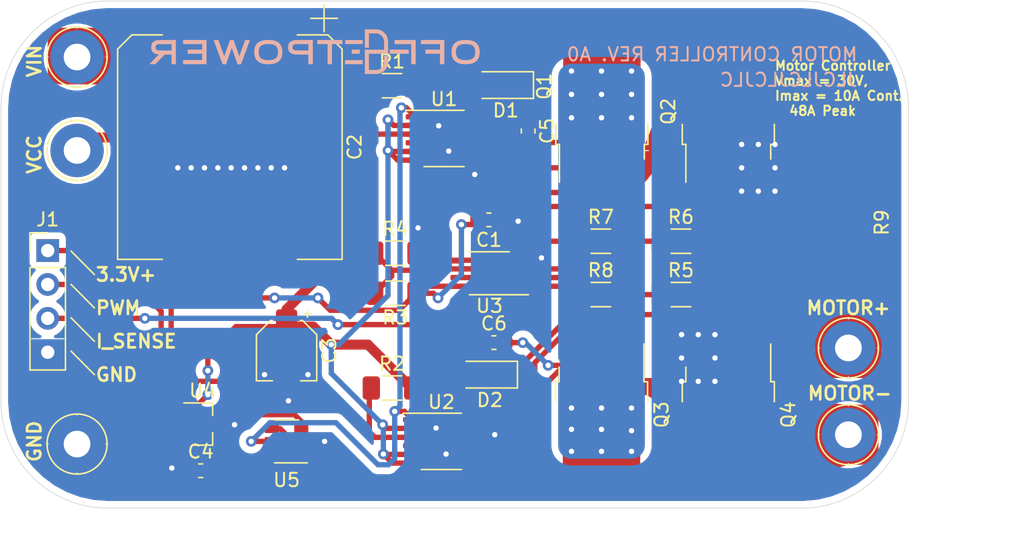
<source format=kicad_pcb>
(kicad_pcb (version 20171130) (host pcbnew "(5.1.10)-1")

  (general
    (thickness 1.6)
    (drawings 26)
    (tracks 283)
    (zones 0)
    (modules 33)
    (nets 26)
  )

  (page A4)
  (layers
    (0 F.Cu signal hide)
    (31 B.Cu signal hide)
    (32 B.Adhes user)
    (33 F.Adhes user)
    (34 B.Paste user)
    (35 F.Paste user)
    (36 B.SilkS user)
    (37 F.SilkS user)
    (38 B.Mask user)
    (39 F.Mask user)
    (40 Dwgs.User user)
    (41 Cmts.User user)
    (42 Eco1.User user)
    (43 Eco2.User user)
    (44 Edge.Cuts user)
    (45 Margin user)
    (46 B.CrtYd user)
    (47 F.CrtYd user)
    (48 B.Fab user)
    (49 F.Fab user)
  )

  (setup
    (last_trace_width 0.4)
    (user_trace_width 0.4)
    (user_trace_width 0.5)
    (user_trace_width 0.75)
    (trace_clearance 0.2)
    (zone_clearance 0.508)
    (zone_45_only no)
    (trace_min 0.2)
    (via_size 0.8)
    (via_drill 0.4)
    (via_min_size 0.4)
    (via_min_drill 0.3)
    (uvia_size 0.3)
    (uvia_drill 0.1)
    (uvias_allowed no)
    (uvia_min_size 0.2)
    (uvia_min_drill 0.1)
    (edge_width 0.05)
    (segment_width 0.2)
    (pcb_text_width 0.3)
    (pcb_text_size 1.5 1.5)
    (mod_edge_width 0.12)
    (mod_text_size 1 1)
    (mod_text_width 0.15)
    (pad_size 1.524 1.524)
    (pad_drill 0.762)
    (pad_to_mask_clearance 0)
    (aux_axis_origin 0 0)
    (visible_elements 7FFFFFFF)
    (pcbplotparams
      (layerselection 0x010fc_ffffffff)
      (usegerberextensions true)
      (usegerberattributes false)
      (usegerberadvancedattributes false)
      (creategerberjobfile false)
      (excludeedgelayer true)
      (linewidth 0.100000)
      (plotframeref false)
      (viasonmask false)
      (mode 1)
      (useauxorigin false)
      (hpglpennumber 1)
      (hpglpenspeed 20)
      (hpglpendiameter 15.000000)
      (psnegative false)
      (psa4output false)
      (plotreference true)
      (plotvalue false)
      (plotinvisibletext false)
      (padsonsilk false)
      (subtractmaskfromsilk true)
      (outputformat 1)
      (mirror false)
      (drillshape 0)
      (scaleselection 1)
      (outputdirectory "../Outputs/Gerber/"))
  )

  (net 0 "")
  (net 1 GND)
  (net 2 +3V3)
  (net 3 Vdrive)
  (net 4 VCC)
  (net 5 +5V)
  (net 6 I_SENSE)
  (net 7 PWM_IN)
  (net 8 CSR+)
  (net 9 "Net-(Q1-Pad1)")
  (net 10 "Net-(Q2-Pad1)")
  (net 11 "Net-(Q3-Pad1)")
  (net 12 "Net-(Q4-Pad1)")
  (net 13 "Net-(R1-Pad1)")
  (net 14 "Net-(R2-Pad1)")
  (net 15 "Net-(R3-Pad2)")
  (net 16 CSR-)
  (net 17 "Net-(R5-Pad1)")
  (net 18 "Net-(R6-Pad1)")
  (net 19 "Net-(U1-Pad9)")
  (net 20 PWM)
  (net 21 "Net-(U2-Pad9)")
  (net 22 "Net-(R7-Pad1)")
  (net 23 "Net-(C5-Pad1)")
  (net 24 "Net-(C6-Pad2)")
  (net 25 "Net-(C6-Pad1)")

  (net_class Default "This is the default net class."
    (clearance 0.2)
    (trace_width 0.25)
    (via_dia 0.8)
    (via_drill 0.4)
    (uvia_dia 0.3)
    (uvia_drill 0.1)
    (add_net +3V3)
    (add_net +5V)
    (add_net CSR+)
    (add_net CSR-)
    (add_net GND)
    (add_net I_SENSE)
    (add_net "Net-(C5-Pad1)")
    (add_net "Net-(C6-Pad1)")
    (add_net "Net-(C6-Pad2)")
    (add_net "Net-(Q1-Pad1)")
    (add_net "Net-(Q2-Pad1)")
    (add_net "Net-(Q3-Pad1)")
    (add_net "Net-(Q4-Pad1)")
    (add_net "Net-(R1-Pad1)")
    (add_net "Net-(R2-Pad1)")
    (add_net "Net-(R3-Pad2)")
    (add_net "Net-(R5-Pad1)")
    (add_net "Net-(R6-Pad1)")
    (add_net "Net-(R7-Pad1)")
    (add_net "Net-(U1-Pad9)")
    (add_net "Net-(U2-Pad9)")
    (add_net PWM)
    (add_net PWM_IN)
    (add_net VCC)
    (add_net Vdrive)
  )

  (module Capacitor_SMD:C_0603_1608Metric_Pad1.08x0.95mm_HandSolder (layer F.Cu) (tedit 5F68FEEF) (tstamp 6137D2DA)
    (at 60.9375 148.6)
    (descr "Capacitor SMD 0603 (1608 Metric), square (rectangular) end terminal, IPC_7351 nominal with elongated pad for handsoldering. (Body size source: IPC-SM-782 page 76, https://www.pcb-3d.com/wordpress/wp-content/uploads/ipc-sm-782a_amendment_1_and_2.pdf), generated with kicad-footprint-generator")
    (tags "capacitor handsolder")
    (path /613952F8)
    (attr smd)
    (fp_text reference C6 (at 0 -1.43) (layer F.SilkS)
      (effects (font (size 1 1) (thickness 0.15)))
    )
    (fp_text value 220N (at 0 1.43) (layer F.Fab)
      (effects (font (size 1 1) (thickness 0.15)))
    )
    (fp_text user %R (at 0 0) (layer F.Fab)
      (effects (font (size 0.4 0.4) (thickness 0.06)))
    )
    (fp_line (start -0.8 0.4) (end -0.8 -0.4) (layer F.Fab) (width 0.1))
    (fp_line (start -0.8 -0.4) (end 0.8 -0.4) (layer F.Fab) (width 0.1))
    (fp_line (start 0.8 -0.4) (end 0.8 0.4) (layer F.Fab) (width 0.1))
    (fp_line (start 0.8 0.4) (end -0.8 0.4) (layer F.Fab) (width 0.1))
    (fp_line (start -0.146267 -0.51) (end 0.146267 -0.51) (layer F.SilkS) (width 0.12))
    (fp_line (start -0.146267 0.51) (end 0.146267 0.51) (layer F.SilkS) (width 0.12))
    (fp_line (start -1.65 0.73) (end -1.65 -0.73) (layer F.CrtYd) (width 0.05))
    (fp_line (start -1.65 -0.73) (end 1.65 -0.73) (layer F.CrtYd) (width 0.05))
    (fp_line (start 1.65 -0.73) (end 1.65 0.73) (layer F.CrtYd) (width 0.05))
    (fp_line (start 1.65 0.73) (end -1.65 0.73) (layer F.CrtYd) (width 0.05))
    (pad 2 smd roundrect (at 0.8625 0) (size 1.075 0.95) (layers F.Cu F.Paste F.Mask) (roundrect_rratio 0.25)
      (net 24 "Net-(C6-Pad2)"))
    (pad 1 smd roundrect (at -0.8625 0) (size 1.075 0.95) (layers F.Cu F.Paste F.Mask) (roundrect_rratio 0.25)
      (net 25 "Net-(C6-Pad1)"))
    (model ${KISYS3DMOD}/Capacitor_SMD.3dshapes/C_0603_1608Metric.wrl
      (at (xyz 0 0 0))
      (scale (xyz 1 1 1))
      (rotate (xyz 0 0 0))
    )
  )

  (module Capacitor_SMD:C_0603_1608Metric_Pad1.08x0.95mm_HandSolder (layer F.Cu) (tedit 5F68FEEF) (tstamp 6137D74F)
    (at 63.5 132.7375 270)
    (descr "Capacitor SMD 0603 (1608 Metric), square (rectangular) end terminal, IPC_7351 nominal with elongated pad for handsoldering. (Body size source: IPC-SM-782 page 76, https://www.pcb-3d.com/wordpress/wp-content/uploads/ipc-sm-782a_amendment_1_and_2.pdf), generated with kicad-footprint-generator")
    (tags "capacitor handsolder")
    (path /61394CF3)
    (attr smd)
    (fp_text reference C5 (at 0 -1.43 90) (layer F.SilkS)
      (effects (font (size 1 1) (thickness 0.15)))
    )
    (fp_text value 220N (at 0 1.43 90) (layer F.Fab)
      (effects (font (size 1 1) (thickness 0.15)))
    )
    (fp_text user %R (at 0 0 90) (layer F.Fab)
      (effects (font (size 0.4 0.4) (thickness 0.06)))
    )
    (fp_line (start -0.8 0.4) (end -0.8 -0.4) (layer F.Fab) (width 0.1))
    (fp_line (start -0.8 -0.4) (end 0.8 -0.4) (layer F.Fab) (width 0.1))
    (fp_line (start 0.8 -0.4) (end 0.8 0.4) (layer F.Fab) (width 0.1))
    (fp_line (start 0.8 0.4) (end -0.8 0.4) (layer F.Fab) (width 0.1))
    (fp_line (start -0.146267 -0.51) (end 0.146267 -0.51) (layer F.SilkS) (width 0.12))
    (fp_line (start -0.146267 0.51) (end 0.146267 0.51) (layer F.SilkS) (width 0.12))
    (fp_line (start -1.65 0.73) (end -1.65 -0.73) (layer F.CrtYd) (width 0.05))
    (fp_line (start -1.65 -0.73) (end 1.65 -0.73) (layer F.CrtYd) (width 0.05))
    (fp_line (start 1.65 -0.73) (end 1.65 0.73) (layer F.CrtYd) (width 0.05))
    (fp_line (start 1.65 0.73) (end -1.65 0.73) (layer F.CrtYd) (width 0.05))
    (pad 2 smd roundrect (at 0.8625 0 270) (size 1.075 0.95) (layers F.Cu F.Paste F.Mask) (roundrect_rratio 0.25)
      (net 8 CSR+))
    (pad 1 smd roundrect (at -0.8625 0 270) (size 1.075 0.95) (layers F.Cu F.Paste F.Mask) (roundrect_rratio 0.25)
      (net 23 "Net-(C5-Pad1)"))
    (model ${KISYS3DMOD}/Capacitor_SMD.3dshapes/C_0603_1608Metric.wrl
      (at (xyz 0 0 0))
      (scale (xyz 1 1 1))
      (rotate (xyz 0 0 0))
    )
  )

  (module Project_Library:pcb_logo (layer B.Cu) (tedit 0) (tstamp 6137C224)
    (at 47.5 126.8 180)
    (fp_text reference G*** (at 0 0) (layer B.SilkS) hide
      (effects (font (size 1.524 1.524) (thickness 0.3)) (justify mirror))
    )
    (fp_text value LOGO (at 0.75 0) (layer F.SilkS) hide
      (effects (font (size 1.524 1.524) (thickness 0.3)))
    )
    (fp_poly (pts (xy -2.2987 0.579967) (xy -3.598333 0.579967) (xy -3.598333 0.872067) (xy -2.2987 0.872067)
      (xy -2.2987 0.579967)) (layer B.SilkS) (width 0.01))
    (fp_poly (pts (xy -5.643034 -0.143933) (xy -7.052734 -0.143933) (xy -7.052734 0.156634) (xy -5.643034 0.156634)
      (xy -5.643034 -0.143933)) (layer B.SilkS) (width 0.01))
    (fp_poly (pts (xy -2.789767 -0.148167) (xy -3.382433 -0.148167) (xy -3.382433 0.148167) (xy -2.789767 0.148167)
      (xy -2.789767 -0.148167)) (layer B.SilkS) (width 0.01))
    (fp_poly (pts (xy 11.024658 0.875024) (xy 11.120061 0.874752) (xy 11.207228 0.874453) (xy 11.28639 0.874125)
      (xy 11.35778 0.873767) (xy 11.421628 0.873375) (xy 11.478164 0.872948) (xy 11.527621 0.872483)
      (xy 11.57023 0.871978) (xy 11.606221 0.87143) (xy 11.635826 0.870838) (xy 11.659276 0.870199)
      (xy 11.676803 0.86951) (xy 11.688636 0.86877) (xy 11.692467 0.868383) (xy 11.751845 0.860242)
      (xy 11.804182 0.851335) (xy 11.85089 0.841287) (xy 11.893385 0.829726) (xy 11.933081 0.816278)
      (xy 11.971395 0.80057) (xy 11.999383 0.787422) (xy 12.052316 0.757239) (xy 12.098405 0.722233)
      (xy 12.137732 0.682278) (xy 12.17038 0.637247) (xy 12.196432 0.587015) (xy 12.21597 0.531454)
      (xy 12.229077 0.470438) (xy 12.234096 0.428845) (xy 12.237554 0.371765) (xy 12.238052 0.315005)
      (xy 12.235685 0.260335) (xy 12.230547 0.209526) (xy 12.222734 0.16435) (xy 12.219093 0.149062)
      (xy 12.200283 0.092191) (xy 12.17469 0.040308) (xy 12.142285 -0.006614) (xy 12.103039 -0.048605)
      (xy 12.056923 -0.085691) (xy 12.003909 -0.117901) (xy 11.943968 -0.145263) (xy 11.905436 -0.159113)
      (xy 11.867254 -0.170301) (xy 11.823637 -0.180858) (xy 11.777615 -0.190136) (xy 11.73222 -0.197486)
      (xy 11.716687 -0.199526) (xy 11.699334 -0.201967) (xy 11.68581 -0.204482) (xy 11.677845 -0.206713)
      (xy 11.67647 -0.207848) (xy 11.679467 -0.211192) (xy 11.687898 -0.220181) (xy 11.701328 -0.234361)
      (xy 11.719321 -0.253277) (xy 11.74144 -0.276473) (xy 11.767249 -0.303496) (xy 11.796311 -0.33389)
      (xy 11.828191 -0.3672) (xy 11.862452 -0.402972) (xy 11.898659 -0.440751) (xy 11.936373 -0.480081)
      (xy 11.975161 -0.520509) (xy 12.014585 -0.561578) (xy 12.054208 -0.602835) (xy 12.093596 -0.643825)
      (xy 12.132311 -0.684092) (xy 12.169917 -0.723181) (xy 12.205978 -0.760639) (xy 12.240058 -0.79601)
      (xy 12.271721 -0.828839) (xy 12.300529 -0.858671) (xy 12.318526 -0.877281) (xy 12.366735 -0.9271)
      (xy 11.927417 -0.926724) (xy 11.585324 -0.569195) (xy 11.243232 -0.211667) (xy 10.717636 -0.211667)
      (xy 10.719634 -0.569383) (xy 10.721633 -0.9271) (xy 10.397067 -0.9271) (xy 10.397067 0.335305)
      (xy 10.714567 0.335305) (xy 10.714615 0.29093) (xy 10.714754 0.249105) (xy 10.714974 0.210593)
      (xy 10.715268 0.176159) (xy 10.715626 0.146564) (xy 10.716039 0.122573) (xy 10.716499 0.104949)
      (xy 10.716996 0.094455) (xy 10.717389 0.091722) (xy 10.722045 0.091216) (xy 10.734501 0.090765)
      (xy 10.754088 0.090369) (xy 10.780138 0.090026) (xy 10.811983 0.089736) (xy 10.848957 0.089498)
      (xy 10.890391 0.08931) (xy 10.935618 0.089173) (xy 10.983969 0.089084) (xy 11.034778 0.089042)
      (xy 11.087376 0.089048) (xy 11.141096 0.089099) (xy 11.19527 0.089195) (xy 11.24923 0.089335)
      (xy 11.302309 0.089518) (xy 11.353839 0.089742) (xy 11.403153 0.090007) (xy 11.449582 0.090312)
      (xy 11.492459 0.090656) (xy 11.531116 0.091038) (xy 11.564885 0.091457) (xy 11.5931 0.091911)
      (xy 11.615091 0.0924) (xy 11.630192 0.092923) (xy 11.6332 0.093082) (xy 11.68434 0.097195)
      (xy 11.728074 0.103131) (xy 11.765317 0.111159) (xy 11.796984 0.121549) (xy 11.823993 0.13457)
      (xy 11.847259 0.150492) (xy 11.857055 0.158956) (xy 11.87424 0.176567) (xy 11.887726 0.194759)
      (xy 11.897869 0.21477) (xy 11.905026 0.23784) (xy 11.909555 0.265208) (xy 11.911813 0.298112)
      (xy 11.912157 0.337792) (xy 11.911975 0.349482) (xy 11.910483 0.425913) (xy 11.894673 0.457891)
      (xy 11.880631 0.482149) (xy 11.865001 0.502206) (xy 11.859476 0.507739) (xy 11.835741 0.525495)
      (xy 11.805478 0.541603) (xy 11.770591 0.555175) (xy 11.738492 0.564107) (xy 11.732317 0.565492)
      (xy 11.72622 0.566731) (xy 11.719711 0.567832) (xy 11.712299 0.568807) (xy 11.703494 0.569664)
      (xy 11.692804 0.570413) (xy 11.67974 0.571064) (xy 11.663811 0.571628) (xy 11.644525 0.572112)
      (xy 11.621394 0.572528) (xy 11.593925 0.572884) (xy 11.561628 0.573191) (xy 11.524014 0.573458)
      (xy 11.48059 0.573695) (xy 11.430868 0.573912) (xy 11.374355 0.574118) (xy 11.310562 0.574324)
      (xy 11.238997 0.574538) (xy 11.206692 0.574632) (xy 10.714567 0.576065) (xy 10.714567 0.335305)
      (xy 10.397067 0.335305) (xy 10.397067 0.876664) (xy 11.024658 0.875024)) (layer B.SilkS) (width 0.01))
    (fp_poly (pts (xy 9.850967 0.575734) (xy 8.424333 0.575734) (xy 8.424333 0.156634) (xy 9.5123 0.156634)
      (xy 9.5123 -0.143933) (xy 8.424333 -0.143933) (xy 8.424333 -0.626533) (xy 9.850967 -0.626533)
      (xy 9.850967 -0.9271) (xy 8.1026 -0.9271) (xy 8.1026 0.8763) (xy 9.850967 0.8763)
      (xy 9.850967 0.575734)) (layer B.SilkS) (width 0.01))
    (fp_poly (pts (xy 0.763058 0.875237) (xy 0.850834 0.875042) (xy 0.930602 0.874858) (xy 1.002821 0.874671)
      (xy 1.067949 0.874463) (xy 1.126446 0.874221) (xy 1.178769 0.873928) (xy 1.225377 0.873569)
      (xy 1.26673 0.873129) (xy 1.303285 0.872592) (xy 1.335502 0.871943) (xy 1.363839 0.871166)
      (xy 1.388755 0.870246) (xy 1.410708 0.869168) (xy 1.430158 0.867916) (xy 1.447562 0.866475)
      (xy 1.46338 0.864828) (xy 1.47807 0.862962) (xy 1.492091 0.86086) (xy 1.505902 0.858507)
      (xy 1.51996 0.855887) (xy 1.534726 0.852986) (xy 1.550657 0.849787) (xy 1.556878 0.848537)
      (xy 1.628971 0.831117) (xy 1.693987 0.809141) (xy 1.752048 0.782503) (xy 1.80328 0.7511)
      (xy 1.847806 0.714826) (xy 1.885751 0.673577) (xy 1.917239 0.627247) (xy 1.942393 0.575733)
      (xy 1.961338 0.51893) (xy 1.965084 0.504037) (xy 1.968692 0.483556) (xy 1.971676 0.456294)
      (xy 1.974007 0.423912) (xy 1.975653 0.388076) (xy 1.976585 0.350449) (xy 1.976771 0.312695)
      (xy 1.976181 0.276476) (xy 1.974784 0.243458) (xy 1.97255 0.215303) (xy 1.970665 0.200593)
      (xy 1.957521 0.139043) (xy 1.938216 0.083284) (xy 1.912736 0.033282) (xy 1.881066 -0.010996)
      (xy 1.8691 -0.024523) (xy 1.834156 -0.058281) (xy 1.795668 -0.088101) (xy 1.753037 -0.114212)
      (xy 1.705661 -0.136843) (xy 1.65294 -0.156223) (xy 1.594274 -0.172581) (xy 1.529062 -0.186146)
      (xy 1.456705 -0.197146) (xy 1.399116 -0.203679) (xy 1.386834 -0.204477) (xy 1.366448 -0.205256)
      (xy 1.338323 -0.20601) (xy 1.302821 -0.206734) (xy 1.260307 -0.207423) (xy 1.211142 -0.208072)
      (xy 1.155692 -0.208677) (xy 1.09432 -0.209231) (xy 1.027388 -0.209731) (xy 0.955261 -0.210171)
      (xy 0.906991 -0.210417) (xy 0.461433 -0.212523) (xy 0.461433 -0.9271) (xy 0.135466 -0.9271)
      (xy 0.135466 0.335139) (xy 0.4572 0.335139) (xy 0.457253 0.290769) (xy 0.457407 0.24894)
      (xy 0.45765 0.210418) (xy 0.457975 0.175968) (xy 0.45837 0.146354) (xy 0.458826 0.12234)
      (xy 0.459333 0.104693) (xy 0.459882 0.094177) (xy 0.460313 0.091431) (xy 0.465064 0.090853)
      (xy 0.477632 0.090367) (xy 0.49737 0.089969) (xy 0.523628 0.089657) (xy 0.555757 0.089427)
      (xy 0.59311 0.089274) (xy 0.635038 0.089196) (xy 0.680892 0.089188) (xy 0.730024 0.089248)
      (xy 0.781785 0.089372) (xy 0.835526 0.089555) (xy 0.890599 0.089795) (xy 0.946356 0.090088)
      (xy 1.002148 0.09043) (xy 1.057326 0.090817) (xy 1.111242 0.091247) (xy 1.163247 0.091716)
      (xy 1.212693 0.092219) (xy 1.258931 0.092753) (xy 1.301312 0.093316) (xy 1.339189 0.093902)
      (xy 1.371912 0.094509) (xy 1.398833 0.095133) (xy 1.419303 0.09577) (xy 1.432674 0.096418)
      (xy 1.437216 0.096837) (xy 1.469469 0.102669) (xy 1.501532 0.11052) (xy 1.53118 0.119722)
      (xy 1.556188 0.129608) (xy 1.569983 0.136719) (xy 1.59937 0.159094) (xy 1.623079 0.187333)
      (xy 1.640477 0.220503) (xy 1.650605 0.255836) (xy 1.6528 0.273333) (xy 1.654261 0.296466)
      (xy 1.654992 0.322908) (xy 1.654992 0.35033) (xy 1.654263 0.376402) (xy 1.652807 0.398797)
      (xy 1.650625 0.415184) (xy 1.650515 0.415717) (xy 1.639226 0.451954) (xy 1.621538 0.483323)
      (xy 1.597293 0.509935) (xy 1.566334 0.5319) (xy 1.528503 0.549328) (xy 1.483644 0.562331)
      (xy 1.431597 0.571018) (xy 1.42875 0.571347) (xy 1.418089 0.572056) (xy 1.39929 0.57271)
      (xy 1.372681 0.573307) (xy 1.338589 0.573845) (xy 1.297342 0.57432) (xy 1.249269 0.57473)
      (xy 1.194698 0.575071) (xy 1.133957 0.575342) (xy 1.067373 0.575539) (xy 0.995275 0.575659)
      (xy 0.923925 0.575699) (xy 0.4572 0.575734) (xy 0.4572 0.335139) (xy 0.135466 0.335139)
      (xy 0.135466 0.87664) (xy 0.763058 0.875237)) (layer B.SilkS) (width 0.01))
    (fp_poly (pts (xy -0.198967 0.575734) (xy -0.9779 0.575734) (xy -0.9779 -0.9271) (xy -1.299633 -0.9271)
      (xy -1.299633 0.575734) (xy -2.078567 0.575734) (xy -2.078567 0.8763) (xy -0.198967 0.8763)
      (xy -0.198967 0.575734)) (layer B.SilkS) (width 0.01))
    (fp_poly (pts (xy -2.277533 -0.9271) (xy -3.598333 -0.9271) (xy -3.598333 -0.635) (xy -2.277533 -0.635)
      (xy -2.277533 -0.9271)) (layer B.SilkS) (width 0.01))
    (fp_poly (pts (xy -5.998634 0.575734) (xy -7.243234 0.575734) (xy -7.243234 -0.9271) (xy -7.564967 -0.9271)
      (xy -7.564967 0.8763) (xy -5.998634 0.8763) (xy -5.998634 0.575734)) (layer B.SilkS) (width 0.01))
    (fp_poly (pts (xy -7.971367 0.575734) (xy -9.398 0.575734) (xy -9.398 0.156634) (xy -8.310033 0.156634)
      (xy -8.310033 -0.143933) (xy -9.398 -0.143933) (xy -9.398 -0.9271) (xy -9.719734 -0.9271)
      (xy -9.719734 0.8763) (xy -7.971367 0.8763) (xy -7.971367 0.575734)) (layer B.SilkS) (width 0.01))
    (fp_poly (pts (xy 3.580568 0.87379) (xy 3.68594 0.866262) (xy 3.784582 0.8537) (xy 3.876537 0.836098)
      (xy 3.96185 0.81345) (xy 3.996267 0.802239) (xy 4.031912 0.788717) (xy 4.070673 0.771921)
      (xy 4.110052 0.753075) (xy 4.147551 0.733403) (xy 4.180675 0.714128) (xy 4.195233 0.704741)
      (xy 4.255836 0.659032) (xy 4.310124 0.607803) (xy 4.358127 0.551007) (xy 4.399873 0.488593)
      (xy 4.435392 0.420514) (xy 4.464712 0.34672) (xy 4.487863 0.267163) (xy 4.504158 0.186267)
      (xy 4.512636 0.120162) (xy 4.517755 0.048901) (xy 4.519502 -0.024896) (xy 4.517865 -0.098607)
      (xy 4.512831 -0.169612) (xy 4.506101 -0.224367) (xy 4.489722 -0.309914) (xy 4.467169 -0.389838)
      (xy 4.438405 -0.464168) (xy 4.403394 -0.532933) (xy 4.362102 -0.596162) (xy 4.314492 -0.653885)
      (xy 4.260529 -0.706129) (xy 4.200177 -0.752925) (xy 4.1334 -0.794301) (xy 4.060163 -0.830287)
      (xy 3.98043 -0.86091) (xy 3.894165 -0.886201) (xy 3.801333 -0.906188) (xy 3.701898 -0.920901)
      (xy 3.642783 -0.926893) (xy 3.626968 -0.927841) (xy 3.604119 -0.928657) (xy 3.575667 -0.929332)
      (xy 3.543044 -0.929861) (xy 3.507682 -0.930237) (xy 3.471012 -0.930454) (xy 3.434466 -0.930505)
      (xy 3.399475 -0.930384) (xy 3.367472 -0.930085) (xy 3.339887 -0.9296) (xy 3.318152 -0.928923)
      (xy 3.30835 -0.928411) (xy 3.296034 -0.927385) (xy 3.277691 -0.925591) (xy 3.255699 -0.923273)
      (xy 3.232437 -0.920674) (xy 3.230033 -0.920397) (xy 3.131147 -0.905966) (xy 3.038913 -0.886317)
      (xy 2.953272 -0.861399) (xy 2.87417 -0.831159) (xy 2.801548 -0.795546) (xy 2.735351 -0.754508)
      (xy 2.675522 -0.707994) (xy 2.622004 -0.655953) (xy 2.574741 -0.598332) (xy 2.533677 -0.53508)
      (xy 2.498753 -0.466145) (xy 2.469915 -0.391476) (xy 2.447105 -0.311021) (xy 2.430266 -0.224728)
      (xy 2.424903 -0.186267) (xy 2.422935 -0.164681) (xy 2.421403 -0.136345) (xy 2.420306 -0.102947)
      (xy 2.419645 -0.066172) (xy 2.419421 -0.027707) (xy 2.419606 0.005907) (xy 2.744402 0.005907)
      (xy 2.744569 -0.075277) (xy 2.749484 -0.14969) (xy 2.759247 -0.217636) (xy 2.773958 -0.279422)
      (xy 2.793716 -0.33535) (xy 2.818622 -0.385727) (xy 2.848774 -0.430857) (xy 2.884272 -0.471045)
      (xy 2.907041 -0.491946) (xy 2.949507 -0.523724) (xy 2.997472 -0.551271) (xy 3.051256 -0.574681)
      (xy 3.111181 -0.594046) (xy 3.177565 -0.609457) (xy 3.250731 -0.621007) (xy 3.330998 -0.628787)
      (xy 3.395133 -0.632171) (xy 3.42562 -0.633202) (xy 3.450492 -0.633815) (xy 3.472288 -0.633988)
      (xy 3.493549 -0.633701) (xy 3.516813 -0.632931) (xy 3.544621 -0.631657) (xy 3.56235 -0.630755)
      (xy 3.636233 -0.625625) (xy 3.702814 -0.618175) (xy 3.762987 -0.608215) (xy 3.817643 -0.595554)
      (xy 3.867675 -0.580002) (xy 3.913976 -0.56137) (xy 3.934883 -0.551404) (xy 3.96248 -0.536993)
      (xy 3.984811 -0.523725) (xy 4.004526 -0.509736) (xy 4.024275 -0.493162) (xy 4.044345 -0.474421)
      (xy 4.080212 -0.436002) (xy 4.109753 -0.395428) (xy 4.134135 -0.350825) (xy 4.154523 -0.300315)
      (xy 4.157015 -0.292995) (xy 4.17267 -0.237052) (xy 4.184165 -0.176509) (xy 4.191547 -0.112749)
      (xy 4.194865 -0.047157) (xy 4.194168 0.018882) (xy 4.189505 0.083984) (xy 4.180923 0.146763)
      (xy 4.168472 0.205836) (xy 4.1522 0.259818) (xy 4.13622 0.29893) (xy 4.10882 0.34907)
      (xy 4.076011 0.393837) (xy 4.037541 0.433382) (xy 3.993157 0.46786) (xy 3.942608 0.497425)
      (xy 3.885641 0.522229) (xy 3.822004 0.542426) (xy 3.751444 0.558169) (xy 3.6957 0.566901)
      (xy 3.649643 0.571834) (xy 3.597277 0.575474) (xy 3.540665 0.577807) (xy 3.481867 0.578822)
      (xy 3.422944 0.578507) (xy 3.365957 0.576849) (xy 3.312968 0.573836) (xy 3.266038 0.569456)
      (xy 3.266017 0.569454) (xy 3.194746 0.559297) (xy 3.13081 0.546268) (xy 3.073477 0.530068)
      (xy 3.022016 0.510403) (xy 2.975696 0.486975) (xy 2.933787 0.459488) (xy 2.895557 0.427647)
      (xy 2.880783 0.413271) (xy 2.847773 0.375716) (xy 2.819752 0.334895) (xy 2.796498 0.290146)
      (xy 2.77779 0.240808) (xy 2.763407 0.18622) (xy 2.753127 0.125722) (xy 2.746729 0.058652)
      (xy 2.744402 0.005907) (xy 2.419606 0.005907) (xy 2.419633 0.010762) (xy 2.420281 0.047549)
      (xy 2.421365 0.080967) (xy 2.422886 0.109329) (xy 2.424844 0.130949) (xy 2.424879 0.131234)
      (xy 2.439191 0.21941) (xy 2.459506 0.30189) (xy 2.485867 0.378703) (xy 2.518315 0.44988)
      (xy 2.556892 0.51545) (xy 2.601641 0.575444) (xy 2.652603 0.629891) (xy 2.70982 0.678822)
      (xy 2.773336 0.722266) (xy 2.843191 0.760255) (xy 2.919427 0.792816) (xy 3.002088 0.819982)
      (xy 3.091214 0.841781) (xy 3.186848 0.858244) (xy 3.289032 0.8694) (xy 3.397808 0.875281)
      (xy 3.468423 0.87629) (xy 3.580568 0.87379)) (layer B.SilkS) (width 0.01))
    (fp_poly (pts (xy -11.269133 0.874966) (xy -11.206805 0.873325) (xy -11.151348 0.870818) (xy -11.101196 0.867285)
      (xy -11.054784 0.862569) (xy -11.010546 0.856508) (xy -10.966915 0.848944) (xy -10.922326 0.839718)
      (xy -10.922 0.839646) (xy -10.833026 0.816664) (xy -10.750857 0.788673) (xy -10.675398 0.755573)
      (xy -10.606555 0.717261) (xy -10.544234 0.673637) (xy -10.48834 0.624598) (xy -10.438778 0.570043)
      (xy -10.395453 0.509871) (xy -10.358272 0.44398) (xy -10.327139 0.372269) (xy -10.30196 0.294636)
      (xy -10.28264 0.210979) (xy -10.271621 0.141817) (xy -10.268515 0.111126) (xy -10.266224 0.074055)
      (xy -10.26475 0.032539) (xy -10.26409 -0.011484) (xy -10.264246 -0.056077) (xy -10.265216 -0.099305)
      (xy -10.266999 -0.139229) (xy -10.269596 -0.173913) (xy -10.271705 -0.192617) (xy -10.286565 -0.280243)
      (xy -10.306928 -0.361569) (xy -10.33293 -0.436842) (xy -10.364707 -0.506308) (xy -10.402395 -0.570214)
      (xy -10.446128 -0.628806) (xy -10.496041 -0.682332) (xy -10.552271 -0.731038) (xy -10.577505 -0.749903)
      (xy -10.634571 -0.786506) (xy -10.698512 -0.819707) (xy -10.768279 -0.849088) (xy -10.842825 -0.874234)
      (xy -10.921102 -0.894727) (xy -10.964333 -0.903671) (xy -10.997986 -0.909778) (xy -11.028816 -0.914813)
      (xy -11.058208 -0.918884) (xy -11.087547 -0.9221) (xy -11.118216 -0.924569) (xy -11.151599 -0.9264)
      (xy -11.189081 -0.9277) (xy -11.232044 -0.92858) (xy -11.281874 -0.929146) (xy -11.2903 -0.929213)
      (xy -11.327245 -0.929447) (xy -11.362028 -0.92958) (xy -11.393621 -0.929616) (xy -11.420998 -0.929558)
      (xy -11.443131 -0.929406) (xy -11.458992 -0.929165) (xy -11.467555 -0.928836) (xy -11.4681 -0.928784)
      (xy -11.478327 -0.927715) (xy -11.494578 -0.926102) (xy -11.514447 -0.92418) (xy -11.5316 -0.922554)
      (xy -11.62645 -0.910634) (xy -11.716588 -0.893192) (xy -11.801615 -0.870366) (xy -11.88113 -0.842293)
      (xy -11.95473 -0.809111) (xy -12.022016 -0.770957) (xy -12.068948 -0.738519) (xy -12.126812 -0.689723)
      (xy -12.178425 -0.635238) (xy -12.223771 -0.5751) (xy -12.262838 -0.509345) (xy -12.295611 -0.438009)
      (xy -12.322075 -0.361128) (xy -12.342218 -0.278739) (xy -12.356024 -0.190877) (xy -12.363479 -0.097578)
      (xy -12.364554 -0.000348) (xy -12.038765 -0.000348) (xy -12.038352 -0.05913) (xy -12.034322 -0.132279)
      (xy -12.026337 -0.198451) (xy -12.014175 -0.258267) (xy -11.997618 -0.312349) (xy -11.976446 -0.361317)
      (xy -11.950439 -0.405793) (xy -11.919376 -0.446399) (xy -11.890555 -0.47669) (xy -11.854566 -0.507609)
      (xy -11.814653 -0.534813) (xy -11.770337 -0.558437) (xy -11.721139 -0.578614) (xy -11.666578 -0.59548)
      (xy -11.606175 -0.609169) (xy -11.53945 -0.619816) (xy -11.465923 -0.627555) (xy -11.385115 -0.63252)
      (xy -11.3284 -0.634326) (xy -11.315305 -0.63429) (xy -11.295673 -0.63383) (xy -11.27142 -0.633009)
      (xy -11.244462 -0.631892) (xy -11.218333 -0.630628) (xy -11.133345 -0.624198) (xy -11.055729 -0.614042)
      (xy -10.985187 -0.600015) (xy -10.921421 -0.581977) (xy -10.864134 -0.559785) (xy -10.813026 -0.533295)
      (xy -10.767799 -0.502366) (xy -10.728157 -0.466854) (xy -10.693799 -0.426617) (xy -10.664429 -0.381513)
      (xy -10.653117 -0.360304) (xy -10.630935 -0.308231) (xy -10.613188 -0.249763) (xy -10.600003 -0.185792)
      (xy -10.591504 -0.11721) (xy -10.587816 -0.044909) (xy -10.589066 0.030219) (xy -10.592046 0.074084)
      (xy -10.601371 0.147601) (xy -10.616164 0.214696) (xy -10.636559 0.275526) (xy -10.662694 0.330245)
      (xy -10.694704 0.379012) (xy -10.732725 0.42198) (xy -10.776895 0.459307) (xy -10.827348 0.491149)
      (xy -10.884222 0.517661) (xy -10.947653 0.539) (xy -11.0109 0.553998) (xy -11.082409 0.565636)
      (xy -11.15966 0.573833) (xy -11.240662 0.578587) (xy -11.323419 0.5799) (xy -11.405941 0.577771)
      (xy -11.486233 0.572201) (xy -11.562304 0.563188) (xy -11.616267 0.553998) (xy -11.684814 0.537502)
      (xy -11.746939 0.516131) (xy -11.802749 0.489727) (xy -11.852354 0.458132) (xy -11.89586 0.421191)
      (xy -11.933377 0.378744) (xy -11.965013 0.330635) (xy -11.990876 0.276707) (xy -12.011074 0.216802)
      (xy -12.025716 0.150763) (xy -12.034911 0.078432) (xy -12.038765 -0.000348) (xy -12.364554 -0.000348)
      (xy -12.364571 0.001121) (xy -12.364168 0.016933) (xy -12.358192 0.111935) (xy -12.346154 0.201055)
      (xy -12.328014 0.284364) (xy -12.303735 0.36193) (xy -12.273276 0.433824) (xy -12.236598 0.500114)
      (xy -12.193663 0.56087) (xy -12.144431 0.616162) (xy -12.088864 0.666058) (xy -12.026921 0.710629)
      (xy -11.958565 0.749943) (xy -11.948495 0.755024) (xy -11.879806 0.785876) (xy -11.807299 0.812009)
      (xy -11.730456 0.833515) (xy -11.648759 0.850486) (xy -11.56169 0.863013) (xy -11.46873 0.871187)
      (xy -11.369361 0.875101) (xy -11.269133 0.874966)) (layer B.SilkS) (width 0.01))
    (fp_poly (pts (xy 7.433099 0.876282) (xy 7.467911 0.876207) (xy 7.495763 0.876041) (xy 7.517406 0.875751)
      (xy 7.533595 0.875304) (xy 7.545081 0.874667) (xy 7.552619 0.873807) (xy 7.55696 0.87269)
      (xy 7.558858 0.871284) (xy 7.559066 0.869555) (xy 7.558887 0.868892) (xy 7.557214 0.86428)
      (xy 7.552741 0.852082) (xy 7.545598 0.832658) (xy 7.535919 0.806363) (xy 7.523835 0.773557)
      (xy 7.509478 0.734595) (xy 7.492979 0.689837) (xy 7.474471 0.639639) (xy 7.454086 0.58436)
      (xy 7.431955 0.524356) (xy 7.40821 0.459985) (xy 7.382983 0.391605) (xy 7.356406 0.319574)
      (xy 7.328611 0.244249) (xy 7.29973 0.165987) (xy 7.269894 0.085147) (xy 7.239236 0.002086)
      (xy 7.225202 -0.035934) (xy 6.893933 -0.933352) (xy 6.872791 -0.937117) (xy 6.862571 -0.938203)
      (xy 6.84537 -0.939206) (xy 6.822677 -0.940077) (xy 6.795978 -0.940763) (xy 6.766761 -0.941214)
      (xy 6.748807 -0.94135) (xy 6.715089 -0.941409) (xy 6.688973 -0.941212) (xy 6.669598 -0.94072)
      (xy 6.656101 -0.93989) (xy 6.647621 -0.938681) (xy 6.643297 -0.937053) (xy 6.642528 -0.936259)
      (xy 6.640753 -0.931699) (xy 6.636324 -0.919591) (xy 6.629395 -0.900371) (xy 6.620121 -0.874477)
      (xy 6.608658 -0.842348) (xy 6.595161 -0.804421) (xy 6.579786 -0.761134) (xy 6.562688 -0.712924)
      (xy 6.544021 -0.660229) (xy 6.523943 -0.603487) (xy 6.502606 -0.543135) (xy 6.480168 -0.479612)
      (xy 6.456784 -0.413354) (xy 6.432607 -0.344801) (xy 6.423992 -0.320358) (xy 6.39959 -0.251147)
      (xy 6.375933 -0.184107) (xy 6.353176 -0.119672) (xy 6.331472 -0.058278) (xy 6.310977 -0.00036)
      (xy 6.291846 0.053645) (xy 6.274233 0.103303) (xy 6.258292 0.148177) (xy 6.244179 0.187833)
      (xy 6.232047 0.221835) (xy 6.222052 0.249747) (xy 6.214348 0.271134) (xy 6.20909 0.28556)
      (xy 6.206433 0.29259) (xy 6.206143 0.293224) (xy 6.204461 0.289669) (xy 6.200144 0.278548)
      (xy 6.193346 0.260288) (xy 6.184218 0.235319) (xy 6.172915 0.204069) (xy 6.159588 0.166967)
      (xy 6.14439 0.12444) (xy 6.127474 0.076918) (xy 6.108992 0.024829) (xy 6.089097 -0.031399)
      (xy 6.067943 -0.091338) (xy 6.04568 -0.154558) (xy 6.022464 -0.220631) (xy 5.998444 -0.28913)
      (xy 5.988163 -0.318492) (xy 5.963827 -0.388026) (xy 5.940241 -0.455413) (xy 5.917558 -0.520217)
      (xy 5.895931 -0.582003) (xy 5.875514 -0.640333) (xy 5.856457 -0.694772) (xy 5.838915 -0.744884)
      (xy 5.823039 -0.790232) (xy 5.808983 -0.830381) (xy 5.796899 -0.864894) (xy 5.78694 -0.893334)
      (xy 5.779259 -0.915267) (xy 5.774008 -0.930255) (xy 5.77134 -0.937862) (xy 5.77103 -0.938742)
      (xy 5.766367 -0.94036) (xy 5.754489 -0.941655) (xy 5.736638 -0.942617) (xy 5.714059 -0.943239)
      (xy 5.687997 -0.943512) (xy 5.659695 -0.943428) (xy 5.630398 -0.94298) (xy 5.60135 -0.942158)
      (xy 5.573796 -0.940956) (xy 5.559733 -0.940129) (xy 5.542498 -0.938806) (xy 5.528725 -0.937377)
      (xy 5.52041 -0.936065) (xy 5.51892 -0.935522) (xy 5.517298 -0.931411) (xy 5.512892 -0.919706)
      (xy 5.505831 -0.900761) (xy 5.496245 -0.87493) (xy 5.484266 -0.842568) (xy 5.470024 -0.804029)
      (xy 5.45365 -0.759668) (xy 5.435274 -0.709838) (xy 5.415027 -0.654894) (xy 5.393038 -0.595191)
      (xy 5.36944 -0.531083) (xy 5.344362 -0.462924) (xy 5.317935 -0.391069) (xy 5.29029 -0.315872)
      (xy 5.261557 -0.237687) (xy 5.231866 -0.156869) (xy 5.201349 -0.073771) (xy 5.185965 -0.03187)
      (xy 5.155081 0.052243) (xy 5.124959 0.134261) (xy 5.09573 0.213832) (xy 5.067523 0.290599)
      (xy 5.040469 0.364208) (xy 5.0147 0.434304) (xy 4.990345 0.500531) (xy 4.967536 0.562535)
      (xy 4.946402 0.61996) (xy 4.927076 0.672452) (xy 4.909687 0.719656) (xy 4.894366 0.761216)
      (xy 4.881243 0.796777) (xy 4.870451 0.825986) (xy 4.862118 0.848485) (xy 4.856376 0.863921)
      (xy 4.853355 0.871939) (xy 4.852907 0.873053) (xy 4.856535 0.873749) (xy 4.867755 0.874343)
      (xy 4.885693 0.874823) (xy 4.909473 0.875178) (xy 4.938223 0.875396) (xy 4.971068 0.875467)
      (xy 5.007133 0.875378) (xy 5.023086 0.87529) (xy 5.195331 0.874184) (xy 5.41796 0.263828)
      (xy 5.443145 0.194833) (xy 5.467555 0.128053) (xy 5.491035 0.063915) (xy 5.513424 0.00285)
      (xy 5.534565 -0.054715) (xy 5.5543 -0.108351) (xy 5.57247 -0.15763) (xy 5.588917 -0.202121)
      (xy 5.603482 -0.241398) (xy 5.616007 -0.27503) (xy 5.626334 -0.30259) (xy 5.634304 -0.323649)
      (xy 5.63976 -0.337778) (xy 5.642542 -0.344548) (xy 5.64287 -0.345101) (xy 5.644516 -0.341018)
      (xy 5.648829 -0.329386) (xy 5.655652 -0.310638) (xy 5.664833 -0.285208) (xy 5.676214 -0.253529)
      (xy 5.689643 -0.216036) (xy 5.704963 -0.173162) (xy 5.722021 -0.12534) (xy 5.740662 -0.073004)
      (xy 5.76073 -0.016589) (xy 5.782072 0.043473) (xy 5.804531 0.106748) (xy 5.827955 0.172802)
      (xy 5.852187 0.241202) (xy 5.86105 0.266236) (xy 6.07695 0.876148) (xy 6.206672 0.876224)
      (xy 6.243361 0.876215) (xy 6.272478 0.876107) (xy 6.294917 0.875851) (xy 6.311573 0.875397)
      (xy 6.323339 0.874696) (xy 6.331111 0.873698) (xy 6.335783 0.872354) (xy 6.338248 0.870615)
      (xy 6.339239 0.868892) (xy 6.340949 0.864114) (xy 6.345315 0.851793) (xy 6.352182 0.832373)
      (xy 6.361392 0.806295) (xy 6.37279 0.774002) (xy 6.386221 0.735938) (xy 6.401526 0.692546)
      (xy 6.418551 0.644267) (xy 6.437139 0.591546) (xy 6.457133 0.534825) (xy 6.478379 0.474546)
      (xy 6.500719 0.411154) (xy 6.523997 0.345089) (xy 6.548057 0.276797) (xy 6.553851 0.26035)
      (xy 6.578056 0.191673) (xy 6.601517 0.125173) (xy 6.624077 0.061287) (xy 6.645581 0.000455)
      (xy 6.665873 -0.056886) (xy 6.684798 -0.110295) (xy 6.702199 -0.159335) (xy 6.71792 -0.203567)
      (xy 6.731806 -0.242553) (xy 6.743702 -0.275852) (xy 6.75345 -0.303028) (xy 6.760896 -0.323641)
      (xy 6.765884 -0.337252) (xy 6.768257 -0.343423) (xy 6.768423 -0.343751) (xy 6.77017 -0.340186)
      (xy 6.774664 -0.329094) (xy 6.781745 -0.310904) (xy 6.791255 -0.28604) (xy 6.803033 -0.25493)
      (xy 6.816922 -0.218) (xy 6.832761 -0.175676) (xy 6.850393 -0.128385) (xy 6.869656 -0.076554)
      (xy 6.890393 -0.020609) (xy 6.912444 0.039024) (xy 6.93565 0.101918) (xy 6.959852 0.167646)
      (xy 6.98489 0.235783) (xy 6.995535 0.26479) (xy 7.219843 0.8763) (xy 7.390573 0.8763)
      (xy 7.433099 0.876282)) (layer B.SilkS) (width 0.01))
    (fp_poly (pts (xy -3.7719 0.309034) (xy -4.068233 0.309034) (xy -4.068233 1.37196) (xy -4.378325 1.370518)
      (xy -4.688417 1.369077) (xy -4.734388 1.357755) (xy -4.804706 1.336244) (xy -4.870793 1.307577)
      (xy -4.932279 1.272136) (xy -4.988789 1.230305) (xy -5.039951 1.182464) (xy -5.085392 1.128995)
      (xy -5.12474 1.070281) (xy -5.157622 1.006703) (xy -5.183665 0.938644) (xy -5.199292 0.881376)
      (xy -5.200967 0.873802) (xy -5.202432 0.866431) (xy -5.203703 0.858658) (xy -5.204798 0.849875)
      (xy -5.205733 0.839476) (xy -5.206526 0.826853) (xy -5.207193 0.8114) (xy -5.207751 0.79251)
      (xy -5.208217 0.769576) (xy -5.208609 0.741992) (xy -5.208943 0.70915) (xy -5.209236 0.670444)
      (xy -5.209505 0.625268) (xy -5.209768 0.573013) (xy -5.210041 0.513074) (xy -5.210124 0.494242)
      (xy -5.211645 0.148167) (xy -3.7719 0.148167) (xy -3.7719 -1.667933) (xy -4.204758 -1.667351)
      (xy -4.265503 -1.667236) (xy -4.324486 -1.667058) (xy -4.381075 -1.666824) (xy -4.43464 -1.666538)
      (xy -4.48455 -1.666207) (xy -4.530175 -1.665836) (xy -4.570884 -1.66543) (xy -4.606046 -1.664995)
      (xy -4.635031 -1.664536) (xy -4.657207 -1.664058) (xy -4.671944 -1.663568) (xy -4.67712 -1.663255)
      (xy -4.764302 -1.651332) (xy -4.849231 -1.631365) (xy -4.931447 -1.603538) (xy -5.010491 -1.568034)
      (xy -5.085903 -1.525036) (xy -5.157222 -1.474729) (xy -5.164667 -1.468861) (xy -5.189142 -1.448032)
      (xy -5.216698 -1.42238) (xy -5.245412 -1.393874) (xy -5.273361 -1.364483) (xy -5.298623 -1.336176)
      (xy -5.319274 -1.310924) (xy -5.320716 -1.309033) (xy -5.3666 -1.242046) (xy -5.407079 -1.169785)
      (xy -5.441278 -1.094066) (xy -5.468326 -1.016706) (xy -5.477739 -0.982601) (xy -5.482133 -0.965163)
      (xy -5.485928 -0.949567) (xy -5.489174 -0.93506) (xy -5.491915 -0.920887) (xy -5.494201 -0.906297)
      (xy -5.496078 -0.890536) (xy -5.497593 -0.872849) (xy -5.498795 -0.852485) (xy -5.499729 -0.828689)
      (xy -5.500443 -0.800709) (xy -5.500984 -0.767791) (xy -5.501401 -0.729181) (xy -5.501739 -0.684126)
      (xy -5.502047 -0.631874) (xy -5.502263 -0.591608) (xy -5.503775 -0.309033) (xy -5.211751 -0.309033)
      (xy -5.210116 -0.574675) (xy -5.209773 -0.628904) (xy -5.209443 -0.675385) (xy -5.2091 -0.714835)
      (xy -5.208721 -0.747971) (xy -5.208278 -0.775513) (xy -5.207747 -0.798177) (xy -5.207102 -0.816682)
      (xy -5.206318 -0.831746) (xy -5.205369 -0.844085) (xy -5.204229 -0.854419) (xy -5.202874 -0.863465)
      (xy -5.201277 -0.871941) (xy -5.199414 -0.880565) (xy -5.199232 -0.881376) (xy -5.178964 -0.952818)
      (xy -5.151377 -1.020279) (xy -5.116749 -1.083375) (xy -5.075358 -1.141723) (xy -5.027484 -1.19494)
      (xy -4.973404 -1.242644) (xy -4.913396 -1.284452) (xy -4.900601 -1.292134) (xy -4.86828 -1.309112)
      (xy -4.830518 -1.325779) (xy -4.790294 -1.340959) (xy -4.750591 -1.353477) (xy -4.734388 -1.357755)
      (xy -4.688417 -1.369076) (xy -4.068233 -1.37196) (xy -4.068233 -0.148167) (xy -5.503593 -0.148167)
      (xy -5.502272 0.363009) (xy -5.502077 0.440518) (xy -5.501901 0.510067) (xy -5.501723 0.572161)
      (xy -5.501524 0.627307) (xy -5.501283 0.676009) (xy -5.500981 0.718773) (xy -5.500597 0.756106)
      (xy -5.500112 0.788514) (xy -5.499505 0.816502) (xy -5.498756 0.840576) (xy -5.497846 0.861242)
      (xy -5.496755 0.879005) (xy -5.495461 0.894373) (xy -5.493946 0.90785) (xy -5.492189 0.919942)
      (xy -5.49017 0.931156) (xy -5.487869 0.941996) (xy -5.485267 0.95297) (xy -5.482343 0.964582)
      (xy -5.479076 0.977339) (xy -5.477739 0.982601) (xy -5.454117 1.060109) (xy -5.422958 1.136774)
      (xy -5.385136 1.21078) (xy -5.341524 1.280312) (xy -5.320716 1.309033) (xy -5.300533 1.333945)
      (xy -5.275579 1.362073) (xy -5.24778 1.391449) (xy -5.219056 1.420103) (xy -5.191331 1.446066)
      (xy -5.166528 1.467369) (xy -5.164667 1.468861) (xy -5.094131 1.519672) (xy -5.019068 1.563416)
      (xy -4.939847 1.599931) (xy -4.856839 1.629057) (xy -4.770415 1.650632) (xy -4.73045 1.657843)
      (xy -4.722405 1.659026) (xy -4.713577 1.660083) (xy -4.70345 1.661023) (xy -4.691508 1.661856)
      (xy -4.677233 1.66259) (xy -4.660111 1.663236) (xy -4.639623 1.663802) (xy -4.615254 1.664297)
      (xy -4.586487 1.664731) (xy -4.552806 1.665113) (xy -4.513694 1.665451) (xy -4.468636 1.665756)
      (xy -4.417113 1.666036) (xy -4.358611 1.666301) (xy -4.292611 1.66656) (xy -4.228042 1.666789)
      (xy -3.7719 1.668354) (xy -3.7719 0.309034)) (layer B.SilkS) (width 0.01))
  )

  (module Resistor_SMD:R_1206_3216Metric_Pad1.30x1.75mm_HandSolder (layer F.Cu) (tedit 5F68FEEE) (tstamp 6137F3B1)
    (at 53.3 129.35)
    (descr "Resistor SMD 1206 (3216 Metric), square (rectangular) end terminal, IPC_7351 nominal with elongated pad for handsoldering. (Body size source: IPC-SM-782 page 72, https://www.pcb-3d.com/wordpress/wp-content/uploads/ipc-sm-782a_amendment_1_and_2.pdf), generated with kicad-footprint-generator")
    (tags "resistor handsolder")
    (path /6137C261)
    (attr smd)
    (fp_text reference R1 (at 0 -1.82) (layer F.SilkS)
      (effects (font (size 1 1) (thickness 0.15)))
    )
    (fp_text value 51K (at 0 1.82) (layer F.Fab)
      (effects (font (size 1 1) (thickness 0.15)))
    )
    (fp_line (start -1.6 0.8) (end -1.6 -0.8) (layer F.Fab) (width 0.1))
    (fp_line (start -1.6 -0.8) (end 1.6 -0.8) (layer F.Fab) (width 0.1))
    (fp_line (start 1.6 -0.8) (end 1.6 0.8) (layer F.Fab) (width 0.1))
    (fp_line (start 1.6 0.8) (end -1.6 0.8) (layer F.Fab) (width 0.1))
    (fp_line (start -0.727064 -0.91) (end 0.727064 -0.91) (layer F.SilkS) (width 0.12))
    (fp_line (start -0.727064 0.91) (end 0.727064 0.91) (layer F.SilkS) (width 0.12))
    (fp_line (start -2.45 1.12) (end -2.45 -1.12) (layer F.CrtYd) (width 0.05))
    (fp_line (start -2.45 -1.12) (end 2.45 -1.12) (layer F.CrtYd) (width 0.05))
    (fp_line (start 2.45 -1.12) (end 2.45 1.12) (layer F.CrtYd) (width 0.05))
    (fp_line (start 2.45 1.12) (end -2.45 1.12) (layer F.CrtYd) (width 0.05))
    (fp_text user %R (at 0 0 180) (layer F.Fab)
      (effects (font (size 0.8 0.8) (thickness 0.12)))
    )
    (pad 2 smd roundrect (at 1.55 0) (size 1.3 1.75) (layers F.Cu F.Paste F.Mask) (roundrect_rratio 0.1923069230769231)
      (net 4 VCC))
    (pad 1 smd roundrect (at -1.55 0) (size 1.3 1.75) (layers F.Cu F.Paste F.Mask) (roundrect_rratio 0.1923069230769231)
      (net 13 "Net-(R1-Pad1)"))
    (model ${KISYS3DMOD}/Resistor_SMD.3dshapes/R_1206_3216Metric.wrl
      (at (xyz 0 0 0))
      (scale (xyz 1 1 1))
      (rotate (xyz 0 0 0))
    )
  )

  (module Package_TO_SOT_SMD:SOT-23-6 (layer F.Cu) (tedit 5A02FF57) (tstamp 61384C8D)
    (at 45.4 156 180)
    (descr "6-pin SOT-23 package")
    (tags SOT-23-6)
    (path /6152448F)
    (attr smd)
    (fp_text reference U5 (at 0 -2.9) (layer F.SilkS)
      (effects (font (size 1 1) (thickness 0.15)))
    )
    (fp_text value PI4ULS5V201TAEX (at 0 2.9) (layer F.Fab)
      (effects (font (size 1 1) (thickness 0.15)))
    )
    (fp_line (start -0.9 1.61) (end 0.9 1.61) (layer F.SilkS) (width 0.12))
    (fp_line (start 0.9 -1.61) (end -1.55 -1.61) (layer F.SilkS) (width 0.12))
    (fp_line (start 1.9 -1.8) (end -1.9 -1.8) (layer F.CrtYd) (width 0.05))
    (fp_line (start 1.9 1.8) (end 1.9 -1.8) (layer F.CrtYd) (width 0.05))
    (fp_line (start -1.9 1.8) (end 1.9 1.8) (layer F.CrtYd) (width 0.05))
    (fp_line (start -1.9 -1.8) (end -1.9 1.8) (layer F.CrtYd) (width 0.05))
    (fp_line (start -0.9 -0.9) (end -0.25 -1.55) (layer F.Fab) (width 0.1))
    (fp_line (start 0.9 -1.55) (end -0.25 -1.55) (layer F.Fab) (width 0.1))
    (fp_line (start -0.9 -0.9) (end -0.9 1.55) (layer F.Fab) (width 0.1))
    (fp_line (start 0.9 1.55) (end -0.9 1.55) (layer F.Fab) (width 0.1))
    (fp_line (start 0.9 -1.55) (end 0.9 1.55) (layer F.Fab) (width 0.1))
    (fp_text user %R (at 0 0 90) (layer F.Fab)
      (effects (font (size 0.5 0.5) (thickness 0.075)))
    )
    (pad 5 smd rect (at 1.1 0 180) (size 1.06 0.65) (layers F.Cu F.Paste F.Mask)
      (net 20 PWM))
    (pad 6 smd rect (at 1.1 -0.95 180) (size 1.06 0.65) (layers F.Cu F.Paste F.Mask)
      (net 5 +5V))
    (pad 4 smd rect (at 1.1 0.95 180) (size 1.06 0.65) (layers F.Cu F.Paste F.Mask)
      (net 5 +5V))
    (pad 3 smd rect (at -1.1 0.95 180) (size 1.06 0.65) (layers F.Cu F.Paste F.Mask)
      (net 2 +3V3))
    (pad 2 smd rect (at -1.1 0 180) (size 1.06 0.65) (layers F.Cu F.Paste F.Mask)
      (net 1 GND))
    (pad 1 smd rect (at -1.1 -0.95 180) (size 1.06 0.65) (layers F.Cu F.Paste F.Mask)
      (net 7 PWM_IN))
    (model ${KISYS3DMOD}/Package_TO_SOT_SMD.3dshapes/SOT-23-6.wrl
      (at (xyz 0 0 0))
      (scale (xyz 1 1 1))
      (rotate (xyz 0 0 0))
    )
  )

  (module Package_TO_SOT_SMD:SOT-23 (layer F.Cu) (tedit 5A02FF57) (tstamp 61384CCB)
    (at 39.1 154.7)
    (descr "SOT-23, Standard")
    (tags SOT-23)
    (path /61502703)
    (attr smd)
    (fp_text reference U4 (at 0 -2.5) (layer F.SilkS)
      (effects (font (size 1 1) (thickness 0.15)))
    )
    (fp_text value RT9064-50GV (at 0 2.5) (layer F.Fab)
      (effects (font (size 1 1) (thickness 0.15)))
    )
    (fp_line (start -0.7 -0.95) (end -0.7 1.5) (layer F.Fab) (width 0.1))
    (fp_line (start -0.15 -1.52) (end 0.7 -1.52) (layer F.Fab) (width 0.1))
    (fp_line (start -0.7 -0.95) (end -0.15 -1.52) (layer F.Fab) (width 0.1))
    (fp_line (start 0.7 -1.52) (end 0.7 1.52) (layer F.Fab) (width 0.1))
    (fp_line (start -0.7 1.52) (end 0.7 1.52) (layer F.Fab) (width 0.1))
    (fp_line (start 0.76 1.58) (end 0.76 0.65) (layer F.SilkS) (width 0.12))
    (fp_line (start 0.76 -1.58) (end 0.76 -0.65) (layer F.SilkS) (width 0.12))
    (fp_line (start -1.7 -1.75) (end 1.7 -1.75) (layer F.CrtYd) (width 0.05))
    (fp_line (start 1.7 -1.75) (end 1.7 1.75) (layer F.CrtYd) (width 0.05))
    (fp_line (start 1.7 1.75) (end -1.7 1.75) (layer F.CrtYd) (width 0.05))
    (fp_line (start -1.7 1.75) (end -1.7 -1.75) (layer F.CrtYd) (width 0.05))
    (fp_line (start 0.76 -1.58) (end -1.4 -1.58) (layer F.SilkS) (width 0.12))
    (fp_line (start 0.76 1.58) (end -0.7 1.58) (layer F.SilkS) (width 0.12))
    (fp_text user %R (at 0 0 90) (layer F.Fab)
      (effects (font (size 0.5 0.5) (thickness 0.075)))
    )
    (pad 3 smd rect (at 1 0) (size 0.9 0.8) (layers F.Cu F.Paste F.Mask)
      (net 1 GND))
    (pad 2 smd rect (at -1 0.95) (size 0.9 0.8) (layers F.Cu F.Paste F.Mask)
      (net 5 +5V))
    (pad 1 smd rect (at -1 -0.95) (size 0.9 0.8) (layers F.Cu F.Paste F.Mask)
      (net 4 VCC))
    (model ${KISYS3DMOD}/Package_TO_SOT_SMD.3dshapes/SOT-23.wrl
      (at (xyz 0 0 0))
      (scale (xyz 1 1 1))
      (rotate (xyz 0 0 0))
    )
  )

  (module Package_SO:MSOP-8_3x3mm_P0.65mm (layer F.Cu) (tedit 5E509FDD) (tstamp 613815B0)
    (at 60.6 143.4 180)
    (descr "MSOP, 8 Pin (https://www.jedec.org/system/files/docs/mo-187F.pdf variant AA), generated with kicad-footprint-generator ipc_gullwing_generator.py")
    (tags "MSOP SO")
    (path /613C34AC)
    (attr smd)
    (fp_text reference U3 (at 0 -2.45) (layer F.SilkS)
      (effects (font (size 1 1) (thickness 0.15)))
    )
    (fp_text value LM358 (at 0 2.45) (layer F.Fab)
      (effects (font (size 1 1) (thickness 0.15)))
    )
    (fp_line (start 0 1.61) (end 1.5 1.61) (layer F.SilkS) (width 0.12))
    (fp_line (start 0 1.61) (end -1.5 1.61) (layer F.SilkS) (width 0.12))
    (fp_line (start 0 -1.61) (end 1.5 -1.61) (layer F.SilkS) (width 0.12))
    (fp_line (start 0 -1.61) (end -2.925 -1.61) (layer F.SilkS) (width 0.12))
    (fp_line (start -0.75 -1.5) (end 1.5 -1.5) (layer F.Fab) (width 0.1))
    (fp_line (start 1.5 -1.5) (end 1.5 1.5) (layer F.Fab) (width 0.1))
    (fp_line (start 1.5 1.5) (end -1.5 1.5) (layer F.Fab) (width 0.1))
    (fp_line (start -1.5 1.5) (end -1.5 -0.75) (layer F.Fab) (width 0.1))
    (fp_line (start -1.5 -0.75) (end -0.75 -1.5) (layer F.Fab) (width 0.1))
    (fp_line (start -3.18 -1.75) (end -3.18 1.75) (layer F.CrtYd) (width 0.05))
    (fp_line (start -3.18 1.75) (end 3.18 1.75) (layer F.CrtYd) (width 0.05))
    (fp_line (start 3.18 1.75) (end 3.18 -1.75) (layer F.CrtYd) (width 0.05))
    (fp_line (start 3.18 -1.75) (end -3.18 -1.75) (layer F.CrtYd) (width 0.05))
    (fp_text user %R (at 0 0) (layer F.Fab)
      (effects (font (size 0.75 0.75) (thickness 0.11)))
    )
    (pad 8 smd roundrect (at 2.1125 -0.975 180) (size 1.625 0.4) (layers F.Cu F.Paste F.Mask) (roundrect_rratio 0.25)
      (net 2 +3V3))
    (pad 7 smd roundrect (at 2.1125 -0.325 180) (size 1.625 0.4) (layers F.Cu F.Paste F.Mask) (roundrect_rratio 0.25)
      (net 22 "Net-(R7-Pad1)"))
    (pad 6 smd roundrect (at 2.1125 0.325 180) (size 1.625 0.4) (layers F.Cu F.Paste F.Mask) (roundrect_rratio 0.25)
      (net 22 "Net-(R7-Pad1)"))
    (pad 5 smd roundrect (at 2.1125 0.975 180) (size 1.625 0.4) (layers F.Cu F.Paste F.Mask) (roundrect_rratio 0.25)
      (net 15 "Net-(R3-Pad2)"))
    (pad 4 smd roundrect (at -2.1125 0.975 180) (size 1.625 0.4) (layers F.Cu F.Paste F.Mask) (roundrect_rratio 0.25)
      (net 1 GND))
    (pad 3 smd roundrect (at -2.1125 0.325 180) (size 1.625 0.4) (layers F.Cu F.Paste F.Mask) (roundrect_rratio 0.25)
      (net 18 "Net-(R6-Pad1)"))
    (pad 2 smd roundrect (at -2.1125 -0.325 180) (size 1.625 0.4) (layers F.Cu F.Paste F.Mask) (roundrect_rratio 0.25)
      (net 17 "Net-(R5-Pad1)"))
    (pad 1 smd roundrect (at -2.1125 -0.975 180) (size 1.625 0.4) (layers F.Cu F.Paste F.Mask) (roundrect_rratio 0.25)
      (net 6 I_SENSE))
    (model ${KISYS3DMOD}/Package_SO.3dshapes/MSOP-8_3x3mm_P0.65mm.wrl
      (at (xyz 0 0 0))
      (scale (xyz 1 1 1))
      (rotate (xyz 0 0 0))
    )
  )

  (module Package_SO:MSOP-12-1EP_3x4mm_P0.65mm_EP1.65x2.85mm (layer F.Cu) (tedit 5DC5FE75) (tstamp 6137F4A0)
    (at 57 156)
    (descr "MSOP, 12 Pin (https://www.analog.com/media/en/technical-documentation/data-sheets/3652fe.pdf#page=24), generated with kicad-footprint-generator ipc_gullwing_generator.py")
    (tags "MSOP SO")
    (path /61396160)
    (attr smd)
    (fp_text reference U2 (at 0 -2.95) (layer F.SilkS)
      (effects (font (size 1 1) (thickness 0.15)))
    )
    (fp_text value LTC7060IMSE (at 0 2.95) (layer F.Fab)
      (effects (font (size 1 1) (thickness 0.15)))
    )
    (fp_line (start 0 2.11) (end 1.5 2.11) (layer F.SilkS) (width 0.12))
    (fp_line (start 0 2.11) (end -1.5 2.11) (layer F.SilkS) (width 0.12))
    (fp_line (start 0 -2.11) (end 1.5 -2.11) (layer F.SilkS) (width 0.12))
    (fp_line (start 0 -2.11) (end -2.875 -2.11) (layer F.SilkS) (width 0.12))
    (fp_line (start -0.75 -2) (end 1.5 -2) (layer F.Fab) (width 0.1))
    (fp_line (start 1.5 -2) (end 1.5 2) (layer F.Fab) (width 0.1))
    (fp_line (start 1.5 2) (end -1.5 2) (layer F.Fab) (width 0.1))
    (fp_line (start -1.5 2) (end -1.5 -1.25) (layer F.Fab) (width 0.1))
    (fp_line (start -1.5 -1.25) (end -0.75 -2) (layer F.Fab) (width 0.1))
    (fp_line (start -3.12 -2.25) (end -3.12 2.25) (layer F.CrtYd) (width 0.05))
    (fp_line (start -3.12 2.25) (end 3.12 2.25) (layer F.CrtYd) (width 0.05))
    (fp_line (start 3.12 2.25) (end 3.12 -2.25) (layer F.CrtYd) (width 0.05))
    (fp_line (start 3.12 -2.25) (end -3.12 -2.25) (layer F.CrtYd) (width 0.05))
    (fp_text user %R (at 0 0) (layer F.Fab)
      (effects (font (size 0.75 0.75) (thickness 0.11)))
    )
    (pad "" smd roundrect (at 0.41 0.71) (size 0.67 1.15) (layers F.Paste) (roundrect_rratio 0.25))
    (pad "" smd roundrect (at 0.41 -0.71) (size 0.67 1.15) (layers F.Paste) (roundrect_rratio 0.25))
    (pad "" smd roundrect (at -0.41 0.71) (size 0.67 1.15) (layers F.Paste) (roundrect_rratio 0.25))
    (pad "" smd roundrect (at -0.41 -0.71) (size 0.67 1.15) (layers F.Paste) (roundrect_rratio 0.25))
    (pad 13 smd rect (at 0 0) (size 1.65 2.85) (layers F.Cu F.Mask)
      (net 1 GND))
    (pad 12 smd roundrect (at 2.15 -1.625) (size 1.45 0.4) (layers F.Cu F.Paste F.Mask) (roundrect_rratio 0.25)
      (net 25 "Net-(C6-Pad1)"))
    (pad 11 smd roundrect (at 2.15 -0.975) (size 1.45 0.4) (layers F.Cu F.Paste F.Mask) (roundrect_rratio 0.25)
      (net 12 "Net-(Q4-Pad1)"))
    (pad 10 smd roundrect (at 2.15 -0.325) (size 1.45 0.4) (layers F.Cu F.Paste F.Mask) (roundrect_rratio 0.25)
      (net 1 GND))
    (pad 9 smd roundrect (at 2.15 0.325) (size 1.45 0.4) (layers F.Cu F.Paste F.Mask) (roundrect_rratio 0.25)
      (net 21 "Net-(U2-Pad9)"))
    (pad 8 smd roundrect (at 2.15 0.975) (size 1.45 0.4) (layers F.Cu F.Paste F.Mask) (roundrect_rratio 0.25)
      (net 11 "Net-(Q3-Pad1)"))
    (pad 7 smd roundrect (at 2.15 1.625) (size 1.45 0.4) (layers F.Cu F.Paste F.Mask) (roundrect_rratio 0.25)
      (net 24 "Net-(C6-Pad2)"))
    (pad 6 smd roundrect (at -2.15 1.625) (size 1.45 0.4) (layers F.Cu F.Paste F.Mask) (roundrect_rratio 0.25)
      (net 4 VCC))
    (pad 5 smd roundrect (at -2.15 0.975) (size 1.45 0.4) (layers F.Cu F.Paste F.Mask) (roundrect_rratio 0.25)
      (net 4 VCC))
    (pad 4 smd roundrect (at -2.15 0.325) (size 1.45 0.4) (layers F.Cu F.Paste F.Mask) (roundrect_rratio 0.25)
      (net 1 GND))
    (pad 3 smd roundrect (at -2.15 -0.325) (size 1.45 0.4) (layers F.Cu F.Paste F.Mask) (roundrect_rratio 0.25)
      (net 14 "Net-(R2-Pad1)"))
    (pad 2 smd roundrect (at -2.15 -0.975) (size 1.45 0.4) (layers F.Cu F.Paste F.Mask) (roundrect_rratio 0.25)
      (net 4 VCC))
    (pad 1 smd roundrect (at -2.15 -1.625) (size 1.45 0.4) (layers F.Cu F.Paste F.Mask) (roundrect_rratio 0.25)
      (net 20 PWM))
    (model ${KISYS3DMOD}/Package_SO.3dshapes/MSOP-12-1EP_3x4mm_P0.65mm_EP1.65x2.85mm.wrl
      (at (xyz 0 0 0))
      (scale (xyz 1 1 1))
      (rotate (xyz 0 0 0))
    )
  )

  (module Package_SO:MSOP-12-1EP_3x4mm_P0.65mm_EP1.65x2.85mm (layer F.Cu) (tedit 5DC5FE75) (tstamp 61384847)
    (at 57.2 133.3)
    (descr "MSOP, 12 Pin (https://www.analog.com/media/en/technical-documentation/data-sheets/3652fe.pdf#page=24), generated with kicad-footprint-generator ipc_gullwing_generator.py")
    (tags "MSOP SO")
    (path /61379FCB)
    (attr smd)
    (fp_text reference U1 (at 0 -2.95) (layer F.SilkS)
      (effects (font (size 1 1) (thickness 0.15)))
    )
    (fp_text value LTC7060IMSE (at 0 2.95) (layer F.Fab)
      (effects (font (size 1 1) (thickness 0.15)))
    )
    (fp_line (start 0 2.11) (end 1.5 2.11) (layer F.SilkS) (width 0.12))
    (fp_line (start 0 2.11) (end -1.5 2.11) (layer F.SilkS) (width 0.12))
    (fp_line (start 0 -2.11) (end 1.5 -2.11) (layer F.SilkS) (width 0.12))
    (fp_line (start 0 -2.11) (end -2.875 -2.11) (layer F.SilkS) (width 0.12))
    (fp_line (start -0.75 -2) (end 1.5 -2) (layer F.Fab) (width 0.1))
    (fp_line (start 1.5 -2) (end 1.5 2) (layer F.Fab) (width 0.1))
    (fp_line (start 1.5 2) (end -1.5 2) (layer F.Fab) (width 0.1))
    (fp_line (start -1.5 2) (end -1.5 -1.25) (layer F.Fab) (width 0.1))
    (fp_line (start -1.5 -1.25) (end -0.75 -2) (layer F.Fab) (width 0.1))
    (fp_line (start -3.12 -2.25) (end -3.12 2.25) (layer F.CrtYd) (width 0.05))
    (fp_line (start -3.12 2.25) (end 3.12 2.25) (layer F.CrtYd) (width 0.05))
    (fp_line (start 3.12 2.25) (end 3.12 -2.25) (layer F.CrtYd) (width 0.05))
    (fp_line (start 3.12 -2.25) (end -3.12 -2.25) (layer F.CrtYd) (width 0.05))
    (fp_text user %R (at 0 0) (layer F.Fab)
      (effects (font (size 0.75 0.75) (thickness 0.11)))
    )
    (pad "" smd roundrect (at 0.41 0.71) (size 0.67 1.15) (layers F.Paste) (roundrect_rratio 0.25))
    (pad "" smd roundrect (at 0.41 -0.71) (size 0.67 1.15) (layers F.Paste) (roundrect_rratio 0.25))
    (pad "" smd roundrect (at -0.41 0.71) (size 0.67 1.15) (layers F.Paste) (roundrect_rratio 0.25))
    (pad "" smd roundrect (at -0.41 -0.71) (size 0.67 1.15) (layers F.Paste) (roundrect_rratio 0.25))
    (pad 13 smd rect (at 0 0) (size 1.65 2.85) (layers F.Cu F.Mask)
      (net 1 GND))
    (pad 12 smd roundrect (at 2.15 -1.625) (size 1.45 0.4) (layers F.Cu F.Paste F.Mask) (roundrect_rratio 0.25)
      (net 23 "Net-(C5-Pad1)"))
    (pad 11 smd roundrect (at 2.15 -0.975) (size 1.45 0.4) (layers F.Cu F.Paste F.Mask) (roundrect_rratio 0.25)
      (net 9 "Net-(Q1-Pad1)"))
    (pad 10 smd roundrect (at 2.15 -0.325) (size 1.45 0.4) (layers F.Cu F.Paste F.Mask) (roundrect_rratio 0.25)
      (net 8 CSR+))
    (pad 9 smd roundrect (at 2.15 0.325) (size 1.45 0.4) (layers F.Cu F.Paste F.Mask) (roundrect_rratio 0.25)
      (net 19 "Net-(U1-Pad9)"))
    (pad 8 smd roundrect (at 2.15 0.975) (size 1.45 0.4) (layers F.Cu F.Paste F.Mask) (roundrect_rratio 0.25)
      (net 10 "Net-(Q2-Pad1)"))
    (pad 7 smd roundrect (at 2.15 1.625) (size 1.45 0.4) (layers F.Cu F.Paste F.Mask) (roundrect_rratio 0.25)
      (net 1 GND))
    (pad 6 smd roundrect (at -2.15 1.625) (size 1.45 0.4) (layers F.Cu F.Paste F.Mask) (roundrect_rratio 0.25)
      (net 4 VCC))
    (pad 5 smd roundrect (at -2.15 0.975) (size 1.45 0.4) (layers F.Cu F.Paste F.Mask) (roundrect_rratio 0.25)
      (net 4 VCC))
    (pad 4 smd roundrect (at -2.15 0.325) (size 1.45 0.4) (layers F.Cu F.Paste F.Mask) (roundrect_rratio 0.25)
      (net 1 GND))
    (pad 3 smd roundrect (at -2.15 -0.325) (size 1.45 0.4) (layers F.Cu F.Paste F.Mask) (roundrect_rratio 0.25)
      (net 13 "Net-(R1-Pad1)"))
    (pad 2 smd roundrect (at -2.15 -0.975) (size 1.45 0.4) (layers F.Cu F.Paste F.Mask) (roundrect_rratio 0.25)
      (net 4 VCC))
    (pad 1 smd roundrect (at -2.15 -1.625) (size 1.45 0.4) (layers F.Cu F.Paste F.Mask) (roundrect_rratio 0.25)
      (net 20 PWM))
    (model ${KISYS3DMOD}/Package_SO.3dshapes/MSOP-12-1EP_3x4mm_P0.65mm_EP1.65x2.85mm.wrl
      (at (xyz 0 0 0))
      (scale (xyz 1 1 1))
      (rotate (xyz 0 0 0))
    )
  )

  (module TestPoint:TestPoint_THTPad_D4.0mm_Drill2.0mm (layer F.Cu) (tedit 5A0F774F) (tstamp 6137F79E)
    (at 29.7 127.2)
    (descr "THT pad as test Point, diameter 4.0mm, hole diameter 2.0mm")
    (tags "test point THT pad")
    (path /613BD6F0)
    (attr virtual)
    (fp_text reference TP5 (at 0 -2.898) (layer F.SilkS) hide
      (effects (font (size 1 1) (thickness 0.15)))
    )
    (fp_text value PowerTab (at 0 3.1) (layer F.Fab)
      (effects (font (size 1 1) (thickness 0.15)))
    )
    (fp_circle (center 0 0) (end 2.5 0) (layer F.CrtYd) (width 0.05))
    (fp_circle (center 0 0) (end 0 2.25) (layer F.SilkS) (width 0.12))
    (fp_text user %R (at 0 -2.9) (layer F.Fab)
      (effects (font (size 1 1) (thickness 0.15)))
    )
    (pad 1 thru_hole circle (at 0 0) (size 4 4) (drill 2) (layers *.Cu *.Mask)
      (net 3 Vdrive))
  )

  (module TestPoint:TestPoint_THTPad_D4.0mm_Drill2.0mm (layer F.Cu) (tedit 5A0F774F) (tstamp 6137F452)
    (at 29.7 156.2)
    (descr "THT pad as test Point, diameter 4.0mm, hole diameter 2.0mm")
    (tags "test point THT pad")
    (path /61480C84)
    (attr virtual)
    (fp_text reference TP4 (at 0 -2.898) (layer F.SilkS) hide
      (effects (font (size 1 1) (thickness 0.15)))
    )
    (fp_text value PowerTab (at 0 3.1) (layer F.Fab)
      (effects (font (size 1 1) (thickness 0.15)))
    )
    (fp_circle (center 0 0) (end 2.5 0) (layer F.CrtYd) (width 0.05))
    (fp_circle (center 0 0) (end 0 2.25) (layer F.SilkS) (width 0.12))
    (fp_text user %R (at 0 -2.9) (layer F.Fab)
      (effects (font (size 1 1) (thickness 0.15)))
    )
    (pad 1 thru_hole circle (at 0 0) (size 4 4) (drill 2) (layers *.Cu *.Mask)
      (net 1 GND))
  )

  (module TestPoint:TestPoint_THTPad_D4.0mm_Drill2.0mm (layer F.Cu) (tedit 5A0F774F) (tstamp 6137F44A)
    (at 29.7 134.2)
    (descr "THT pad as test Point, diameter 4.0mm, hole diameter 2.0mm")
    (tags "test point THT pad")
    (path /61480A02)
    (attr virtual)
    (fp_text reference TP3 (at 0 -2.898) (layer F.SilkS) hide
      (effects (font (size 1 1) (thickness 0.15)))
    )
    (fp_text value PowerTab (at 0 3.1) (layer F.Fab)
      (effects (font (size 1 1) (thickness 0.15)))
    )
    (fp_circle (center 0 0) (end 2.5 0) (layer F.CrtYd) (width 0.05))
    (fp_circle (center 0 0) (end 0 2.25) (layer F.SilkS) (width 0.12))
    (fp_text user %R (at 0 -2.9) (layer F.Fab)
      (effects (font (size 1 1) (thickness 0.15)))
    )
    (pad 1 thru_hole circle (at 0 0) (size 4 4) (drill 2) (layers *.Cu *.Mask)
      (net 4 VCC))
  )

  (module TestPoint:TestPoint_THTPad_D4.0mm_Drill2.0mm (layer F.Cu) (tedit 5A0F774F) (tstamp 6138020B)
    (at 87.5 155.5)
    (descr "THT pad as test Point, diameter 4.0mm, hole diameter 2.0mm")
    (tags "test point THT pad")
    (path /613C0F74)
    (attr virtual)
    (fp_text reference TP2 (at 0 -2.898) (layer F.SilkS) hide
      (effects (font (size 1 1) (thickness 0.15)))
    )
    (fp_text value PowerTab (at 0 3.1) (layer F.Fab)
      (effects (font (size 1 1) (thickness 0.15)))
    )
    (fp_circle (center 0 0) (end 2.5 0) (layer F.CrtYd) (width 0.05))
    (fp_circle (center 0 0) (end 0 2.25) (layer F.SilkS) (width 0.12))
    (fp_text user %R (at 0 -2.9) (layer F.Fab)
      (effects (font (size 1 1) (thickness 0.15)))
    )
    (pad 1 thru_hole circle (at 0 0) (size 4 4) (drill 2) (layers *.Cu *.Mask)
      (net 24 "Net-(C6-Pad2)"))
  )

  (module TestPoint:TestPoint_THTPad_D4.0mm_Drill2.0mm (layer F.Cu) (tedit 5A0F774F) (tstamp 6137F43A)
    (at 87.5 149)
    (descr "THT pad as test Point, diameter 4.0mm, hole diameter 2.0mm")
    (tags "test point THT pad")
    (path /614DA77A)
    (attr virtual)
    (fp_text reference TP1 (at 0 -2.898) (layer F.SilkS) hide
      (effects (font (size 1 1) (thickness 0.15)))
    )
    (fp_text value PowerTab (at 0 3.1) (layer F.Fab)
      (effects (font (size 1 1) (thickness 0.15)))
    )
    (fp_circle (center 0 0) (end 2.5 0) (layer F.CrtYd) (width 0.05))
    (fp_circle (center 0 0) (end 0 2.25) (layer F.SilkS) (width 0.12))
    (fp_text user %R (at 0 -2.9) (layer F.Fab)
      (effects (font (size 1 1) (thickness 0.15)))
    )
    (pad 1 thru_hole circle (at 0 0) (size 4 4) (drill 2) (layers *.Cu *.Mask)
      (net 16 CSR-))
  )

  (module Project_Library:CSS2H-3920K-2L00FE (layer F.Cu) (tedit 613796B2) (tstamp 613801CD)
    (at 87.5 139.5 90)
    (path /6143450B)
    (fp_text reference R9 (at -0.1 2.5 90) (layer F.SilkS)
      (effects (font (size 1 1) (thickness 0.15)))
    )
    (fp_text value 2L (at -0.1 2.5 90) (layer F.Fab)
      (effects (font (size 1 1) (thickness 0.15)))
    )
    (fp_poly (pts (xy -0.3 0) (xy -2.8 0) (xy -2.8 -2) (xy -1.3 -2)
      (xy -1.3 -7.9) (xy -0.3 -7.9)) (layer F.Cu) (width 0))
    (fp_poly (pts (xy 0.3 0) (xy 2.8 0) (xy 2.8 -2) (xy 1.3 -2)
      (xy 1.3 -7.9) (xy 0.3 -7.9)) (layer F.Cu) (width 0))
    (pad 2 smd rect (at 0.8 -8.4 90) (size 1 1) (layers F.Cu F.Paste F.Mask)
      (net 8 CSR+))
    (pad 1 smd rect (at -0.8 -8.4 90) (size 1 1) (layers F.Cu F.Paste F.Mask)
      (net 16 CSR-))
    (pad 2 smd rect (at 4.15 0 90) (size 2.7 6.2) (layers F.Cu F.Paste F.Mask)
      (net 8 CSR+))
    (pad 1 smd rect (at -4.15 0 90) (size 2.7 6.2) (layers F.Cu F.Paste F.Mask)
      (net 16 CSR-))
  )

  (module Resistor_SMD:R_1206_3216Metric_Pad1.30x1.75mm_HandSolder (layer F.Cu) (tedit 5F68FEEE) (tstamp 6137F428)
    (at 68.95 145)
    (descr "Resistor SMD 1206 (3216 Metric), square (rectangular) end terminal, IPC_7351 nominal with elongated pad for handsoldering. (Body size source: IPC-SM-782 page 72, https://www.pcb-3d.com/wordpress/wp-content/uploads/ipc-sm-782a_amendment_1_and_2.pdf), generated with kicad-footprint-generator")
    (tags "resistor handsolder")
    (path /6140DB04)
    (attr smd)
    (fp_text reference R8 (at 0 -1.82) (layer F.SilkS)
      (effects (font (size 1 1) (thickness 0.15)))
    )
    (fp_text value 17K4 (at 0 1.82) (layer F.Fab)
      (effects (font (size 1 1) (thickness 0.15)))
    )
    (fp_line (start -1.6 0.8) (end -1.6 -0.8) (layer F.Fab) (width 0.1))
    (fp_line (start -1.6 -0.8) (end 1.6 -0.8) (layer F.Fab) (width 0.1))
    (fp_line (start 1.6 -0.8) (end 1.6 0.8) (layer F.Fab) (width 0.1))
    (fp_line (start 1.6 0.8) (end -1.6 0.8) (layer F.Fab) (width 0.1))
    (fp_line (start -0.727064 -0.91) (end 0.727064 -0.91) (layer F.SilkS) (width 0.12))
    (fp_line (start -0.727064 0.91) (end 0.727064 0.91) (layer F.SilkS) (width 0.12))
    (fp_line (start -2.45 1.12) (end -2.45 -1.12) (layer F.CrtYd) (width 0.05))
    (fp_line (start -2.45 -1.12) (end 2.45 -1.12) (layer F.CrtYd) (width 0.05))
    (fp_line (start 2.45 -1.12) (end 2.45 1.12) (layer F.CrtYd) (width 0.05))
    (fp_line (start 2.45 1.12) (end -2.45 1.12) (layer F.CrtYd) (width 0.05))
    (fp_text user %R (at 0 0) (layer F.Fab)
      (effects (font (size 0.8 0.8) (thickness 0.12)))
    )
    (pad 2 smd roundrect (at 1.55 0) (size 1.3 1.75) (layers F.Cu F.Paste F.Mask) (roundrect_rratio 0.1923069230769231)
      (net 17 "Net-(R5-Pad1)"))
    (pad 1 smd roundrect (at -1.55 0) (size 1.3 1.75) (layers F.Cu F.Paste F.Mask) (roundrect_rratio 0.1923069230769231)
      (net 6 I_SENSE))
    (model ${KISYS3DMOD}/Resistor_SMD.3dshapes/R_1206_3216Metric.wrl
      (at (xyz 0 0 0))
      (scale (xyz 1 1 1))
      (rotate (xyz 0 0 0))
    )
  )

  (module Resistor_SMD:R_1206_3216Metric_Pad1.30x1.75mm_HandSolder (layer F.Cu) (tedit 5F68FEEE) (tstamp 6137F417)
    (at 68.95 141)
    (descr "Resistor SMD 1206 (3216 Metric), square (rectangular) end terminal, IPC_7351 nominal with elongated pad for handsoldering. (Body size source: IPC-SM-782 page 72, https://www.pcb-3d.com/wordpress/wp-content/uploads/ipc-sm-782a_amendment_1_and_2.pdf), generated with kicad-footprint-generator")
    (tags "resistor handsolder")
    (path /61414896)
    (attr smd)
    (fp_text reference R7 (at 0 -1.82) (layer F.SilkS)
      (effects (font (size 1 1) (thickness 0.15)))
    )
    (fp_text value 17K4 (at 0 1.82) (layer F.Fab)
      (effects (font (size 1 1) (thickness 0.15)))
    )
    (fp_line (start -1.6 0.8) (end -1.6 -0.8) (layer F.Fab) (width 0.1))
    (fp_line (start -1.6 -0.8) (end 1.6 -0.8) (layer F.Fab) (width 0.1))
    (fp_line (start 1.6 -0.8) (end 1.6 0.8) (layer F.Fab) (width 0.1))
    (fp_line (start 1.6 0.8) (end -1.6 0.8) (layer F.Fab) (width 0.1))
    (fp_line (start -0.727064 -0.91) (end 0.727064 -0.91) (layer F.SilkS) (width 0.12))
    (fp_line (start -0.727064 0.91) (end 0.727064 0.91) (layer F.SilkS) (width 0.12))
    (fp_line (start -2.45 1.12) (end -2.45 -1.12) (layer F.CrtYd) (width 0.05))
    (fp_line (start -2.45 -1.12) (end 2.45 -1.12) (layer F.CrtYd) (width 0.05))
    (fp_line (start 2.45 -1.12) (end 2.45 1.12) (layer F.CrtYd) (width 0.05))
    (fp_line (start 2.45 1.12) (end -2.45 1.12) (layer F.CrtYd) (width 0.05))
    (fp_text user %R (at 0 0) (layer F.Fab)
      (effects (font (size 0.8 0.8) (thickness 0.12)))
    )
    (pad 2 smd roundrect (at 1.55 0) (size 1.3 1.75) (layers F.Cu F.Paste F.Mask) (roundrect_rratio 0.1923069230769231)
      (net 18 "Net-(R6-Pad1)"))
    (pad 1 smd roundrect (at -1.55 0) (size 1.3 1.75) (layers F.Cu F.Paste F.Mask) (roundrect_rratio 0.1923069230769231)
      (net 22 "Net-(R7-Pad1)"))
    (model ${KISYS3DMOD}/Resistor_SMD.3dshapes/R_1206_3216Metric.wrl
      (at (xyz 0 0 0))
      (scale (xyz 1 1 1))
      (rotate (xyz 0 0 0))
    )
  )

  (module Resistor_SMD:R_1206_3216Metric_Pad1.30x1.75mm_HandSolder (layer F.Cu) (tedit 5F68FEEE) (tstamp 6137F406)
    (at 74.95 141)
    (descr "Resistor SMD 1206 (3216 Metric), square (rectangular) end terminal, IPC_7351 nominal with elongated pad for handsoldering. (Body size source: IPC-SM-782 page 72, https://www.pcb-3d.com/wordpress/wp-content/uploads/ipc-sm-782a_amendment_1_and_2.pdf), generated with kicad-footprint-generator")
    (tags "resistor handsolder")
    (path /61402C6F)
    (attr smd)
    (fp_text reference R6 (at 0 -1.82) (layer F.SilkS)
      (effects (font (size 1 1) (thickness 0.15)))
    )
    (fp_text value 1K (at 0 1.82) (layer F.Fab)
      (effects (font (size 1 1) (thickness 0.15)))
    )
    (fp_line (start -1.6 0.8) (end -1.6 -0.8) (layer F.Fab) (width 0.1))
    (fp_line (start -1.6 -0.8) (end 1.6 -0.8) (layer F.Fab) (width 0.1))
    (fp_line (start 1.6 -0.8) (end 1.6 0.8) (layer F.Fab) (width 0.1))
    (fp_line (start 1.6 0.8) (end -1.6 0.8) (layer F.Fab) (width 0.1))
    (fp_line (start -0.727064 -0.91) (end 0.727064 -0.91) (layer F.SilkS) (width 0.12))
    (fp_line (start -0.727064 0.91) (end 0.727064 0.91) (layer F.SilkS) (width 0.12))
    (fp_line (start -2.45 1.12) (end -2.45 -1.12) (layer F.CrtYd) (width 0.05))
    (fp_line (start -2.45 -1.12) (end 2.45 -1.12) (layer F.CrtYd) (width 0.05))
    (fp_line (start 2.45 -1.12) (end 2.45 1.12) (layer F.CrtYd) (width 0.05))
    (fp_line (start 2.45 1.12) (end -2.45 1.12) (layer F.CrtYd) (width 0.05))
    (fp_text user %R (at 0 0) (layer F.Fab)
      (effects (font (size 0.8 0.8) (thickness 0.12)))
    )
    (pad 2 smd roundrect (at 1.55 0) (size 1.3 1.75) (layers F.Cu F.Paste F.Mask) (roundrect_rratio 0.1923069230769231)
      (net 8 CSR+))
    (pad 1 smd roundrect (at -1.55 0) (size 1.3 1.75) (layers F.Cu F.Paste F.Mask) (roundrect_rratio 0.1923069230769231)
      (net 18 "Net-(R6-Pad1)"))
    (model ${KISYS3DMOD}/Resistor_SMD.3dshapes/R_1206_3216Metric.wrl
      (at (xyz 0 0 0))
      (scale (xyz 1 1 1))
      (rotate (xyz 0 0 0))
    )
  )

  (module Resistor_SMD:R_1206_3216Metric_Pad1.30x1.75mm_HandSolder (layer F.Cu) (tedit 5F68FEEE) (tstamp 6137F3F5)
    (at 74.95 145)
    (descr "Resistor SMD 1206 (3216 Metric), square (rectangular) end terminal, IPC_7351 nominal with elongated pad for handsoldering. (Body size source: IPC-SM-782 page 72, https://www.pcb-3d.com/wordpress/wp-content/uploads/ipc-sm-782a_amendment_1_and_2.pdf), generated with kicad-footprint-generator")
    (tags "resistor handsolder")
    (path /613FFB15)
    (attr smd)
    (fp_text reference R5 (at 0 -1.82) (layer F.SilkS)
      (effects (font (size 1 1) (thickness 0.15)))
    )
    (fp_text value 1K (at 0 1.82) (layer F.Fab)
      (effects (font (size 1 1) (thickness 0.15)))
    )
    (fp_line (start -1.6 0.8) (end -1.6 -0.8) (layer F.Fab) (width 0.1))
    (fp_line (start -1.6 -0.8) (end 1.6 -0.8) (layer F.Fab) (width 0.1))
    (fp_line (start 1.6 -0.8) (end 1.6 0.8) (layer F.Fab) (width 0.1))
    (fp_line (start 1.6 0.8) (end -1.6 0.8) (layer F.Fab) (width 0.1))
    (fp_line (start -0.727064 -0.91) (end 0.727064 -0.91) (layer F.SilkS) (width 0.12))
    (fp_line (start -0.727064 0.91) (end 0.727064 0.91) (layer F.SilkS) (width 0.12))
    (fp_line (start -2.45 1.12) (end -2.45 -1.12) (layer F.CrtYd) (width 0.05))
    (fp_line (start -2.45 -1.12) (end 2.45 -1.12) (layer F.CrtYd) (width 0.05))
    (fp_line (start 2.45 -1.12) (end 2.45 1.12) (layer F.CrtYd) (width 0.05))
    (fp_line (start 2.45 1.12) (end -2.45 1.12) (layer F.CrtYd) (width 0.05))
    (fp_text user %R (at 0 0) (layer F.Fab)
      (effects (font (size 0.8 0.8) (thickness 0.12)))
    )
    (pad 2 smd roundrect (at 1.55 0) (size 1.3 1.75) (layers F.Cu F.Paste F.Mask) (roundrect_rratio 0.1923069230769231)
      (net 16 CSR-))
    (pad 1 smd roundrect (at -1.55 0) (size 1.3 1.75) (layers F.Cu F.Paste F.Mask) (roundrect_rratio 0.1923069230769231)
      (net 17 "Net-(R5-Pad1)"))
    (model ${KISYS3DMOD}/Resistor_SMD.3dshapes/R_1206_3216Metric.wrl
      (at (xyz 0 0 0))
      (scale (xyz 1 1 1))
      (rotate (xyz 0 0 0))
    )
  )

  (module Resistor_SMD:R_1206_3216Metric_Pad1.30x1.75mm_HandSolder (layer F.Cu) (tedit 5F68FEEE) (tstamp 61382207)
    (at 53.55 141.9)
    (descr "Resistor SMD 1206 (3216 Metric), square (rectangular) end terminal, IPC_7351 nominal with elongated pad for handsoldering. (Body size source: IPC-SM-782 page 72, https://www.pcb-3d.com/wordpress/wp-content/uploads/ipc-sm-782a_amendment_1_and_2.pdf), generated with kicad-footprint-generator")
    (tags "resistor handsolder")
    (path /613D84AF)
    (attr smd)
    (fp_text reference R4 (at 0 -1.82) (layer F.SilkS)
      (effects (font (size 1 1) (thickness 0.15)))
    )
    (fp_text value 100K (at 0 1.82) (layer F.Fab)
      (effects (font (size 1 1) (thickness 0.15)))
    )
    (fp_line (start -1.6 0.8) (end -1.6 -0.8) (layer F.Fab) (width 0.1))
    (fp_line (start -1.6 -0.8) (end 1.6 -0.8) (layer F.Fab) (width 0.1))
    (fp_line (start 1.6 -0.8) (end 1.6 0.8) (layer F.Fab) (width 0.1))
    (fp_line (start 1.6 0.8) (end -1.6 0.8) (layer F.Fab) (width 0.1))
    (fp_line (start -0.727064 -0.91) (end 0.727064 -0.91) (layer F.SilkS) (width 0.12))
    (fp_line (start -0.727064 0.91) (end 0.727064 0.91) (layer F.SilkS) (width 0.12))
    (fp_line (start -2.45 1.12) (end -2.45 -1.12) (layer F.CrtYd) (width 0.05))
    (fp_line (start -2.45 -1.12) (end 2.45 -1.12) (layer F.CrtYd) (width 0.05))
    (fp_line (start 2.45 -1.12) (end 2.45 1.12) (layer F.CrtYd) (width 0.05))
    (fp_line (start 2.45 1.12) (end -2.45 1.12) (layer F.CrtYd) (width 0.05))
    (fp_text user %R (at 0 0) (layer F.Fab)
      (effects (font (size 0.8 0.8) (thickness 0.12)))
    )
    (pad 2 smd roundrect (at 1.55 0) (size 1.3 1.75) (layers F.Cu F.Paste F.Mask) (roundrect_rratio 0.1923069230769231)
      (net 1 GND))
    (pad 1 smd roundrect (at -1.55 0) (size 1.3 1.75) (layers F.Cu F.Paste F.Mask) (roundrect_rratio 0.1923069230769231)
      (net 15 "Net-(R3-Pad2)"))
    (model ${KISYS3DMOD}/Resistor_SMD.3dshapes/R_1206_3216Metric.wrl
      (at (xyz 0 0 0))
      (scale (xyz 1 1 1))
      (rotate (xyz 0 0 0))
    )
  )

  (module Resistor_SMD:R_1206_3216Metric_Pad1.30x1.75mm_HandSolder (layer F.Cu) (tedit 5F68FEEE) (tstamp 61382237)
    (at 53.55 144.9 180)
    (descr "Resistor SMD 1206 (3216 Metric), square (rectangular) end terminal, IPC_7351 nominal with elongated pad for handsoldering. (Body size source: IPC-SM-782 page 72, https://www.pcb-3d.com/wordpress/wp-content/uploads/ipc-sm-782a_amendment_1_and_2.pdf), generated with kicad-footprint-generator")
    (tags "resistor handsolder")
    (path /613D5AF6)
    (attr smd)
    (fp_text reference R3 (at 0 -1.82) (layer F.SilkS)
      (effects (font (size 1 1) (thickness 0.15)))
    )
    (fp_text value 100K (at 0 1.82) (layer F.Fab)
      (effects (font (size 1 1) (thickness 0.15)))
    )
    (fp_line (start -1.6 0.8) (end -1.6 -0.8) (layer F.Fab) (width 0.1))
    (fp_line (start -1.6 -0.8) (end 1.6 -0.8) (layer F.Fab) (width 0.1))
    (fp_line (start 1.6 -0.8) (end 1.6 0.8) (layer F.Fab) (width 0.1))
    (fp_line (start 1.6 0.8) (end -1.6 0.8) (layer F.Fab) (width 0.1))
    (fp_line (start -0.727064 -0.91) (end 0.727064 -0.91) (layer F.SilkS) (width 0.12))
    (fp_line (start -0.727064 0.91) (end 0.727064 0.91) (layer F.SilkS) (width 0.12))
    (fp_line (start -2.45 1.12) (end -2.45 -1.12) (layer F.CrtYd) (width 0.05))
    (fp_line (start -2.45 -1.12) (end 2.45 -1.12) (layer F.CrtYd) (width 0.05))
    (fp_line (start 2.45 -1.12) (end 2.45 1.12) (layer F.CrtYd) (width 0.05))
    (fp_line (start 2.45 1.12) (end -2.45 1.12) (layer F.CrtYd) (width 0.05))
    (fp_text user %R (at 0 0) (layer F.Fab)
      (effects (font (size 0.8 0.8) (thickness 0.12)))
    )
    (pad 2 smd roundrect (at 1.55 0 180) (size 1.3 1.75) (layers F.Cu F.Paste F.Mask) (roundrect_rratio 0.1923069230769231)
      (net 15 "Net-(R3-Pad2)"))
    (pad 1 smd roundrect (at -1.55 0 180) (size 1.3 1.75) (layers F.Cu F.Paste F.Mask) (roundrect_rratio 0.1923069230769231)
      (net 2 +3V3))
    (model ${KISYS3DMOD}/Resistor_SMD.3dshapes/R_1206_3216Metric.wrl
      (at (xyz 0 0 0))
      (scale (xyz 1 1 1))
      (rotate (xyz 0 0 0))
    )
  )

  (module Resistor_SMD:R_1206_3216Metric_Pad1.30x1.75mm_HandSolder (layer F.Cu) (tedit 5F68FEEE) (tstamp 6137F3C2)
    (at 53.3 152)
    (descr "Resistor SMD 1206 (3216 Metric), square (rectangular) end terminal, IPC_7351 nominal with elongated pad for handsoldering. (Body size source: IPC-SM-782 page 72, https://www.pcb-3d.com/wordpress/wp-content/uploads/ipc-sm-782a_amendment_1_and_2.pdf), generated with kicad-footprint-generator")
    (tags "resistor handsolder")
    (path /61396278)
    (attr smd)
    (fp_text reference R2 (at 0 -1.82) (layer F.SilkS)
      (effects (font (size 1 1) (thickness 0.15)))
    )
    (fp_text value 51K (at 0 1.82) (layer F.Fab)
      (effects (font (size 1 1) (thickness 0.15)))
    )
    (fp_line (start -1.6 0.8) (end -1.6 -0.8) (layer F.Fab) (width 0.1))
    (fp_line (start -1.6 -0.8) (end 1.6 -0.8) (layer F.Fab) (width 0.1))
    (fp_line (start 1.6 -0.8) (end 1.6 0.8) (layer F.Fab) (width 0.1))
    (fp_line (start 1.6 0.8) (end -1.6 0.8) (layer F.Fab) (width 0.1))
    (fp_line (start -0.727064 -0.91) (end 0.727064 -0.91) (layer F.SilkS) (width 0.12))
    (fp_line (start -0.727064 0.91) (end 0.727064 0.91) (layer F.SilkS) (width 0.12))
    (fp_line (start -2.45 1.12) (end -2.45 -1.12) (layer F.CrtYd) (width 0.05))
    (fp_line (start -2.45 -1.12) (end 2.45 -1.12) (layer F.CrtYd) (width 0.05))
    (fp_line (start 2.45 -1.12) (end 2.45 1.12) (layer F.CrtYd) (width 0.05))
    (fp_line (start 2.45 1.12) (end -2.45 1.12) (layer F.CrtYd) (width 0.05))
    (fp_text user %R (at 0 0) (layer F.Fab)
      (effects (font (size 0.8 0.8) (thickness 0.12)))
    )
    (pad 2 smd roundrect (at 1.55 0) (size 1.3 1.75) (layers F.Cu F.Paste F.Mask) (roundrect_rratio 0.1923069230769231)
      (net 4 VCC))
    (pad 1 smd roundrect (at -1.55 0) (size 1.3 1.75) (layers F.Cu F.Paste F.Mask) (roundrect_rratio 0.1923069230769231)
      (net 14 "Net-(R2-Pad1)"))
    (model ${KISYS3DMOD}/Resistor_SMD.3dshapes/R_1206_3216Metric.wrl
      (at (xyz 0 0 0))
      (scale (xyz 1 1 1))
      (rotate (xyz 0 0 0))
    )
  )

  (module Package_TO_SOT_SMD:TO-252-2 (layer F.Cu) (tedit 5A70A390) (tstamp 61386B59)
    (at 78.5 154 270)
    (descr "TO-252 / DPAK SMD package, http://www.infineon.com/cms/en/product/packages/PG-TO252/PG-TO252-3-1/")
    (tags "DPAK TO-252 DPAK-3 TO-252-3 SOT-428")
    (path /613962A9)
    (attr smd)
    (fp_text reference Q4 (at 0 -4.5 90) (layer F.SilkS)
      (effects (font (size 1 1) (thickness 0.15)))
    )
    (fp_text value DMG4800LK3 (at 0 4.7 90) (layer F.Fab)
      (effects (font (size 1 1) (thickness 0.15)))
    )
    (fp_line (start 3.95 -2.7) (end 4.95 -2.7) (layer F.Fab) (width 0.1))
    (fp_line (start 4.95 -2.7) (end 4.95 2.7) (layer F.Fab) (width 0.1))
    (fp_line (start 4.95 2.7) (end 3.95 2.7) (layer F.Fab) (width 0.1))
    (fp_line (start 3.95 -3.25) (end 3.95 3.25) (layer F.Fab) (width 0.1))
    (fp_line (start 3.95 3.25) (end -2.27 3.25) (layer F.Fab) (width 0.1))
    (fp_line (start -2.27 3.25) (end -2.27 -2.25) (layer F.Fab) (width 0.1))
    (fp_line (start -2.27 -2.25) (end -1.27 -3.25) (layer F.Fab) (width 0.1))
    (fp_line (start -1.27 -3.25) (end 3.95 -3.25) (layer F.Fab) (width 0.1))
    (fp_line (start -1.865 -2.655) (end -4.97 -2.655) (layer F.Fab) (width 0.1))
    (fp_line (start -4.97 -2.655) (end -4.97 -1.905) (layer F.Fab) (width 0.1))
    (fp_line (start -4.97 -1.905) (end -2.27 -1.905) (layer F.Fab) (width 0.1))
    (fp_line (start -2.27 1.905) (end -4.97 1.905) (layer F.Fab) (width 0.1))
    (fp_line (start -4.97 1.905) (end -4.97 2.655) (layer F.Fab) (width 0.1))
    (fp_line (start -4.97 2.655) (end -2.27 2.655) (layer F.Fab) (width 0.1))
    (fp_line (start -0.97 -3.45) (end -2.47 -3.45) (layer F.SilkS) (width 0.12))
    (fp_line (start -2.47 -3.45) (end -2.47 -3.18) (layer F.SilkS) (width 0.12))
    (fp_line (start -2.47 -3.18) (end -5.3 -3.18) (layer F.SilkS) (width 0.12))
    (fp_line (start -0.97 3.45) (end -2.47 3.45) (layer F.SilkS) (width 0.12))
    (fp_line (start -2.47 3.45) (end -2.47 3.18) (layer F.SilkS) (width 0.12))
    (fp_line (start -2.47 3.18) (end -3.57 3.18) (layer F.SilkS) (width 0.12))
    (fp_line (start -5.55 -3.5) (end -5.55 3.5) (layer F.CrtYd) (width 0.05))
    (fp_line (start -5.55 3.5) (end 5.55 3.5) (layer F.CrtYd) (width 0.05))
    (fp_line (start 5.55 3.5) (end 5.55 -3.5) (layer F.CrtYd) (width 0.05))
    (fp_line (start 5.55 -3.5) (end -5.55 -3.5) (layer F.CrtYd) (width 0.05))
    (fp_text user %R (at 0 0 90) (layer F.Fab)
      (effects (font (size 1 1) (thickness 0.15)))
    )
    (pad "" smd rect (at 0.425 1.525 270) (size 3.05 2.75) (layers F.Paste))
    (pad "" smd rect (at 3.775 -1.525 270) (size 3.05 2.75) (layers F.Paste))
    (pad "" smd rect (at 0.425 -1.525 270) (size 3.05 2.75) (layers F.Paste))
    (pad "" smd rect (at 3.775 1.525 270) (size 3.05 2.75) (layers F.Paste))
    (pad 2 smd rect (at 2.1 0 270) (size 6.4 5.8) (layers F.Cu F.Mask)
      (net 24 "Net-(C6-Pad2)"))
    (pad 3 smd rect (at -4.2 2.28 270) (size 2.2 1.2) (layers F.Cu F.Paste F.Mask)
      (net 1 GND))
    (pad 1 smd rect (at -4.2 -2.28 270) (size 2.2 1.2) (layers F.Cu F.Paste F.Mask)
      (net 12 "Net-(Q4-Pad1)"))
    (model ${KISYS3DMOD}/Package_TO_SOT_SMD.3dshapes/TO-252-2.wrl
      (at (xyz 0 0 0))
      (scale (xyz 1 1 1))
      (rotate (xyz 0 0 0))
    )
  )

  (module Package_TO_SOT_SMD:TO-252-2 (layer F.Cu) (tedit 5A70A390) (tstamp 61386A86)
    (at 69 154 270)
    (descr "TO-252 / DPAK SMD package, http://www.infineon.com/cms/en/product/packages/PG-TO252/PG-TO252-3-1/")
    (tags "DPAK TO-252 DPAK-3 TO-252-3 SOT-428")
    (path /613962B3)
    (attr smd)
    (fp_text reference Q3 (at 0 -4.5 90) (layer F.SilkS)
      (effects (font (size 1 1) (thickness 0.15)))
    )
    (fp_text value DMG4800LK3 (at 0 4.5 90) (layer F.Fab)
      (effects (font (size 1 1) (thickness 0.15)))
    )
    (fp_line (start 3.95 -2.7) (end 4.95 -2.7) (layer F.Fab) (width 0.1))
    (fp_line (start 4.95 -2.7) (end 4.95 2.7) (layer F.Fab) (width 0.1))
    (fp_line (start 4.95 2.7) (end 3.95 2.7) (layer F.Fab) (width 0.1))
    (fp_line (start 3.95 -3.25) (end 3.95 3.25) (layer F.Fab) (width 0.1))
    (fp_line (start 3.95 3.25) (end -2.27 3.25) (layer F.Fab) (width 0.1))
    (fp_line (start -2.27 3.25) (end -2.27 -2.25) (layer F.Fab) (width 0.1))
    (fp_line (start -2.27 -2.25) (end -1.27 -3.25) (layer F.Fab) (width 0.1))
    (fp_line (start -1.27 -3.25) (end 3.95 -3.25) (layer F.Fab) (width 0.1))
    (fp_line (start -1.865 -2.655) (end -4.97 -2.655) (layer F.Fab) (width 0.1))
    (fp_line (start -4.97 -2.655) (end -4.97 -1.905) (layer F.Fab) (width 0.1))
    (fp_line (start -4.97 -1.905) (end -2.27 -1.905) (layer F.Fab) (width 0.1))
    (fp_line (start -2.27 1.905) (end -4.97 1.905) (layer F.Fab) (width 0.1))
    (fp_line (start -4.97 1.905) (end -4.97 2.655) (layer F.Fab) (width 0.1))
    (fp_line (start -4.97 2.655) (end -2.27 2.655) (layer F.Fab) (width 0.1))
    (fp_line (start -0.97 -3.45) (end -2.47 -3.45) (layer F.SilkS) (width 0.12))
    (fp_line (start -2.47 -3.45) (end -2.47 -3.18) (layer F.SilkS) (width 0.12))
    (fp_line (start -2.47 -3.18) (end -5.3 -3.18) (layer F.SilkS) (width 0.12))
    (fp_line (start -0.97 3.45) (end -2.47 3.45) (layer F.SilkS) (width 0.12))
    (fp_line (start -2.47 3.45) (end -2.47 3.18) (layer F.SilkS) (width 0.12))
    (fp_line (start -2.47 3.18) (end -3.57 3.18) (layer F.SilkS) (width 0.12))
    (fp_line (start -5.55 -3.5) (end -5.55 3.5) (layer F.CrtYd) (width 0.05))
    (fp_line (start -5.55 3.5) (end 5.55 3.5) (layer F.CrtYd) (width 0.05))
    (fp_line (start 5.55 3.5) (end 5.55 -3.5) (layer F.CrtYd) (width 0.05))
    (fp_line (start 5.55 -3.5) (end -5.55 -3.5) (layer F.CrtYd) (width 0.05))
    (fp_text user %R (at 0 0 90) (layer F.Fab)
      (effects (font (size 1 1) (thickness 0.15)))
    )
    (pad "" smd rect (at 0.425 1.525 270) (size 3.05 2.75) (layers F.Paste))
    (pad "" smd rect (at 3.775 -1.525 270) (size 3.05 2.75) (layers F.Paste))
    (pad "" smd rect (at 0.425 -1.525 270) (size 3.05 2.75) (layers F.Paste))
    (pad "" smd rect (at 3.775 1.525 270) (size 3.05 2.75) (layers F.Paste))
    (pad 2 smd rect (at 2.1 0 270) (size 6.4 5.8) (layers F.Cu F.Mask)
      (net 3 Vdrive))
    (pad 3 smd rect (at -4.2 2.28 270) (size 2.2 1.2) (layers F.Cu F.Paste F.Mask)
      (net 24 "Net-(C6-Pad2)"))
    (pad 1 smd rect (at -4.2 -2.28 270) (size 2.2 1.2) (layers F.Cu F.Paste F.Mask)
      (net 11 "Net-(Q3-Pad1)"))
    (model ${KISYS3DMOD}/Package_TO_SOT_SMD.3dshapes/TO-252-2.wrl
      (at (xyz 0 0 0))
      (scale (xyz 1 1 1))
      (rotate (xyz 0 0 0))
    )
  )

  (module Package_TO_SOT_SMD:TO-252-2 (layer F.Cu) (tedit 5A70A390) (tstamp 6137F358)
    (at 78.5 131.275 90)
    (descr "TO-252 / DPAK SMD package, http://www.infineon.com/cms/en/product/packages/PG-TO252/PG-TO252-3-1/")
    (tags "DPAK TO-252 DPAK-3 TO-252-3 SOT-428")
    (path /61388C72)
    (attr smd)
    (fp_text reference Q2 (at 0 -4.5 90) (layer F.SilkS)
      (effects (font (size 1 1) (thickness 0.15)))
    )
    (fp_text value DMG4800LK3 (at 0 4.5 90) (layer F.Fab)
      (effects (font (size 1 1) (thickness 0.15)))
    )
    (fp_line (start 3.95 -2.7) (end 4.95 -2.7) (layer F.Fab) (width 0.1))
    (fp_line (start 4.95 -2.7) (end 4.95 2.7) (layer F.Fab) (width 0.1))
    (fp_line (start 4.95 2.7) (end 3.95 2.7) (layer F.Fab) (width 0.1))
    (fp_line (start 3.95 -3.25) (end 3.95 3.25) (layer F.Fab) (width 0.1))
    (fp_line (start 3.95 3.25) (end -2.27 3.25) (layer F.Fab) (width 0.1))
    (fp_line (start -2.27 3.25) (end -2.27 -2.25) (layer F.Fab) (width 0.1))
    (fp_line (start -2.27 -2.25) (end -1.27 -3.25) (layer F.Fab) (width 0.1))
    (fp_line (start -1.27 -3.25) (end 3.95 -3.25) (layer F.Fab) (width 0.1))
    (fp_line (start -1.865 -2.655) (end -4.97 -2.655) (layer F.Fab) (width 0.1))
    (fp_line (start -4.97 -2.655) (end -4.97 -1.905) (layer F.Fab) (width 0.1))
    (fp_line (start -4.97 -1.905) (end -2.27 -1.905) (layer F.Fab) (width 0.1))
    (fp_line (start -2.27 1.905) (end -4.97 1.905) (layer F.Fab) (width 0.1))
    (fp_line (start -4.97 1.905) (end -4.97 2.655) (layer F.Fab) (width 0.1))
    (fp_line (start -4.97 2.655) (end -2.27 2.655) (layer F.Fab) (width 0.1))
    (fp_line (start -0.97 -3.45) (end -2.47 -3.45) (layer F.SilkS) (width 0.12))
    (fp_line (start -2.47 -3.45) (end -2.47 -3.18) (layer F.SilkS) (width 0.12))
    (fp_line (start -2.47 -3.18) (end -5.3 -3.18) (layer F.SilkS) (width 0.12))
    (fp_line (start -0.97 3.45) (end -2.47 3.45) (layer F.SilkS) (width 0.12))
    (fp_line (start -2.47 3.45) (end -2.47 3.18) (layer F.SilkS) (width 0.12))
    (fp_line (start -2.47 3.18) (end -3.57 3.18) (layer F.SilkS) (width 0.12))
    (fp_line (start -5.55 -3.5) (end -5.55 3.5) (layer F.CrtYd) (width 0.05))
    (fp_line (start -5.55 3.5) (end 5.55 3.5) (layer F.CrtYd) (width 0.05))
    (fp_line (start 5.55 3.5) (end 5.55 -3.5) (layer F.CrtYd) (width 0.05))
    (fp_line (start 5.55 -3.5) (end -5.55 -3.5) (layer F.CrtYd) (width 0.05))
    (fp_text user %R (at 0 0 90) (layer F.Fab)
      (effects (font (size 1 1) (thickness 0.15)))
    )
    (pad "" smd rect (at 0.425 1.525 90) (size 3.05 2.75) (layers F.Paste))
    (pad "" smd rect (at 3.775 -1.525 90) (size 3.05 2.75) (layers F.Paste))
    (pad "" smd rect (at 0.425 -1.525 90) (size 3.05 2.75) (layers F.Paste))
    (pad "" smd rect (at 3.775 1.525 90) (size 3.05 2.75) (layers F.Paste))
    (pad 2 smd rect (at 2.1 0 90) (size 6.4 5.8) (layers F.Cu F.Mask)
      (net 8 CSR+))
    (pad 3 smd rect (at -4.2 2.28 90) (size 2.2 1.2) (layers F.Cu F.Paste F.Mask)
      (net 1 GND))
    (pad 1 smd rect (at -4.2 -2.28 90) (size 2.2 1.2) (layers F.Cu F.Paste F.Mask)
      (net 10 "Net-(Q2-Pad1)"))
    (model ${KISYS3DMOD}/Package_TO_SOT_SMD.3dshapes/TO-252-2.wrl
      (at (xyz 0 0 0))
      (scale (xyz 1 1 1))
      (rotate (xyz 0 0 0))
    )
  )

  (module Package_TO_SOT_SMD:TO-252-2 (layer F.Cu) (tedit 5A70A390) (tstamp 6137F334)
    (at 69.025 131.275 90)
    (descr "TO-252 / DPAK SMD package, http://www.infineon.com/cms/en/product/packages/PG-TO252/PG-TO252-3-1/")
    (tags "DPAK TO-252 DPAK-3 TO-252-3 SOT-428")
    (path /61389410)
    (attr smd)
    (fp_text reference Q1 (at 1.875 -4.325 90) (layer F.SilkS)
      (effects (font (size 1 1) (thickness 0.15)))
    )
    (fp_text value DMG4800LK3 (at 0 4.5 90) (layer F.Fab)
      (effects (font (size 1 1) (thickness 0.15)))
    )
    (fp_line (start 3.95 -2.7) (end 4.95 -2.7) (layer F.Fab) (width 0.1))
    (fp_line (start 4.95 -2.7) (end 4.95 2.7) (layer F.Fab) (width 0.1))
    (fp_line (start 4.95 2.7) (end 3.95 2.7) (layer F.Fab) (width 0.1))
    (fp_line (start 3.95 -3.25) (end 3.95 3.25) (layer F.Fab) (width 0.1))
    (fp_line (start 3.95 3.25) (end -2.27 3.25) (layer F.Fab) (width 0.1))
    (fp_line (start -2.27 3.25) (end -2.27 -2.25) (layer F.Fab) (width 0.1))
    (fp_line (start -2.27 -2.25) (end -1.27 -3.25) (layer F.Fab) (width 0.1))
    (fp_line (start -1.27 -3.25) (end 3.95 -3.25) (layer F.Fab) (width 0.1))
    (fp_line (start -1.865 -2.655) (end -4.97 -2.655) (layer F.Fab) (width 0.1))
    (fp_line (start -4.97 -2.655) (end -4.97 -1.905) (layer F.Fab) (width 0.1))
    (fp_line (start -4.97 -1.905) (end -2.27 -1.905) (layer F.Fab) (width 0.1))
    (fp_line (start -2.27 1.905) (end -4.97 1.905) (layer F.Fab) (width 0.1))
    (fp_line (start -4.97 1.905) (end -4.97 2.655) (layer F.Fab) (width 0.1))
    (fp_line (start -4.97 2.655) (end -2.27 2.655) (layer F.Fab) (width 0.1))
    (fp_line (start -0.97 -3.45) (end -2.47 -3.45) (layer F.SilkS) (width 0.12))
    (fp_line (start -2.47 -3.45) (end -2.47 -3.18) (layer F.SilkS) (width 0.12))
    (fp_line (start -2.47 -3.18) (end -5.3 -3.18) (layer F.SilkS) (width 0.12))
    (fp_line (start -0.97 3.45) (end -2.47 3.45) (layer F.SilkS) (width 0.12))
    (fp_line (start -2.47 3.45) (end -2.47 3.18) (layer F.SilkS) (width 0.12))
    (fp_line (start -2.47 3.18) (end -3.57 3.18) (layer F.SilkS) (width 0.12))
    (fp_line (start -5.55 -3.5) (end -5.55 3.5) (layer F.CrtYd) (width 0.05))
    (fp_line (start -5.55 3.5) (end 5.55 3.5) (layer F.CrtYd) (width 0.05))
    (fp_line (start 5.55 3.5) (end 5.55 -3.5) (layer F.CrtYd) (width 0.05))
    (fp_line (start 5.55 -3.5) (end -5.55 -3.5) (layer F.CrtYd) (width 0.05))
    (fp_text user %R (at 0 0 90) (layer F.Fab)
      (effects (font (size 1 1) (thickness 0.15)))
    )
    (pad "" smd rect (at 0.425 1.525 90) (size 3.05 2.75) (layers F.Paste))
    (pad "" smd rect (at 3.775 -1.525 90) (size 3.05 2.75) (layers F.Paste))
    (pad "" smd rect (at 0.425 -1.525 90) (size 3.05 2.75) (layers F.Paste))
    (pad "" smd rect (at 3.775 1.525 90) (size 3.05 2.75) (layers F.Paste))
    (pad 2 smd rect (at 2.1 0 90) (size 6.4 5.8) (layers F.Cu F.Mask)
      (net 3 Vdrive))
    (pad 3 smd rect (at -4.2 2.28 90) (size 2.2 1.2) (layers F.Cu F.Paste F.Mask)
      (net 8 CSR+))
    (pad 1 smd rect (at -4.2 -2.28 90) (size 2.2 1.2) (layers F.Cu F.Paste F.Mask)
      (net 9 "Net-(Q1-Pad1)"))
    (model ${KISYS3DMOD}/Package_TO_SOT_SMD.3dshapes/TO-252-2.wrl
      (at (xyz 0 0 0))
      (scale (xyz 1 1 1))
      (rotate (xyz 0 0 0))
    )
  )

  (module Connector_PinHeader_2.54mm:PinHeader_1x04_P2.54mm_Vertical (layer F.Cu) (tedit 59FED5CC) (tstamp 6137F310)
    (at 27.5 141.7)
    (descr "Through hole straight pin header, 1x04, 2.54mm pitch, single row")
    (tags "Through hole pin header THT 1x04 2.54mm single row")
    (path /6154EBA4)
    (fp_text reference J1 (at 0 -2.33) (layer F.SilkS)
      (effects (font (size 1 1) (thickness 0.15)))
    )
    (fp_text value I/O (at 0 9.95) (layer F.Fab)
      (effects (font (size 1 1) (thickness 0.15)))
    )
    (fp_line (start -0.635 -1.27) (end 1.27 -1.27) (layer F.Fab) (width 0.1))
    (fp_line (start 1.27 -1.27) (end 1.27 8.89) (layer F.Fab) (width 0.1))
    (fp_line (start 1.27 8.89) (end -1.27 8.89) (layer F.Fab) (width 0.1))
    (fp_line (start -1.27 8.89) (end -1.27 -0.635) (layer F.Fab) (width 0.1))
    (fp_line (start -1.27 -0.635) (end -0.635 -1.27) (layer F.Fab) (width 0.1))
    (fp_line (start -1.33 8.95) (end 1.33 8.95) (layer F.SilkS) (width 0.12))
    (fp_line (start -1.33 1.27) (end -1.33 8.95) (layer F.SilkS) (width 0.12))
    (fp_line (start 1.33 1.27) (end 1.33 8.95) (layer F.SilkS) (width 0.12))
    (fp_line (start -1.33 1.27) (end 1.33 1.27) (layer F.SilkS) (width 0.12))
    (fp_line (start -1.33 0) (end -1.33 -1.33) (layer F.SilkS) (width 0.12))
    (fp_line (start -1.33 -1.33) (end 0 -1.33) (layer F.SilkS) (width 0.12))
    (fp_line (start -1.8 -1.8) (end -1.8 9.4) (layer F.CrtYd) (width 0.05))
    (fp_line (start -1.8 9.4) (end 1.8 9.4) (layer F.CrtYd) (width 0.05))
    (fp_line (start 1.8 9.4) (end 1.8 -1.8) (layer F.CrtYd) (width 0.05))
    (fp_line (start 1.8 -1.8) (end -1.8 -1.8) (layer F.CrtYd) (width 0.05))
    (fp_text user %R (at 0 3.81 90) (layer F.Fab)
      (effects (font (size 1 1) (thickness 0.15)))
    )
    (pad 4 thru_hole oval (at 0 7.62) (size 1.7 1.7) (drill 1) (layers *.Cu *.Mask)
      (net 1 GND))
    (pad 3 thru_hole oval (at 0 5.08) (size 1.7 1.7) (drill 1) (layers *.Cu *.Mask)
      (net 6 I_SENSE))
    (pad 2 thru_hole oval (at 0 2.54) (size 1.7 1.7) (drill 1) (layers *.Cu *.Mask)
      (net 7 PWM_IN))
    (pad 1 thru_hole rect (at 0 0) (size 1.7 1.7) (drill 1) (layers *.Cu *.Mask)
      (net 2 +3V3))
    (model ${KISYS3DMOD}/Connector_PinHeader_2.54mm.3dshapes/PinHeader_1x04_P2.54mm_Vertical.wrl
      (at (xyz 0 0 0))
      (scale (xyz 1 1 1))
      (rotate (xyz 0 0 0))
    )
  )

  (module Diode_SMD:D_SOD-123F (layer F.Cu) (tedit 587F7769) (tstamp 6137F2F8)
    (at 60.5 151 180)
    (descr D_SOD-123F)
    (tags D_SOD-123F)
    (path /61396298)
    (attr smd)
    (fp_text reference D2 (at -0.127 -1.905) (layer F.SilkS)
      (effects (font (size 1 1) (thickness 0.15)))
    )
    (fp_text value D_Schottky (at 0 2.1) (layer F.Fab)
      (effects (font (size 1 1) (thickness 0.15)))
    )
    (fp_line (start -2.2 -1) (end -2.2 1) (layer F.SilkS) (width 0.12))
    (fp_line (start 0.25 0) (end 0.75 0) (layer F.Fab) (width 0.1))
    (fp_line (start 0.25 0.4) (end -0.35 0) (layer F.Fab) (width 0.1))
    (fp_line (start 0.25 -0.4) (end 0.25 0.4) (layer F.Fab) (width 0.1))
    (fp_line (start -0.35 0) (end 0.25 -0.4) (layer F.Fab) (width 0.1))
    (fp_line (start -0.35 0) (end -0.35 0.55) (layer F.Fab) (width 0.1))
    (fp_line (start -0.35 0) (end -0.35 -0.55) (layer F.Fab) (width 0.1))
    (fp_line (start -0.75 0) (end -0.35 0) (layer F.Fab) (width 0.1))
    (fp_line (start -1.4 0.9) (end -1.4 -0.9) (layer F.Fab) (width 0.1))
    (fp_line (start 1.4 0.9) (end -1.4 0.9) (layer F.Fab) (width 0.1))
    (fp_line (start 1.4 -0.9) (end 1.4 0.9) (layer F.Fab) (width 0.1))
    (fp_line (start -1.4 -0.9) (end 1.4 -0.9) (layer F.Fab) (width 0.1))
    (fp_line (start -2.2 -1.15) (end 2.2 -1.15) (layer F.CrtYd) (width 0.05))
    (fp_line (start 2.2 -1.15) (end 2.2 1.15) (layer F.CrtYd) (width 0.05))
    (fp_line (start 2.2 1.15) (end -2.2 1.15) (layer F.CrtYd) (width 0.05))
    (fp_line (start -2.2 -1.15) (end -2.2 1.15) (layer F.CrtYd) (width 0.05))
    (fp_line (start -2.2 1) (end 1.65 1) (layer F.SilkS) (width 0.12))
    (fp_line (start -2.2 -1) (end 1.65 -1) (layer F.SilkS) (width 0.12))
    (fp_text user %R (at -0.127 -1.905) (layer F.Fab)
      (effects (font (size 1 1) (thickness 0.15)))
    )
    (pad 2 smd rect (at 1.4 0 180) (size 1.1 1.1) (layers F.Cu F.Paste F.Mask)
      (net 4 VCC))
    (pad 1 smd rect (at -1.4 0 180) (size 1.1 1.1) (layers F.Cu F.Paste F.Mask)
      (net 25 "Net-(C6-Pad1)"))
    (model ${KISYS3DMOD}/Diode_SMD.3dshapes/D_SOD-123F.wrl
      (at (xyz 0 0 0))
      (scale (xyz 1 1 1))
      (rotate (xyz 0 0 0))
    )
  )

  (module Diode_SMD:D_SOD-123F (layer F.Cu) (tedit 587F7769) (tstamp 613848A3)
    (at 61.7 129.3 180)
    (descr D_SOD-123F)
    (tags D_SOD-123F)
    (path /6137DC4A)
    (attr smd)
    (fp_text reference D1 (at -0.127 -1.905) (layer F.SilkS)
      (effects (font (size 1 1) (thickness 0.15)))
    )
    (fp_text value D_Schottky (at 0 2.1) (layer F.Fab)
      (effects (font (size 1 1) (thickness 0.15)))
    )
    (fp_line (start -2.2 -1) (end -2.2 1) (layer F.SilkS) (width 0.12))
    (fp_line (start 0.25 0) (end 0.75 0) (layer F.Fab) (width 0.1))
    (fp_line (start 0.25 0.4) (end -0.35 0) (layer F.Fab) (width 0.1))
    (fp_line (start 0.25 -0.4) (end 0.25 0.4) (layer F.Fab) (width 0.1))
    (fp_line (start -0.35 0) (end 0.25 -0.4) (layer F.Fab) (width 0.1))
    (fp_line (start -0.35 0) (end -0.35 0.55) (layer F.Fab) (width 0.1))
    (fp_line (start -0.35 0) (end -0.35 -0.55) (layer F.Fab) (width 0.1))
    (fp_line (start -0.75 0) (end -0.35 0) (layer F.Fab) (width 0.1))
    (fp_line (start -1.4 0.9) (end -1.4 -0.9) (layer F.Fab) (width 0.1))
    (fp_line (start 1.4 0.9) (end -1.4 0.9) (layer F.Fab) (width 0.1))
    (fp_line (start 1.4 -0.9) (end 1.4 0.9) (layer F.Fab) (width 0.1))
    (fp_line (start -1.4 -0.9) (end 1.4 -0.9) (layer F.Fab) (width 0.1))
    (fp_line (start -2.2 -1.15) (end 2.2 -1.15) (layer F.CrtYd) (width 0.05))
    (fp_line (start 2.2 -1.15) (end 2.2 1.15) (layer F.CrtYd) (width 0.05))
    (fp_line (start 2.2 1.15) (end -2.2 1.15) (layer F.CrtYd) (width 0.05))
    (fp_line (start -2.2 -1.15) (end -2.2 1.15) (layer F.CrtYd) (width 0.05))
    (fp_line (start -2.2 1) (end 1.65 1) (layer F.SilkS) (width 0.12))
    (fp_line (start -2.2 -1) (end 1.65 -1) (layer F.SilkS) (width 0.12))
    (fp_text user %R (at -0.127 -1.905) (layer F.Fab)
      (effects (font (size 1 1) (thickness 0.15)))
    )
    (pad 2 smd rect (at 1.4 0 180) (size 1.1 1.1) (layers F.Cu F.Paste F.Mask)
      (net 4 VCC))
    (pad 1 smd rect (at -1.4 0 180) (size 1.1 1.1) (layers F.Cu F.Paste F.Mask)
      (net 23 "Net-(C5-Pad1)"))
    (model ${KISYS3DMOD}/Diode_SMD.3dshapes/D_SOD-123F.wrl
      (at (xyz 0 0 0))
      (scale (xyz 1 1 1))
      (rotate (xyz 0 0 0))
    )
  )

  (module Capacitor_SMD:C_0603_1608Metric_Pad1.08x0.95mm_HandSolder (layer F.Cu) (tedit 5F68FEEF) (tstamp 61384D03)
    (at 38.9625 158.2)
    (descr "Capacitor SMD 0603 (1608 Metric), square (rectangular) end terminal, IPC_7351 nominal with elongated pad for handsoldering. (Body size source: IPC-SM-782 page 76, https://www.pcb-3d.com/wordpress/wp-content/uploads/ipc-sm-782a_amendment_1_and_2.pdf), generated with kicad-footprint-generator")
    (tags "capacitor handsolder")
    (path /61514B7C)
    (attr smd)
    (fp_text reference C4 (at 0 -1.43) (layer F.SilkS)
      (effects (font (size 1 1) (thickness 0.15)))
    )
    (fp_text value 100N (at 0 1.43) (layer F.Fab)
      (effects (font (size 1 1) (thickness 0.15)))
    )
    (fp_line (start -0.8 0.4) (end -0.8 -0.4) (layer F.Fab) (width 0.1))
    (fp_line (start -0.8 -0.4) (end 0.8 -0.4) (layer F.Fab) (width 0.1))
    (fp_line (start 0.8 -0.4) (end 0.8 0.4) (layer F.Fab) (width 0.1))
    (fp_line (start 0.8 0.4) (end -0.8 0.4) (layer F.Fab) (width 0.1))
    (fp_line (start -0.146267 -0.51) (end 0.146267 -0.51) (layer F.SilkS) (width 0.12))
    (fp_line (start -0.146267 0.51) (end 0.146267 0.51) (layer F.SilkS) (width 0.12))
    (fp_line (start -1.65 0.73) (end -1.65 -0.73) (layer F.CrtYd) (width 0.05))
    (fp_line (start -1.65 -0.73) (end 1.65 -0.73) (layer F.CrtYd) (width 0.05))
    (fp_line (start 1.65 -0.73) (end 1.65 0.73) (layer F.CrtYd) (width 0.05))
    (fp_line (start 1.65 0.73) (end -1.65 0.73) (layer F.CrtYd) (width 0.05))
    (fp_text user %R (at 0 0) (layer F.Fab)
      (effects (font (size 0.4 0.4) (thickness 0.06)))
    )
    (pad 2 smd roundrect (at 0.8625 0) (size 1.075 0.95) (layers F.Cu F.Paste F.Mask) (roundrect_rratio 0.25)
      (net 5 +5V))
    (pad 1 smd roundrect (at -0.8625 0) (size 1.075 0.95) (layers F.Cu F.Paste F.Mask) (roundrect_rratio 0.25)
      (net 1 GND))
    (model ${KISYS3DMOD}/Capacitor_SMD.3dshapes/C_0603_1608Metric.wrl
      (at (xyz 0 0 0))
      (scale (xyz 1 1 1))
      (rotate (xyz 0 0 0))
    )
  )

  (module Capacitor_SMD:CP_Elec_4x5.4 (layer F.Cu) (tedit 5BCA39CF) (tstamp 61384B16)
    (at 45.4 149.2 270)
    (descr "SMD capacitor, aluminum electrolytic, Panasonic A5 / Nichicon, 4.0x5.4mm")
    (tags "capacitor electrolytic")
    (path /614A27EE)
    (attr smd)
    (fp_text reference C3 (at 0 -3.2 90) (layer F.SilkS)
      (effects (font (size 1 1) (thickness 0.15)))
    )
    (fp_text value 10U (at 0 3.2 90) (layer F.Fab)
      (effects (font (size 1 1) (thickness 0.15)))
    )
    (fp_circle (center 0 0) (end 2 0) (layer F.Fab) (width 0.1))
    (fp_line (start 2.15 -2.15) (end 2.15 2.15) (layer F.Fab) (width 0.1))
    (fp_line (start -1.15 -2.15) (end 2.15 -2.15) (layer F.Fab) (width 0.1))
    (fp_line (start -1.15 2.15) (end 2.15 2.15) (layer F.Fab) (width 0.1))
    (fp_line (start -2.15 -1.15) (end -2.15 1.15) (layer F.Fab) (width 0.1))
    (fp_line (start -2.15 -1.15) (end -1.15 -2.15) (layer F.Fab) (width 0.1))
    (fp_line (start -2.15 1.15) (end -1.15 2.15) (layer F.Fab) (width 0.1))
    (fp_line (start -1.574773 -1) (end -1.174773 -1) (layer F.Fab) (width 0.1))
    (fp_line (start -1.374773 -1.2) (end -1.374773 -0.8) (layer F.Fab) (width 0.1))
    (fp_line (start 2.26 2.26) (end 2.26 1.06) (layer F.SilkS) (width 0.12))
    (fp_line (start 2.26 -2.26) (end 2.26 -1.06) (layer F.SilkS) (width 0.12))
    (fp_line (start -1.195563 -2.26) (end 2.26 -2.26) (layer F.SilkS) (width 0.12))
    (fp_line (start -1.195563 2.26) (end 2.26 2.26) (layer F.SilkS) (width 0.12))
    (fp_line (start -2.26 1.195563) (end -2.26 1.06) (layer F.SilkS) (width 0.12))
    (fp_line (start -2.26 -1.195563) (end -2.26 -1.06) (layer F.SilkS) (width 0.12))
    (fp_line (start -2.26 -1.195563) (end -1.195563 -2.26) (layer F.SilkS) (width 0.12))
    (fp_line (start -2.26 1.195563) (end -1.195563 2.26) (layer F.SilkS) (width 0.12))
    (fp_line (start -3 -1.56) (end -2.5 -1.56) (layer F.SilkS) (width 0.12))
    (fp_line (start -2.75 -1.81) (end -2.75 -1.31) (layer F.SilkS) (width 0.12))
    (fp_line (start 2.4 -2.4) (end 2.4 -1.05) (layer F.CrtYd) (width 0.05))
    (fp_line (start 2.4 -1.05) (end 3.35 -1.05) (layer F.CrtYd) (width 0.05))
    (fp_line (start 3.35 -1.05) (end 3.35 1.05) (layer F.CrtYd) (width 0.05))
    (fp_line (start 3.35 1.05) (end 2.4 1.05) (layer F.CrtYd) (width 0.05))
    (fp_line (start 2.4 1.05) (end 2.4 2.4) (layer F.CrtYd) (width 0.05))
    (fp_line (start -1.25 2.4) (end 2.4 2.4) (layer F.CrtYd) (width 0.05))
    (fp_line (start -1.25 -2.4) (end 2.4 -2.4) (layer F.CrtYd) (width 0.05))
    (fp_line (start -2.4 1.25) (end -1.25 2.4) (layer F.CrtYd) (width 0.05))
    (fp_line (start -2.4 -1.25) (end -1.25 -2.4) (layer F.CrtYd) (width 0.05))
    (fp_line (start -2.4 -1.25) (end -2.4 -1.05) (layer F.CrtYd) (width 0.05))
    (fp_line (start -2.4 1.05) (end -2.4 1.25) (layer F.CrtYd) (width 0.05))
    (fp_line (start -2.4 -1.05) (end -3.35 -1.05) (layer F.CrtYd) (width 0.05))
    (fp_line (start -3.35 -1.05) (end -3.35 1.05) (layer F.CrtYd) (width 0.05))
    (fp_line (start -3.35 1.05) (end -2.4 1.05) (layer F.CrtYd) (width 0.05))
    (fp_text user %R (at 0 0 90) (layer F.Fab)
      (effects (font (size 0.8 0.8) (thickness 0.12)))
    )
    (pad 2 smd roundrect (at 1.8 0 270) (size 2.6 1.6) (layers F.Cu F.Paste F.Mask) (roundrect_rratio 0.15625)
      (net 1 GND))
    (pad 1 smd roundrect (at -1.8 0 270) (size 2.6 1.6) (layers F.Cu F.Paste F.Mask) (roundrect_rratio 0.15625)
      (net 4 VCC))
    (model ${KISYS3DMOD}/Capacitor_SMD.3dshapes/CP_Elec_4x5.4.wrl
      (at (xyz 0 0 0))
      (scale (xyz 1 1 1))
      (rotate (xyz 0 0 0))
    )
  )

  (module Capacitor_SMD:CP_Elec_16x22 (layer F.Cu) (tedit 5BCA39D1) (tstamp 61381F7C)
    (at 41.15 133.95 270)
    (descr "SMD capacitor, aluminum electrolytic, Vishay 1621, 16.0x22.0mm, http://www.vishay.com/docs/28395/150crz.pdf")
    (tags "capacitor electrolytic")
    (path /6149DADD)
    (attr smd)
    (fp_text reference C2 (at 0 -9.35 90) (layer F.SilkS)
      (effects (font (size 1 1) (thickness 0.15)))
    )
    (fp_text value 470U (at 0 9.35 90) (layer F.Fab)
      (effects (font (size 1 1) (thickness 0.15)))
    )
    (fp_circle (center 0 0) (end 8 0) (layer F.Fab) (width 0.1))
    (fp_line (start 8.3 -8.3) (end 8.3 8.3) (layer F.Fab) (width 0.1))
    (fp_line (start -7.3 -8.3) (end 8.3 -8.3) (layer F.Fab) (width 0.1))
    (fp_line (start -7.3 8.3) (end 8.3 8.3) (layer F.Fab) (width 0.1))
    (fp_line (start -8.3 -7.3) (end -8.3 7.3) (layer F.Fab) (width 0.1))
    (fp_line (start -8.3 -7.3) (end -7.3 -8.3) (layer F.Fab) (width 0.1))
    (fp_line (start -8.3 7.3) (end -7.3 8.3) (layer F.Fab) (width 0.1))
    (fp_line (start -7.517142 -2.3) (end -5.917142 -2.3) (layer F.Fab) (width 0.1))
    (fp_line (start -6.717142 -3.1) (end -6.717142 -1.5) (layer F.Fab) (width 0.1))
    (fp_line (start 8.41 8.41) (end 8.41 5.06) (layer F.SilkS) (width 0.12))
    (fp_line (start 8.41 -8.41) (end 8.41 -5.06) (layer F.SilkS) (width 0.12))
    (fp_line (start -7.345563 -8.41) (end 8.41 -8.41) (layer F.SilkS) (width 0.12))
    (fp_line (start -7.345563 8.41) (end 8.41 8.41) (layer F.SilkS) (width 0.12))
    (fp_line (start -8.41 7.345563) (end -8.41 5.06) (layer F.SilkS) (width 0.12))
    (fp_line (start -8.41 -7.345563) (end -8.41 -5.06) (layer F.SilkS) (width 0.12))
    (fp_line (start -8.41 -7.345563) (end -7.345563 -8.41) (layer F.SilkS) (width 0.12))
    (fp_line (start -8.41 7.345563) (end -7.345563 8.41) (layer F.SilkS) (width 0.12))
    (fp_line (start -10.65 -7.06) (end -8.65 -7.06) (layer F.SilkS) (width 0.12))
    (fp_line (start -9.65 -8.06) (end -9.65 -6.06) (layer F.SilkS) (width 0.12))
    (fp_line (start 8.55 -8.55) (end 8.55 -5.05) (layer F.CrtYd) (width 0.05))
    (fp_line (start 8.55 -5.05) (end 10.4 -5.05) (layer F.CrtYd) (width 0.05))
    (fp_line (start 10.4 -5.05) (end 10.4 5.05) (layer F.CrtYd) (width 0.05))
    (fp_line (start 10.4 5.05) (end 8.55 5.05) (layer F.CrtYd) (width 0.05))
    (fp_line (start 8.55 5.05) (end 8.55 8.55) (layer F.CrtYd) (width 0.05))
    (fp_line (start -7.4 8.55) (end 8.55 8.55) (layer F.CrtYd) (width 0.05))
    (fp_line (start -7.4 -8.55) (end 8.55 -8.55) (layer F.CrtYd) (width 0.05))
    (fp_line (start -8.55 7.4) (end -7.4 8.55) (layer F.CrtYd) (width 0.05))
    (fp_line (start -8.55 -7.4) (end -7.4 -8.55) (layer F.CrtYd) (width 0.05))
    (fp_line (start -8.55 -7.4) (end -8.55 -5.05) (layer F.CrtYd) (width 0.05))
    (fp_line (start -8.55 5.05) (end -8.55 7.4) (layer F.CrtYd) (width 0.05))
    (fp_line (start -8.55 -5.05) (end -10.4 -5.05) (layer F.CrtYd) (width 0.05))
    (fp_line (start -10.4 -5.05) (end -10.4 5.05) (layer F.CrtYd) (width 0.05))
    (fp_line (start -10.4 5.05) (end -8.55 5.05) (layer F.CrtYd) (width 0.05))
    (fp_text user %R (at 0 0 90) (layer F.Fab)
      (effects (font (size 1 1) (thickness 0.15)))
    )
    (pad 2 smd roundrect (at 6.25 0 270) (size 7.8 9.6) (layers F.Cu F.Paste F.Mask) (roundrect_rratio 0.03205089743589744)
      (net 1 GND))
    (pad 1 smd roundrect (at -6.25 0 270) (size 7.8 9.6) (layers F.Cu F.Paste F.Mask) (roundrect_rratio 0.03205089743589744)
      (net 3 Vdrive))
    (model ${KISYS3DMOD}/Capacitor_SMD.3dshapes/CP_Elec_16x22.wrl
      (at (xyz 0 0 0))
      (scale (xyz 1 1 1))
      (rotate (xyz 0 0 0))
    )
  )

  (module Capacitor_SMD:C_0603_1608Metric_Pad1.08x0.95mm_HandSolder (layer F.Cu) (tedit 5F68FEEF) (tstamp 61382184)
    (at 60.5625 139.4)
    (descr "Capacitor SMD 0603 (1608 Metric), square (rectangular) end terminal, IPC_7351 nominal with elongated pad for handsoldering. (Body size source: IPC-SM-782 page 76, https://www.pcb-3d.com/wordpress/wp-content/uploads/ipc-sm-782a_amendment_1_and_2.pdf), generated with kicad-footprint-generator")
    (tags "capacitor handsolder")
    (path /613CD83B)
    (attr smd)
    (fp_text reference C1 (at 0 1.5) (layer F.SilkS)
      (effects (font (size 1 1) (thickness 0.15)))
    )
    (fp_text value 100N (at 0 1.43) (layer F.Fab)
      (effects (font (size 1 1) (thickness 0.15)))
    )
    (fp_line (start -0.8 0.4) (end -0.8 -0.4) (layer F.Fab) (width 0.1))
    (fp_line (start -0.8 -0.4) (end 0.8 -0.4) (layer F.Fab) (width 0.1))
    (fp_line (start 0.8 -0.4) (end 0.8 0.4) (layer F.Fab) (width 0.1))
    (fp_line (start 0.8 0.4) (end -0.8 0.4) (layer F.Fab) (width 0.1))
    (fp_line (start -0.146267 -0.51) (end 0.146267 -0.51) (layer F.SilkS) (width 0.12))
    (fp_line (start -0.146267 0.51) (end 0.146267 0.51) (layer F.SilkS) (width 0.12))
    (fp_line (start -1.65 0.73) (end -1.65 -0.73) (layer F.CrtYd) (width 0.05))
    (fp_line (start -1.65 -0.73) (end 1.65 -0.73) (layer F.CrtYd) (width 0.05))
    (fp_line (start 1.65 -0.73) (end 1.65 0.73) (layer F.CrtYd) (width 0.05))
    (fp_line (start 1.65 0.73) (end -1.65 0.73) (layer F.CrtYd) (width 0.05))
    (fp_text user %R (at 0 0) (layer F.Fab)
      (effects (font (size 0.4 0.4) (thickness 0.06)))
    )
    (pad 2 smd roundrect (at 0.8625 0) (size 1.075 0.95) (layers F.Cu F.Paste F.Mask) (roundrect_rratio 0.25)
      (net 1 GND))
    (pad 1 smd roundrect (at -0.8625 0) (size 1.075 0.95) (layers F.Cu F.Paste F.Mask) (roundrect_rratio 0.25)
      (net 2 +3V3))
    (model ${KISYS3DMOD}/Capacitor_SMD.3dshapes/C_0603_1608Metric.wrl
      (at (xyz 0 0 0))
      (scale (xyz 1 1 1))
      (rotate (xyz 0 0 0))
    )
  )

  (dimension 38 (width 0.15) (layer Cmts.User)
    (gr_text "38.000 mm" (at 99.3 142 90) (layer Cmts.User)
      (effects (font (size 1 1) (thickness 0.15)))
    )
    (feature1 (pts (xy 92 123) (xy 98.586421 123)))
    (feature2 (pts (xy 92 161) (xy 98.586421 161)))
    (crossbar (pts (xy 98 161) (xy 98 123)))
    (arrow1a (pts (xy 98 123) (xy 98.586421 124.126504)))
    (arrow1b (pts (xy 98 123) (xy 97.413579 124.126504)))
    (arrow2a (pts (xy 98 161) (xy 98.586421 159.873496)))
    (arrow2b (pts (xy 98 161) (xy 97.413579 159.873496)))
  )
  (dimension 68 (width 0.15) (layer Cmts.User)
    (gr_text "68.000 mm" (at 58 165.3) (layer Cmts.User)
      (effects (font (size 1 1) (thickness 0.15)))
    )
    (feature1 (pts (xy 92 161) (xy 92 164.586421)))
    (feature2 (pts (xy 24 161) (xy 24 164.586421)))
    (crossbar (pts (xy 24 164) (xy 92 164)))
    (arrow1a (pts (xy 92 164) (xy 90.873496 164.586421)))
    (arrow1b (pts (xy 92 164) (xy 90.873496 163.413579)))
    (arrow2a (pts (xy 24 164) (xy 25.126504 164.586421)))
    (arrow2b (pts (xy 24 164) (xy 25.126504 163.413579)))
  )
  (gr_line (start 31 151) (end 29.25 149.24) (layer F.SilkS) (width 0.12) (tstamp 6137E65B))
  (gr_line (start 31 148.5) (end 29.25 146.74) (layer F.SilkS) (width 0.12) (tstamp 6137E659))
  (gr_line (start 31 146) (end 29.25 144.24) (layer F.SilkS) (width 0.12) (tstamp 6137E657))
  (gr_text GND (at 26.5 156 90) (layer F.SilkS) (tstamp 6137E1AA)
    (effects (font (size 1 1) (thickness 0.2)))
  )
  (gr_text VIN (at 26.5 127.5 90) (layer F.SilkS) (tstamp 6137E19D)
    (effects (font (size 1 1) (thickness 0.2)))
  )
  (gr_text VCC (at 26.5 134.5 90) (layer F.SilkS) (tstamp 6137E196)
    (effects (font (size 1 1) (thickness 0.2)))
  )
  (gr_text MOTOR- (at 87.6 152.4) (layer F.SilkS) (tstamp 6137E18F)
    (effects (font (size 1 1) (thickness 0.2)))
  )
  (gr_text MOTOR+ (at 87.5 146) (layer F.SilkS)
    (effects (font (size 1 1) (thickness 0.2)))
  )
  (gr_text JLCJLCJLCJLC (at 88.265 128.905) (layer B.SilkS)
    (effects (font (size 1 1) (thickness 0.15)) (justify left mirror))
  )
  (gr_text "MOTOR CONTROLLER REV. A0" (at 88.265 127) (layer B.SilkS)
    (effects (font (size 1 1) (thickness 0.15)) (justify left mirror))
  )
  (gr_text "Motor Controller\nVmax = 30V,\nImax = 10A Cont. \n  48A Peak" (at 81.915 129.54) (layer F.SilkS)
    (effects (font (size 0.7 0.7) (thickness 0.15)) (justify left))
  )
  (gr_line (start 31 143.5) (end 29.25 141.74) (layer F.SilkS) (width 0.12) (tstamp 61389850))
  (gr_text GND (at 31 151) (layer F.SilkS) (tstamp 613896A8)
    (effects (font (size 1 1) (thickness 0.2)) (justify left))
  )
  (gr_text I_SENSE (at 31 148.5) (layer F.SilkS) (tstamp 613896A6)
    (effects (font (size 1 1) (thickness 0.2)) (justify left))
  )
  (gr_text PWM (at 31 146) (layer F.SilkS) (tstamp 613896A4)
    (effects (font (size 1 1) (thickness 0.2)) (justify left))
  )
  (gr_text 3.3V+ (at 31 143.5) (layer F.SilkS)
    (effects (font (size 1 1) (thickness 0.2)) (justify left))
  )
  (gr_arc (start 32 153) (end 24 153) (angle -90) (layer Edge.Cuts) (width 0.05) (tstamp 61389515))
  (gr_arc (start 84 153) (end 84 161) (angle -90) (layer Edge.Cuts) (width 0.05) (tstamp 61389503))
  (gr_arc (start 32 131) (end 32 123) (angle -90) (layer Edge.Cuts) (width 0.05) (tstamp 613894E6))
  (gr_arc (start 84 131) (end 92 131) (angle -90) (layer Edge.Cuts) (width 0.05))
  (gr_line (start 84 123) (end 32 123) (layer Edge.Cuts) (width 0.05) (tstamp 613826B3))
  (gr_line (start 92 153) (end 92 131) (layer Edge.Cuts) (width 0.05))
  (gr_line (start 32 161) (end 84 161) (layer Edge.Cuts) (width 0.05))
  (gr_line (start 24 131) (end 24 153) (layer Edge.Cuts) (width 0.05))

  (via (at 57.35 156.95) (size 0.8) (drill 0.4) (layers F.Cu B.Cu) (net 1))
  (via (at 56.6 155) (size 0.8) (drill 0.4) (layers F.Cu B.Cu) (net 1))
  (via (at 57.55 134.25) (size 0.8) (drill 0.4) (layers F.Cu B.Cu) (net 1))
  (via (at 56.8 132.35) (size 0.8) (drill 0.4) (layers F.Cu B.Cu) (net 1))
  (segment (start 56.875 133.625) (end 57.2 133.3) (width 0.4) (layer F.Cu) (net 1))
  (segment (start 55.05 133.625) (end 56.875 133.625) (width 0.4) (layer F.Cu) (net 1))
  (segment (start 57.325 155.675) (end 57 156) (width 0.4) (layer F.Cu) (net 1))
  (segment (start 59.15 155.675) (end 57.325 155.675) (width 0.4) (layer F.Cu) (net 1))
  (segment (start 56.675 156.325) (end 57 156) (width 0.4) (layer F.Cu) (net 1))
  (segment (start 54.85 156.325) (end 56.675 156.325) (width 0.4) (layer F.Cu) (net 1))
  (segment (start 58.225 134.925) (end 57.55 134.25) (width 0.4) (layer F.Cu) (net 1))
  (segment (start 59.35 134.925) (end 58.225 134.925) (width 0.4) (layer F.Cu) (net 1))
  (via (at 59.5 136) (size 0.8) (drill 0.4) (layers F.Cu B.Cu) (net 1))
  (segment (start 59.35 135.85) (end 59.5 136) (width 0.4) (layer F.Cu) (net 1))
  (segment (start 59.35 134.925) (end 59.35 135.85) (width 0.4) (layer F.Cu) (net 1))
  (via (at 61 155.5) (size 0.8) (drill 0.4) (layers F.Cu B.Cu) (net 1))
  (segment (start 60.825 155.675) (end 61 155.5) (width 0.4) (layer F.Cu) (net 1))
  (segment (start 59.15 155.675) (end 60.825 155.675) (width 0.4) (layer F.Cu) (net 1))
  (via (at 62.75 139.5) (size 0.8) (drill 0.4) (layers F.Cu B.Cu) (net 1))
  (segment (start 62.65 139.4) (end 62.75 139.5) (width 0.4) (layer F.Cu) (net 1))
  (segment (start 61.425 139.4) (end 62.65 139.4) (width 0.4) (layer F.Cu) (net 1))
  (via (at 64.5 142.25) (size 0.8) (drill 0.4) (layers F.Cu B.Cu) (net 1))
  (segment (start 64.325 142.425) (end 64.5 142.25) (width 0.4) (layer F.Cu) (net 1))
  (segment (start 62.7125 142.425) (end 64.325 142.425) (width 0.4) (layer F.Cu) (net 1))
  (via (at 48.25 156) (size 0.8) (drill 0.4) (layers F.Cu B.Cu) (net 1))
  (segment (start 46.5 156) (end 48.25 156) (width 0.4) (layer F.Cu) (net 1))
  (via (at 41.5 154.75) (size 0.8) (drill 0.4) (layers F.Cu B.Cu) (net 1))
  (segment (start 41.45 154.7) (end 41.5 154.75) (width 0.4) (layer F.Cu) (net 1))
  (segment (start 40.1 154.7) (end 41.45 154.7) (width 0.4) (layer F.Cu) (net 1))
  (via (at 47 151) (size 0.8) (drill 0.4) (layers F.Cu B.Cu) (net 1))
  (segment (start 45.4 151) (end 47 151) (width 0.4) (layer F.Cu) (net 1))
  (via (at 43.75 151) (size 0.8) (drill 0.4) (layers F.Cu B.Cu) (net 1))
  (segment (start 45.4 151) (end 43.75 151) (width 0.4) (layer F.Cu) (net 1))
  (via (at 45.540686 152.959314) (size 0.8) (drill 0.4) (layers F.Cu B.Cu) (net 1))
  (segment (start 45.4 152.818628) (end 45.540686 152.959314) (width 0.4) (layer F.Cu) (net 1))
  (segment (start 45.4 151) (end 45.4 152.818628) (width 0.4) (layer F.Cu) (net 1))
  (via (at 82 135.5) (size 0.8) (drill 0.4) (layers F.Cu B.Cu) (net 1))
  (via (at 80.75 133.75) (size 0.8) (drill 0.4) (layers F.Cu B.Cu) (net 1))
  (via (at 79.5 135.5) (size 0.8) (drill 0.4) (layers F.Cu B.Cu) (net 1))
  (via (at 80.75 137.25) (size 0.8) (drill 0.4) (layers F.Cu B.Cu) (net 1))
  (via (at 82 137.25) (size 0.8) (drill 0.4) (layers F.Cu B.Cu) (net 1))
  (via (at 79.5 137.25) (size 0.8) (drill 0.4) (layers F.Cu B.Cu) (net 1))
  (via (at 79.5 133.75) (size 0.8) (drill 0.4) (layers F.Cu B.Cu) (net 1))
  (via (at 82 133.75) (size 0.8) (drill 0.4) (layers F.Cu B.Cu) (net 1))
  (via (at 76.25 151.5) (size 0.8) (drill 0.4) (layers F.Cu B.Cu) (net 1))
  (via (at 75 149.75) (size 0.8) (drill 0.4) (layers F.Cu B.Cu) (net 1))
  (via (at 77.5 149.75) (size 0.8) (drill 0.4) (layers F.Cu B.Cu) (net 1))
  (via (at 77.5 151.5) (size 0.8) (drill 0.4) (layers F.Cu B.Cu) (net 1))
  (via (at 76.25 148) (size 0.8) (drill 0.4) (layers F.Cu B.Cu) (net 1))
  (via (at 75 148) (size 0.8) (drill 0.4) (layers F.Cu B.Cu) (net 1))
  (via (at 77.5 148) (size 0.8) (drill 0.4) (layers F.Cu B.Cu) (net 1))
  (via (at 37.25 135.5) (size 0.8) (drill 0.4) (layers F.Cu B.Cu) (net 1))
  (via (at 38.25 135.5) (size 0.8) (drill 0.4) (layers F.Cu B.Cu) (net 1))
  (via (at 39.25 135.5) (size 0.8) (drill 0.4) (layers F.Cu B.Cu) (net 1))
  (via (at 40.25 135.5) (size 0.8) (drill 0.4) (layers F.Cu B.Cu) (net 1))
  (via (at 41.25 135.5) (size 0.8) (drill 0.4) (layers F.Cu B.Cu) (net 1))
  (via (at 42.25 135.5) (size 0.8) (drill 0.4) (layers F.Cu B.Cu) (net 1))
  (via (at 43.25 135.5) (size 0.8) (drill 0.4) (layers F.Cu B.Cu) (net 1))
  (via (at 44.25 135.5) (size 0.8) (drill 0.4) (layers F.Cu B.Cu) (net 1))
  (via (at 45.25 135.5) (size 0.8) (drill 0.4) (layers F.Cu B.Cu) (net 1))
  (via (at 55.25 140) (size 0.8) (drill 0.4) (layers F.Cu B.Cu) (net 1))
  (segment (start 55.1 140.15) (end 55.25 140) (width 0.4) (layer F.Cu) (net 1))
  (segment (start 55.1 141.9) (end 55.1 140.15) (width 0.4) (layer F.Cu) (net 1))
  (via (at 36.8 158) (size 0.8) (drill 0.4) (layers F.Cu B.Cu) (net 1))
  (segment (start 37 158.2) (end 36.8 158) (width 0.4) (layer F.Cu) (net 1))
  (segment (start 38.1 158.2) (end 37 158.2) (width 0.4) (layer F.Cu) (net 1))
  (via (at 75 151.5) (size 0.8) (drill 0.4) (layers F.Cu B.Cu) (net 1) (tstamp 61389579))
  (segment (start 46.5 154.5) (end 46.5 155.05) (width 0.4) (layer F.Cu) (net 2))
  (segment (start 46 154) (end 46.5 154.5) (width 0.4) (layer F.Cu) (net 2))
  (segment (start 43.25 154) (end 46 154) (width 0.4) (layer F.Cu) (net 2))
  (segment (start 40.75 151.5) (end 43.25 154) (width 0.4) (layer F.Cu) (net 2))
  (segment (start 37.5 151.5) (end 40.75 151.5) (width 0.4) (layer F.Cu) (net 2))
  (segment (start 36.75 150.75) (end 37.5 151.5) (width 0.4) (layer F.Cu) (net 2))
  (segment (start 36.75 145.25) (end 36.75 150.75) (width 0.4) (layer F.Cu) (net 2))
  (segment (start 55.625 144.375) (end 55.1 144.9) (width 0.4) (layer F.Cu) (net 2))
  (segment (start 58.4875 144.375) (end 55.625 144.375) (width 0.4) (layer F.Cu) (net 2))
  (via (at 44.5 145.25) (size 0.8) (drill 0.4) (layers F.Cu B.Cu) (net 2))
  (segment (start 36.75 145.25) (end 44.5 145.25) (width 0.4) (layer F.Cu) (net 2))
  (segment (start 44.5 145.25) (end 47.75 145.25) (width 0.4) (layer B.Cu) (net 2))
  (via (at 47.75 145.25) (size 0.8) (drill 0.4) (layers F.Cu B.Cu) (net 2))
  (segment (start 53.82499 146.17501) (end 55.1 144.9) (width 0.4) (layer F.Cu) (net 2))
  (segment (start 48.67501 146.17501) (end 53.82499 146.17501) (width 0.4) (layer F.Cu) (net 2))
  (segment (start 47.75 145.25) (end 48.67501 146.17501) (width 0.4) (layer F.Cu) (net 2))
  (via (at 56.75 145.25) (size 0.8) (drill 0.4) (layers F.Cu B.Cu) (net 2))
  (segment (start 56.4 144.9) (end 56.75 145.25) (width 0.4) (layer F.Cu) (net 2))
  (segment (start 55.1 144.9) (end 56.4 144.9) (width 0.4) (layer F.Cu) (net 2))
  (via (at 58.5 139.75) (size 0.8) (drill 0.4) (layers F.Cu B.Cu) (net 2))
  (segment (start 58.5 143.5) (end 58.5 139.75) (width 0.4) (layer B.Cu) (net 2))
  (segment (start 56.75 145.25) (end 58.5 143.5) (width 0.4) (layer B.Cu) (net 2))
  (segment (start 59.35 139.75) (end 59.7 139.4) (width 0.4) (layer F.Cu) (net 2))
  (segment (start 58.5 139.75) (end 59.35 139.75) (width 0.4) (layer F.Cu) (net 2))
  (segment (start 33.2 141.7) (end 36.75 145.25) (width 0.4) (layer F.Cu) (net 2))
  (segment (start 27.5 141.7) (end 33.2 141.7) (width 0.4) (layer F.Cu) (net 2))
  (via (at 66.75 130) (size 0.8) (drill 0.4) (layers F.Cu B.Cu) (net 3))
  (via (at 69 130) (size 0.8) (drill 0.4) (layers F.Cu B.Cu) (net 3))
  (via (at 69 128.25) (size 0.8) (drill 0.4) (layers F.Cu B.Cu) (net 3))
  (via (at 71.25 128.25) (size 0.8) (drill 0.4) (layers F.Cu B.Cu) (net 3))
  (via (at 71.25 130) (size 0.8) (drill 0.4) (layers F.Cu B.Cu) (net 3))
  (via (at 71.25 131.75) (size 0.8) (drill 0.4) (layers F.Cu B.Cu) (net 3))
  (via (at 69 131.75) (size 0.8) (drill 0.4) (layers F.Cu B.Cu) (net 3))
  (via (at 66.75 131.75) (size 0.8) (drill 0.4) (layers F.Cu B.Cu) (net 3))
  (via (at 66.75 128.25) (size 0.8) (drill 0.4) (layers F.Cu B.Cu) (net 3))
  (via (at 71.25 156.75) (size 0.8) (drill 0.4) (layers F.Cu B.Cu) (net 3))
  (via (at 69 156.75) (size 0.8) (drill 0.4) (layers F.Cu B.Cu) (net 3))
  (via (at 66.75 156.75) (size 0.8) (drill 0.4) (layers F.Cu B.Cu) (net 3))
  (via (at 69 155.1) (size 0.8) (drill 0.4) (layers F.Cu B.Cu) (net 3))
  (via (at 69 153.5) (size 0.8) (drill 0.4) (layers F.Cu B.Cu) (net 3))
  (via (at 66.75 155.1) (size 0.8) (drill 0.4) (layers F.Cu B.Cu) (net 3))
  (via (at 71.25 155.2) (size 0.8) (drill 0.4) (layers F.Cu B.Cu) (net 3))
  (via (at 71.25 153.5) (size 0.8) (drill 0.4) (layers F.Cu B.Cu) (net 3))
  (via (at 66.75 153.5) (size 0.8) (drill 0.4) (layers F.Cu B.Cu) (net 3))
  (segment (start 53.39999 127.89999) (end 54.85 129.35) (width 0.75) (layer F.Cu) (net 4))
  (segment (start 51.008266 127.89999) (end 53.39999 127.89999) (width 0.75) (layer F.Cu) (net 4))
  (segment (start 50.52499 128.383266) (end 51.008266 127.89999) (width 0.75) (layer F.Cu) (net 4))
  (segment (start 45.4 146.1) (end 50.52499 140.97501) (width 0.75) (layer F.Cu) (net 4))
  (segment (start 45.4 147.4) (end 45.4 146.1) (width 0.75) (layer F.Cu) (net 4))
  (segment (start 60.25 129.35) (end 60.3 129.3) (width 0.75) (layer F.Cu) (net 4))
  (segment (start 54.85 129.35) (end 60.25 129.35) (width 0.75) (layer F.Cu) (net 4))
  (segment (start 55.05 132.325) (end 53.425 132.325) (width 0.4) (layer F.Cu) (net 4))
  (segment (start 53.425 132.325) (end 53 131.9) (width 0.4) (layer F.Cu) (net 4))
  (via (at 53 131.9) (size 0.8) (drill 0.4) (layers F.Cu B.Cu) (net 4))
  (segment (start 52.875 155.025) (end 52.6 154.75) (width 0.4) (layer F.Cu) (net 4))
  (segment (start 54.85 155.025) (end 52.875 155.025) (width 0.4) (layer F.Cu) (net 4))
  (via (at 52.6 154.75) (size 0.8) (drill 0.4) (layers F.Cu B.Cu) (net 4))
  (via (at 52.65 156.95) (size 0.8) (drill 0.4) (layers F.Cu B.Cu) (net 4))
  (segment (start 52.675 156.975) (end 52.65 156.95) (width 0.4) (layer F.Cu) (net 4))
  (segment (start 54.85 156.975) (end 52.675 156.975) (width 0.4) (layer F.Cu) (net 4))
  (segment (start 52.65 154.8) (end 52.6 154.75) (width 0.4) (layer B.Cu) (net 4))
  (segment (start 52.65 156.95) (end 52.65 154.8) (width 0.4) (layer B.Cu) (net 4))
  (segment (start 53.325 157.625) (end 52.65 156.95) (width 0.4) (layer F.Cu) (net 4))
  (segment (start 54.85 157.625) (end 53.325 157.625) (width 0.4) (layer F.Cu) (net 4))
  (via (at 53 134.2) (size 0.8) (drill 0.4) (layers F.Cu B.Cu) (net 4))
  (segment (start 53.075 134.275) (end 53 134.2) (width 0.4) (layer F.Cu) (net 4))
  (segment (start 55.05 134.275) (end 53.075 134.275) (width 0.4) (layer F.Cu) (net 4))
  (segment (start 53 134.2) (end 53 131.9) (width 0.4) (layer B.Cu) (net 4))
  (segment (start 53.725 134.925) (end 53 134.2) (width 0.4) (layer F.Cu) (net 4))
  (segment (start 55.05 134.925) (end 53.725 134.925) (width 0.4) (layer F.Cu) (net 4))
  (segment (start 58.1 152) (end 59.1 151) (width 0.75) (layer F.Cu) (net 4))
  (segment (start 54.85 152) (end 58.1 152) (width 0.75) (layer F.Cu) (net 4))
  (via (at 39.5 152.5) (size 0.8) (drill 0.4) (layers F.Cu B.Cu) (net 4))
  (segment (start 38.25 153.75) (end 39.5 152.5) (width 0.4) (layer F.Cu) (net 4))
  (segment (start 38.1 153.75) (end 38.25 153.75) (width 0.4) (layer F.Cu) (net 4))
  (via (at 39.5 150.7) (size 0.8) (drill 0.4) (layers F.Cu B.Cu) (net 4))
  (segment (start 39.5 152.5) (end 39.5 150.7) (width 0.4) (layer B.Cu) (net 4))
  (segment (start 41.6 147.4) (end 45.4 147.4) (width 0.4) (layer F.Cu) (net 4))
  (segment (start 39.5 149.5) (end 41.6 147.4) (width 0.4) (layer F.Cu) (net 4))
  (segment (start 39.5 150.7) (end 39.5 149.5) (width 0.4) (layer F.Cu) (net 4))
  (segment (start 30.67499 133.22501) (end 29.7 134.2) (width 0.75) (layer F.Cu) (net 4))
  (segment (start 50.52499 140.97501) (end 50.52499 133.22501) (width 0.75) (layer F.Cu) (net 4))
  (segment (start 50.52499 133.22501) (end 30.67499 133.22501) (width 0.75) (layer F.Cu) (net 4))
  (segment (start 50.52499 133.22501) (end 50.52499 128.383266) (width 0.75) (layer F.Cu) (net 4))
  (segment (start 47.4 147.4) (end 48.75 148.75) (width 0.75) (layer F.Cu) (net 4))
  (segment (start 48.75 150.9) (end 48.75 148.75) (width 0.4) (layer B.Cu) (net 4))
  (via (at 48.75 148.75) (size 0.8) (drill 0.4) (layers F.Cu B.Cu) (net 4))
  (segment (start 45.4 147.4) (end 47.4 147.4) (width 0.75) (layer F.Cu) (net 4))
  (segment (start 52.6 154.75) (end 48.75 150.9) (width 0.4) (layer B.Cu) (net 4))
  (segment (start 50.25 148.75) (end 48.75 148.75) (width 0.75) (layer F.Cu) (net 4))
  (segment (start 51.5 148.75) (end 50.25 148.75) (width 0.75) (layer F.Cu) (net 4))
  (segment (start 54.75 152) (end 51.5 148.75) (width 0.75) (layer F.Cu) (net 4))
  (segment (start 54.85 152) (end 54.75 152) (width 0.75) (layer F.Cu) (net 4))
  (segment (start 53 145.065685) (end 49.315685 148.75) (width 0.4) (layer B.Cu) (net 4))
  (segment (start 53 131.9) (end 53 145.065685) (width 0.4) (layer B.Cu) (net 4))
  (segment (start 49.315685 148.75) (end 48.75 148.75) (width 0.4) (layer B.Cu) (net 4))
  (segment (start 43.05 158.2) (end 44.3 156.95) (width 0.4) (layer F.Cu) (net 5))
  (segment (start 39.825 158.2) (end 43.05 158.2) (width 0.4) (layer F.Cu) (net 5))
  (segment (start 38.1 156.475) (end 39.825 158.2) (width 0.4) (layer F.Cu) (net 5))
  (segment (start 38.1 155.65) (end 38.1 156.475) (width 0.4) (layer F.Cu) (net 5))
  (segment (start 44.925002 156.95) (end 44.3 156.95) (width 0.4) (layer F.Cu) (net 5))
  (segment (start 45.230001 156.645001) (end 44.925002 156.95) (width 0.4) (layer F.Cu) (net 5))
  (segment (start 45.230001 155.354999) (end 45.230001 156.645001) (width 0.4) (layer F.Cu) (net 5))
  (segment (start 44.925002 155.05) (end 45.230001 155.354999) (width 0.4) (layer F.Cu) (net 5))
  (segment (start 44.3 155.05) (end 44.925002 155.05) (width 0.4) (layer F.Cu) (net 5))
  (segment (start 60.725 131.675) (end 59.35 131.675) (width 0.4) (layer F.Cu) (net 23))
  (segment (start 63.1 129.3) (end 60.725 131.675) (width 0.4) (layer F.Cu) (net 23))
  (segment (start 61.9 151.625) (end 59.15 154.375) (width 0.4) (layer F.Cu) (net 25))
  (segment (start 61.9 151) (end 61.9 151.625) (width 0.4) (layer F.Cu) (net 25))
  (segment (start 66.775 144.375) (end 67.4 145) (width 0.4) (layer F.Cu) (net 6))
  (segment (start 62.7125 144.375) (end 66.775 144.375) (width 0.4) (layer F.Cu) (net 6))
  (via (at 34.780005 146.780005) (size 0.8) (drill 0.4) (layers F.Cu B.Cu) (net 6))
  (segment (start 62.7125 144.375) (end 59.8375 147.25) (width 0.4) (layer F.Cu) (net 6))
  (segment (start 48.777946 146.780005) (end 49.247941 147.25) (width 0.4) (layer B.Cu) (net 6))
  (segment (start 34.780005 146.780005) (end 48.777946 146.780005) (width 0.4) (layer B.Cu) (net 6))
  (via (at 49.247941 147.25) (size 0.8) (drill 0.4) (layers F.Cu B.Cu) (net 6))
  (segment (start 59.8375 147.25) (end 49.247941 147.25) (width 0.4) (layer F.Cu) (net 6))
  (segment (start 34.78 146.78) (end 34.780005 146.780005) (width 0.4) (layer F.Cu) (net 6))
  (segment (start 27.5 146.78) (end 34.78 146.78) (width 0.4) (layer F.Cu) (net 6))
  (segment (start 36 146.25) (end 33.99 144.24) (width 0.4) (layer F.Cu) (net 7))
  (segment (start 36 158.5) (end 36 146.25) (width 0.4) (layer F.Cu) (net 7))
  (segment (start 36.57501 159.07501) (end 36 158.5) (width 0.4) (layer F.Cu) (net 7))
  (segment (start 33.99 144.24) (end 27.5 144.24) (width 0.4) (layer F.Cu) (net 7))
  (segment (start 44.37499 159.07501) (end 36.57501 159.07501) (width 0.4) (layer F.Cu) (net 7))
  (segment (start 46.5 156.95) (end 44.37499 159.07501) (width 0.4) (layer F.Cu) (net 7))
  (segment (start 78.8 138.7) (end 76.5 141) (width 0.4) (layer F.Cu) (net 8))
  (segment (start 79.1 138.7) (end 78.8 138.7) (width 0.4) (layer F.Cu) (net 8))
  (segment (start 60.132124 132.975) (end 59.35 132.975) (width 0.4) (layer F.Cu) (net 8))
  (segment (start 64.507124 137.35) (end 60.132124 132.975) (width 0.4) (layer F.Cu) (net 8))
  (segment (start 69.43 137.35) (end 64.507124 137.35) (width 0.4) (layer F.Cu) (net 8))
  (segment (start 71.305 135.475) (end 69.43 137.35) (width 0.4) (layer F.Cu) (net 8))
  (segment (start 79.1 138.7) (end 86.45 138.7) (width 0.4) (layer F.Cu) (net 8))
  (segment (start 69.43 133.6) (end 71.305 135.475) (width 0.4) (layer F.Cu) (net 8))
  (segment (start 63.5 133.6) (end 69.43 133.6) (width 0.4) (layer F.Cu) (net 8))
  (segment (start 59.39999 132.37499) (end 59.35 132.325) (width 0.4) (layer F.Cu) (net 9))
  (segment (start 60.380656 132.37499) (end 59.39999 132.37499) (width 0.4) (layer F.Cu) (net 9))
  (segment (start 63.505666 135.5) (end 60.380656 132.37499) (width 0.4) (layer F.Cu) (net 9))
  (segment (start 66.72 135.5) (end 63.505666 135.5) (width 0.4) (layer F.Cu) (net 9))
  (segment (start 66.745 135.475) (end 66.72 135.5) (width 0.4) (layer F.Cu) (net 9))
  (segment (start 60.132124 134.275) (end 59.35 134.275) (width 0.4) (layer F.Cu) (net 10))
  (segment (start 64.257124 138.4) (end 60.132124 134.275) (width 0.4) (layer F.Cu) (net 10))
  (segment (start 73.295 138.4) (end 64.257124 138.4) (width 0.4) (layer F.Cu) (net 10))
  (segment (start 76.22 135.475) (end 73.295 138.4) (width 0.4) (layer F.Cu) (net 10))
  (segment (start 65 151.52) (end 66.72 149.8) (width 0.4) (layer F.Cu) (net 24))
  (segment (start 65 154.552104) (end 65 151.52) (width 0.4) (layer F.Cu) (net 24))
  (segment (start 61.927104 157.625) (end 65 154.552104) (width 0.4) (layer F.Cu) (net 24))
  (segment (start 59.15 157.625) (end 61.927104 157.625) (width 0.4) (layer F.Cu) (net 24))
  (segment (start 65.799999 148.299999) (end 69.779999 148.299999) (width 0.4) (layer F.Cu) (net 11))
  (segment (start 64 150.099998) (end 65.799999 148.299999) (width 0.4) (layer F.Cu) (net 11))
  (segment (start 64 154.703562) (end 64 150.099998) (width 0.4) (layer F.Cu) (net 11))
  (segment (start 69.779999 148.299999) (end 71.28 149.8) (width 0.4) (layer F.Cu) (net 11))
  (segment (start 61.728562 156.975) (end 64 154.703562) (width 0.4) (layer F.Cu) (net 11))
  (segment (start 59.15 156.975) (end 61.728562 156.975) (width 0.4) (layer F.Cu) (net 11))
  (segment (start 79 146.5) (end 80.78 148.28) (width 0.4) (layer F.Cu) (net 12))
  (segment (start 66.751456 146.5) (end 79 146.5) (width 0.4) (layer F.Cu) (net 12))
  (segment (start 63.399991 149.851465) (end 66.751456 146.5) (width 0.4) (layer F.Cu) (net 12))
  (segment (start 63.39999 151.60001) (end 63.399991 149.851465) (width 0.4) (layer F.Cu) (net 12))
  (segment (start 80.78 148.28) (end 80.78 149.8) (width 0.4) (layer F.Cu) (net 12))
  (segment (start 59.975 155.025) (end 63.39999 151.60001) (width 0.4) (layer F.Cu) (net 12))
  (segment (start 59.15 155.025) (end 59.975 155.025) (width 0.4) (layer F.Cu) (net 12))
  (segment (start 51.75 132.5) (end 51.75 129.35) (width 0.4) (layer F.Cu) (net 13))
  (segment (start 52.225 132.975) (end 51.75 132.5) (width 0.4) (layer F.Cu) (net 13))
  (segment (start 55.05 132.975) (end 52.225 132.975) (width 0.4) (layer F.Cu) (net 13))
  (segment (start 51.599999 152.150001) (end 51.75 152) (width 0.4) (layer F.Cu) (net 14))
  (segment (start 51.599999 155.284001) (end 51.599999 152.150001) (width 0.4) (layer F.Cu) (net 14))
  (segment (start 52.015999 155.700001) (end 51.599999 155.284001) (width 0.4) (layer F.Cu) (net 14))
  (segment (start 54.849999 155.700001) (end 52.015999 155.700001) (width 0.4) (layer F.Cu) (net 14))
  (segment (start 54.85 155.675) (end 54.849999 155.700001) (width 0.4) (layer F.Cu) (net 14))
  (segment (start 53.27501 143.17501) (end 52 141.9) (width 0.4) (layer F.Cu) (net 15))
  (segment (start 55.769246 143.17501) (end 53.27501 143.17501) (width 0.4) (layer F.Cu) (net 15))
  (segment (start 56.469266 142.47499) (end 55.769246 143.17501) (width 0.4) (layer F.Cu) (net 15))
  (segment (start 58.4875 142.4625) (end 58.47501 142.47499) (width 0.4) (layer F.Cu) (net 15))
  (segment (start 58.47501 142.47499) (end 56.469266 142.47499) (width 0.4) (layer F.Cu) (net 15))
  (segment (start 58.4875 142.425) (end 58.4875 142.4625) (width 0.4) (layer F.Cu) (net 15))
  (segment (start 53.27501 143.62499) (end 52 144.9) (width 0.4) (layer F.Cu) (net 15))
  (segment (start 53.27501 143.17501) (end 53.27501 143.62499) (width 0.4) (layer F.Cu) (net 15))
  (segment (start 79.1 142.4) (end 76.5 145) (width 0.4) (layer F.Cu) (net 16))
  (segment (start 79.1 140.3) (end 79.1 142.4) (width 0.4) (layer F.Cu) (net 16))
  (segment (start 69.225 143.725) (end 70.5 145) (width 0.4) (layer F.Cu) (net 17))
  (segment (start 62.7125 143.725) (end 69.225 143.725) (width 0.4) (layer F.Cu) (net 17))
  (segment (start 70.5 145) (end 73.4 145) (width 0.4) (layer F.Cu) (net 17))
  (segment (start 70.5 141) (end 73.4 141) (width 0.4) (layer F.Cu) (net 18))
  (segment (start 68.425 143.075) (end 70.5 141) (width 0.4) (layer F.Cu) (net 18))
  (segment (start 62.7125 143.075) (end 68.425 143.075) (width 0.4) (layer F.Cu) (net 18))
  (via (at 42.75 156) (size 0.8) (drill 0.4) (layers F.Cu B.Cu) (net 20))
  (segment (start 44.3 156) (end 42.75 156) (width 0.4) (layer F.Cu) (net 20))
  (via (at 53.5 153.75) (size 0.8) (drill 0.4) (layers F.Cu B.Cu) (net 20))
  (segment (start 54.225 153.75) (end 54.85 154.375) (width 0.4) (layer F.Cu) (net 20))
  (segment (start 53.5 153.75) (end 54.225 153.75) (width 0.4) (layer F.Cu) (net 20))
  (segment (start 53.899999 131.100001) (end 54 131) (width 0.4) (layer B.Cu) (net 20))
  (via (at 54 131) (size 0.8) (drill 0.4) (layers F.Cu B.Cu) (net 20))
  (segment (start 53.899999 153.350001) (end 53.899999 131.100001) (width 0.4) (layer B.Cu) (net 20))
  (segment (start 53.5 153.75) (end 53.899999 153.350001) (width 0.4) (layer B.Cu) (net 20))
  (segment (start 54.375 131) (end 55.05 131.675) (width 0.4) (layer F.Cu) (net 20))
  (segment (start 54 131) (end 54.375 131) (width 0.4) (layer F.Cu) (net 20))
  (segment (start 44.15 154.6) (end 42.75 156) (width 0.4) (layer B.Cu) (net 20))
  (segment (start 49.1 154.6) (end 44.15 154.6) (width 0.4) (layer B.Cu) (net 20))
  (segment (start 52.250001 157.750001) (end 49.1 154.6) (width 0.4) (layer B.Cu) (net 20))
  (segment (start 53.034001 157.750001) (end 52.250001 157.750001) (width 0.4) (layer B.Cu) (net 20))
  (segment (start 53.5 157.284002) (end 53.034001 157.750001) (width 0.4) (layer B.Cu) (net 20))
  (segment (start 53.5 153.75) (end 53.5 157.284002) (width 0.4) (layer B.Cu) (net 20))
  (segment (start 60.542876 143.075) (end 58.4875 143.075) (width 0.4) (layer F.Cu) (net 22))
  (segment (start 62.617876 141) (end 60.542876 143.075) (width 0.4) (layer F.Cu) (net 22))
  (segment (start 67.4 141) (end 62.617876 141) (width 0.4) (layer F.Cu) (net 22))
  (segment (start 58.4875 143.725) (end 58.4875 143.075) (width 0.4) (layer F.Cu) (net 22))
  (segment (start 63.5 129.7) (end 63.1 129.3) (width 0.4) (layer F.Cu) (net 23))
  (segment (start 63.5 131.875) (end 63.5 129.7) (width 0.4) (layer F.Cu) (net 23))
  (via (at 63.1 148.6) (size 0.8) (drill 0.4) (layers F.Cu B.Cu) (net 24))
  (segment (start 61.8 148.6) (end 63.1 148.6) (width 0.4) (layer F.Cu) (net 24))
  (via (at 65 150.3) (size 0.8) (drill 0.4) (layers F.Cu B.Cu) (net 24))
  (segment (start 63.3 148.6) (end 65 150.3) (width 0.4) (layer B.Cu) (net 24))
  (segment (start 63.1 148.6) (end 63.3 148.6) (width 0.4) (layer B.Cu) (net 24))
  (segment (start 66.22 150.3) (end 66.72 149.8) (width 0.4) (layer F.Cu) (net 24))
  (segment (start 65 150.3) (end 66.22 150.3) (width 0.4) (layer F.Cu) (net 24))
  (segment (start 61.9 150.425) (end 60.075 148.6) (width 0.4) (layer F.Cu) (net 25))
  (segment (start 61.9 151) (end 61.9 150.425) (width 0.4) (layer F.Cu) (net 25))

  (zone (net 8) (net_name CSR+) (layer F.Cu) (tstamp 6137C3C9) (hatch edge 0.508)
    (priority 1)
    (connect_pads (clearance 0.508))
    (min_thickness 0.254)
    (fill yes (arc_segments 32) (thermal_gap 0.2) (thermal_bridge_width 3) (smoothing fillet) (radius 1))
    (polygon
      (pts
        (xy 90.8 133.8) (xy 90.8 136.9) (xy 84.2 136.9) (xy 84.2 133.8) (xy 81.6 132.6)
        (xy 75.4 132.6) (xy 72.1 136.8) (xy 70.5 136.8) (xy 70.5 134.15) (xy 72.1 134.15)
        (xy 75.4 125.75) (xy 81.6 125.75)
      )
    )
    (filled_polygon
      (pts
        (xy 81.803441 126.096764) (xy 90.36978 133.592311) (xy 90.44295 133.671569) (xy 88.95475 133.673) (xy 88.873 133.75475)
        (xy 88.873 134.127) (xy 88.893 134.127) (xy 88.893 136.573) (xy 88.873 136.573) (xy 88.873 136.7)
        (xy 88.135 136.7) (xy 88.129166 136.640495) (xy 88.123752 136.581013) (xy 88.123125 136.578882) (xy 88.122907 136.576661)
        (xy 88.105612 136.519379) (xy 88.088762 136.462125) (xy 88.087731 136.460153) (xy 88.087087 136.45802) (xy 88.059012 136.405219)
        (xy 88.031345 136.352297) (xy 88.029951 136.350563) (xy 88.028905 136.348596) (xy 87.991117 136.302263) (xy 87.95369 136.255714)
        (xy 87.951985 136.254283) (xy 87.950577 136.252557) (xy 87.904527 136.214461) (xy 87.858754 136.176053) (xy 87.856802 136.17498)
        (xy 87.855087 136.173561) (xy 87.802539 136.145149) (xy 87.750153 136.116349) (xy 87.748029 136.115675) (xy 87.746072 136.114617)
        (xy 87.68905 136.096966) (xy 87.632024 136.078876) (xy 87.629808 136.078627) (xy 87.627684 136.07797) (xy 87.568257 136.071724)
        (xy 87.508866 136.065062) (xy 87.504596 136.065032) (xy 87.504433 136.065015) (xy 87.50427 136.06503) (xy 87.5 136.065)
        (xy 86.107 136.065) (xy 86.107 134.127) (xy 86.127 134.127) (xy 86.127 133.75475) (xy 86.04525 133.673)
        (xy 84.4 133.671418) (xy 84.335897 133.677732) (xy 84.274257 133.69643) (xy 84.21745 133.726794) (xy 84.167657 133.767657)
        (xy 84.132689 133.810267) (xy 84.025588 133.673418) (xy 84.009031 133.65596) (xy 83.86623 133.531469) (xy 83.846679 133.517448)
        (xy 83.682962 133.422122) (xy 83.672278 133.416562) (xy 82.665698 132.951987) (xy 82.659774 132.946063) (xy 82.490256 132.832795)
        (xy 82.301898 132.754774) (xy 82.190313 132.732579) (xy 81.852641 132.57673) (xy 81.83989 132.571661) (xy 81.692202 132.522011)
        (xy 81.70357 132.500743) (xy 81.722268 132.439103) (xy 81.728582 132.375) (xy 81.727 130.62975) (xy 81.64525 130.548)
        (xy 79.873 130.548) (xy 79.873 130.568) (xy 77.127 130.568) (xy 77.127 130.548) (xy 75.35475 130.548)
        (xy 75.273 130.62975) (xy 75.271418 132.375) (xy 75.277732 132.439103) (xy 75.29643 132.500743) (xy 75.326794 132.55755)
        (xy 75.365364 132.604548) (xy 75.313901 132.629561) (xy 75.294249 132.641418) (xy 75.148584 132.74838) (xy 75.131388 132.76358)
        (xy 75.007353 132.895012) (xy 74.999855 132.903715) (xy 72.303977 136.334833) (xy 72.191793 136.453708) (xy 72.17113 136.46888)
        (xy 72.15025 136.448) (xy 71.778 136.448) (xy 71.778 136.575) (xy 70.9596 136.575) (xy 70.880895 136.525546)
        (xy 70.832 136.476651) (xy 70.832 136.448) (xy 70.803349 136.448) (xy 70.774454 136.419105) (xy 70.705 136.30857)
        (xy 70.705 134.64143) (xy 70.774454 134.530895) (xy 70.803349 134.502) (xy 70.832 134.502) (xy 70.832 134.473349)
        (xy 70.880895 134.424454) (xy 70.9596 134.375) (xy 71.778 134.375) (xy 71.778 134.502) (xy 72.15025 134.502)
        (xy 72.232 134.42025) (xy 72.233582 134.375) (xy 72.678002 134.375) (xy 72.678002 134.048) (xy 72.093818 134.048)
        (xy 72.215783 133.9457) (xy 72.233441 133.927604) (xy 72.357604 133.771988) (xy 72.371327 133.750753) (xy 72.462204 133.573625)
        (xy 72.467413 133.56209) (xy 75.266679 126.436686) (xy 75.271827 126.426651) (xy 75.273 127.72025) (xy 75.35475 127.802)
        (xy 77.127 127.802) (xy 77.127 127.782) (xy 79.873 127.782) (xy 79.873 127.802) (xy 81.64525 127.802)
        (xy 81.727 127.72025) (xy 81.728521 126.042256)
      )
    )
  )
  (zone (net 1) (net_name GND) (layer B.Cu) (tstamp 6137C3C6) (hatch edge 0.508)
    (connect_pads (clearance 0.508))
    (min_thickness 0.254)
    (fill yes (arc_segments 32) (thermal_gap 0.2) (thermal_bridge_width 3) (smoothing fillet) (radius 1))
    (polygon
      (pts
        (xy 92 161) (xy 24 161) (xy 24 123) (xy 92 123)
      )
    )
    (filled_polygon
      (pts
        (xy 85.033984 123.734863) (xy 86.047336 123.953032) (xy 87.019833 124.311805) (xy 87.932081 124.804027) (xy 88.765873 125.419875)
        (xy 89.504578 126.147065) (xy 90.133441 126.971073) (xy 90.639935 127.875483) (xy 91.013943 128.842233) (xy 91.248001 129.85203)
        (xy 91.339237 130.905445) (xy 91.340001 131.002765) (xy 91.34 152.976661) (xy 91.265137 154.033982) (xy 91.046968 155.047336)
        (xy 90.688195 156.019833) (xy 90.19597 156.932086) (xy 89.580123 157.765876) (xy 88.852934 158.504578) (xy 88.028927 159.133441)
        (xy 87.124516 159.639935) (xy 86.157766 160.013943) (xy 85.147976 160.248) (xy 84.094555 160.339237) (xy 83.997362 160.34)
        (xy 32.023338 160.34) (xy 30.966018 160.265137) (xy 29.952664 160.046968) (xy 28.980167 159.688195) (xy 28.067914 159.19597)
        (xy 27.234124 158.580123) (xy 27.08883 158.437093) (xy 29.404622 158.437093) (xy 29.698277 158.538258) (xy 29.701723 158.538258)
        (xy 29.995378 158.437093) (xy 29.7 158.141715) (xy 29.404622 158.437093) (xy 27.08883 158.437093) (xy 26.495422 157.852934)
        (xy 25.866559 157.028927) (xy 25.401374 156.198277) (xy 27.361742 156.198277) (xy 27.361742 156.201723) (xy 27.462907 156.495378)
        (xy 27.758285 156.2) (xy 31.641715 156.2) (xy 31.937093 156.495378) (xy 32.038258 156.201723) (xy 32.038258 156.198277)
        (xy 31.937093 155.904622) (xy 31.641715 156.2) (xy 27.758285 156.2) (xy 27.462907 155.904622) (xy 27.361742 156.198277)
        (xy 25.401374 156.198277) (xy 25.360065 156.124516) (xy 24.986057 155.157766) (xy 24.752 154.147976) (xy 24.735972 153.962907)
        (xy 29.404622 153.962907) (xy 29.7 154.258285) (xy 29.995378 153.962907) (xy 29.701723 153.861742) (xy 29.698277 153.861742)
        (xy 29.404622 153.962907) (xy 24.735972 153.962907) (xy 24.660763 153.094555) (xy 24.66 152.997362) (xy 24.66 150.598061)
        (xy 38.465 150.598061) (xy 38.465 150.801939) (xy 38.504774 151.001898) (xy 38.582795 151.190256) (xy 38.665001 151.313286)
        (xy 38.665 151.886715) (xy 38.582795 152.009744) (xy 38.504774 152.198102) (xy 38.465 152.398061) (xy 38.465 152.601939)
        (xy 38.504774 152.801898) (xy 38.582795 152.990256) (xy 38.696063 153.159774) (xy 38.840226 153.303937) (xy 39.009744 153.417205)
        (xy 39.198102 153.495226) (xy 39.398061 153.535) (xy 39.601939 153.535) (xy 39.801898 153.495226) (xy 39.990256 153.417205)
        (xy 40.159774 153.303937) (xy 40.303937 153.159774) (xy 40.417205 152.990256) (xy 40.495226 152.801898) (xy 40.535 152.601939)
        (xy 40.535 152.398061) (xy 40.495226 152.198102) (xy 40.417205 152.009744) (xy 40.335 151.886715) (xy 40.335 151.313285)
        (xy 40.417205 151.190256) (xy 40.495226 151.001898) (xy 40.535 150.801939) (xy 40.535 150.598061) (xy 40.495226 150.398102)
        (xy 40.417205 150.209744) (xy 40.303937 150.040226) (xy 40.159774 149.896063) (xy 39.990256 149.782795) (xy 39.801898 149.704774)
        (xy 39.601939 149.665) (xy 39.398061 149.665) (xy 39.198102 149.704774) (xy 39.009744 149.782795) (xy 38.840226 149.896063)
        (xy 38.696063 150.040226) (xy 38.582795 150.209744) (xy 38.504774 150.398102) (xy 38.465 150.598061) (xy 24.66 150.598061)
        (xy 24.66 150.043) (xy 26.677295 150.043) (xy 26.695774 150.179389) (xy 26.777 150.167056) (xy 26.777 150.043)
        (xy 28.223 150.043) (xy 28.223 150.167056) (xy 28.304226 150.179389) (xy 28.322705 150.043) (xy 28.223 150.043)
        (xy 26.777 150.043) (xy 26.677295 150.043) (xy 24.66 150.043) (xy 24.66 140.85) (xy 26.011928 140.85)
        (xy 26.011928 142.55) (xy 26.024188 142.674482) (xy 26.060498 142.79418) (xy 26.119463 142.904494) (xy 26.198815 143.001185)
        (xy 26.295506 143.080537) (xy 26.40582 143.139502) (xy 26.47838 143.161513) (xy 26.346525 143.293368) (xy 26.18401 143.536589)
        (xy 26.072068 143.806842) (xy 26.015 144.09374) (xy 26.015 144.38626) (xy 26.072068 144.673158) (xy 26.18401 144.943411)
        (xy 26.346525 145.186632) (xy 26.553368 145.393475) (xy 26.72776 145.51) (xy 26.553368 145.626525) (xy 26.346525 145.833368)
        (xy 26.18401 146.076589) (xy 26.072068 146.346842) (xy 26.015 146.63374) (xy 26.015 146.92626) (xy 26.072068 147.213158)
        (xy 26.18401 147.483411) (xy 26.346525 147.726632) (xy 26.553368 147.933475) (xy 26.796589 148.09599) (xy 26.910082 148.143)
        (xy 26.126998 148.143) (xy 26.126998 148.47) (xy 26.694502 148.47) (xy 26.677295 148.597) (xy 26.777 148.597)
        (xy 26.777 148.472944) (xy 26.757611 148.47) (xy 28.242389 148.47) (xy 28.223 148.472944) (xy 28.223 148.597)
        (xy 28.322705 148.597) (xy 28.305498 148.47) (xy 28.873002 148.47) (xy 28.873002 148.143) (xy 28.089918 148.143)
        (xy 28.203411 148.09599) (xy 28.446632 147.933475) (xy 28.653475 147.726632) (xy 28.81599 147.483411) (xy 28.927932 147.213158)
        (xy 28.985 146.92626) (xy 28.985 146.678066) (xy 33.745005 146.678066) (xy 33.745005 146.881944) (xy 33.784779 147.081903)
        (xy 33.8628 147.270261) (xy 33.976068 147.439779) (xy 34.120231 147.583942) (xy 34.289749 147.69721) (xy 34.478107 147.775231)
        (xy 34.678066 147.815005) (xy 34.881944 147.815005) (xy 35.081903 147.775231) (xy 35.270261 147.69721) (xy 35.39329 147.615005)
        (xy 48.278855 147.615005) (xy 48.330736 147.740256) (xy 48.363776 147.789703) (xy 48.259744 147.832795) (xy 48.090226 147.946063)
        (xy 47.946063 148.090226) (xy 47.832795 148.259744) (xy 47.754774 148.448102) (xy 47.715 148.648061) (xy 47.715 148.851939)
        (xy 47.754774 149.051898) (xy 47.832795 149.240256) (xy 47.915001 149.363286) (xy 47.915 150.858981) (xy 47.91096 150.9)
        (xy 47.915 150.941018) (xy 47.927082 151.063688) (xy 47.974828 151.221086) (xy 48.052364 151.366145) (xy 48.156709 151.493291)
        (xy 48.188579 151.519446) (xy 51.575908 154.906775) (xy 51.604774 155.051898) (xy 51.682795 155.240256) (xy 51.796063 155.409774)
        (xy 51.815001 155.428712) (xy 51.815 156.134133) (xy 49.719446 154.038579) (xy 49.693291 154.006709) (xy 49.566146 153.902364)
        (xy 49.421087 153.824828) (xy 49.263689 153.777082) (xy 49.141019 153.765) (xy 49.141018 153.765) (xy 49.1 153.76096)
        (xy 49.058982 153.765) (xy 44.191018 153.765) (xy 44.15 153.76096) (xy 44.108981 153.765) (xy 43.986311 153.777082)
        (xy 43.828913 153.824828) (xy 43.683854 153.902364) (xy 43.556709 154.006709) (xy 43.530558 154.038574) (xy 42.593225 154.975907)
        (xy 42.448102 155.004774) (xy 42.259744 155.082795) (xy 42.090226 155.196063) (xy 41.946063 155.340226) (xy 41.832795 155.509744)
        (xy 41.754774 155.698102) (xy 41.715 155.898061) (xy 41.715 156.101939) (xy 41.754774 156.301898) (xy 41.832795 156.490256)
        (xy 41.946063 156.659774) (xy 42.090226 156.803937) (xy 42.259744 156.917205) (xy 42.448102 156.995226) (xy 42.648061 157.035)
        (xy 42.851939 157.035) (xy 43.051898 156.995226) (xy 43.240256 156.917205) (xy 43.409774 156.803937) (xy 43.553937 156.659774)
        (xy 43.667205 156.490256) (xy 43.745226 156.301898) (xy 43.774093 156.156775) (xy 44.495868 155.435) (xy 48.754133 155.435)
        (xy 51.63056 158.311428) (xy 51.65671 158.343292) (xy 51.755079 158.424021) (xy 51.783855 158.447637) (xy 51.928914 158.525173)
        (xy 52.086312 158.572919) (xy 52.25 158.589041) (xy 52.291019 158.585001) (xy 52.992983 158.585001) (xy 53.034001 158.589041)
        (xy 53.075019 158.585001) (xy 53.07502 158.585001) (xy 53.19769 158.572919) (xy 53.355088 158.525173) (xy 53.500147 158.447637)
        (xy 53.627292 158.343292) (xy 53.653447 158.311422) (xy 54.061421 157.903448) (xy 54.093291 157.877293) (xy 54.197636 157.750148)
        (xy 54.275172 157.605089) (xy 54.322918 157.447691) (xy 54.335 157.325021) (xy 54.33904 157.284003) (xy 54.335 157.242984)
        (xy 54.335 154.363285) (xy 54.417205 154.240256) (xy 54.495226 154.051898) (xy 54.524359 153.905434) (xy 54.597635 153.816147)
        (xy 54.675171 153.671088) (xy 54.722917 153.51369) (xy 54.734999 153.39102) (xy 54.734999 153.391019) (xy 54.739039 153.350002)
        (xy 54.734999 153.308983) (xy 54.734999 148.498061) (xy 62.065 148.498061) (xy 62.065 148.701939) (xy 62.104774 148.901898)
        (xy 62.182795 149.090256) (xy 62.296063 149.259774) (xy 62.440226 149.403937) (xy 62.609744 149.517205) (xy 62.798102 149.595226)
        (xy 62.998061 149.635) (xy 63.154133 149.635) (xy 63.975908 150.456775) (xy 64.004774 150.601898) (xy 64.082795 150.790256)
        (xy 64.196063 150.959774) (xy 64.340226 151.103937) (xy 64.509744 151.217205) (xy 64.698102 151.295226) (xy 64.898061 151.335)
        (xy 65.101939 151.335) (xy 65.115 151.332402) (xy 65.115 156.3) (xy 65.118058 156.362242) (xy 65.137273 156.557332)
        (xy 65.161557 156.679419) (xy 65.218462 156.867012) (xy 65.2661 156.98202) (xy 65.35851 157.154907) (xy 65.427668 157.258409)
        (xy 65.552031 157.409946) (xy 65.640054 157.497969) (xy 65.791591 157.622332) (xy 65.895093 157.69149) (xy 66.06798 157.7839)
        (xy 66.182988 157.831538) (xy 66.370581 157.888443) (xy 66.492668 157.912727) (xy 66.687758 157.931942) (xy 66.75 157.935)
        (xy 71.25 157.935) (xy 71.312242 157.931942) (xy 71.507332 157.912727) (xy 71.629419 157.888443) (xy 71.817012 157.831538)
        (xy 71.93202 157.7839) (xy 72.104907 157.69149) (xy 72.208409 157.622332) (xy 72.359946 157.497969) (xy 72.447969 157.409946)
        (xy 72.572332 157.258409) (xy 72.64149 157.154907) (xy 72.7339 156.98202) (xy 72.781538 156.867012) (xy 72.838443 156.679419)
        (xy 72.862727 156.557332) (xy 72.881942 156.362242) (xy 72.885 156.3) (xy 72.885 155.240475) (xy 84.865 155.240475)
        (xy 84.865 155.759525) (xy 84.966261 156.268601) (xy 85.164893 156.748141) (xy 85.453262 157.179715) (xy 85.820285 157.546738)
        (xy 86.251859 157.835107) (xy 86.731399 158.033739) (xy 87.240475 158.135) (xy 87.759525 158.135) (xy 88.268601 158.033739)
        (xy 88.748141 157.835107) (xy 89.179715 157.546738) (xy 89.546738 157.179715) (xy 89.835107 156.748141) (xy 90.033739 156.268601)
        (xy 90.135 155.759525) (xy 90.135 155.240475) (xy 90.033739 154.731399) (xy 89.835107 154.251859) (xy 89.546738 153.820285)
        (xy 89.179715 153.453262) (xy 88.748141 153.164893) (xy 88.268601 152.966261) (xy 87.759525 152.865) (xy 87.240475 152.865)
        (xy 86.731399 152.966261) (xy 86.251859 153.164893) (xy 85.820285 153.453262) (xy 85.453262 153.820285) (xy 85.164893 154.251859)
        (xy 84.966261 154.731399) (xy 84.865 155.240475) (xy 72.885 155.240475) (xy 72.885 148.740475) (xy 84.865 148.740475)
        (xy 84.865 149.259525) (xy 84.966261 149.768601) (xy 85.164893 150.248141) (xy 85.453262 150.679715) (xy 85.820285 151.046738)
        (xy 86.251859 151.335107) (xy 86.731399 151.533739) (xy 87.240475 151.635) (xy 87.759525 151.635) (xy 88.268601 151.533739)
        (xy 88.748141 151.335107) (xy 89.179715 151.046738) (xy 89.546738 150.679715) (xy 89.835107 150.248141) (xy 90.033739 149.768601)
        (xy 90.135 149.259525) (xy 90.135 148.740475) (xy 90.033739 148.231399) (xy 89.835107 147.751859) (xy 89.546738 147.320285)
        (xy 89.179715 146.953262) (xy 88.748141 146.664893) (xy 88.268601 146.466261) (xy 87.759525 146.365) (xy 87.240475 146.365)
        (xy 86.731399 146.466261) (xy 86.251859 146.664893) (xy 85.820285 146.953262) (xy 85.453262 147.320285) (xy 85.164893 147.751859)
        (xy 84.966261 148.231399) (xy 84.865 148.740475) (xy 72.885 148.740475) (xy 72.885 128.7) (xy 72.881942 128.637758)
        (xy 72.862727 128.442668) (xy 72.838443 128.320581) (xy 72.781538 128.132988) (xy 72.7339 128.01798) (xy 72.64149 127.845093)
        (xy 72.572332 127.741591) (xy 72.447969 127.590054) (xy 72.359946 127.502031) (xy 72.208409 127.377668) (xy 72.104907 127.30851)
        (xy 71.93202 127.2161) (xy 71.817012 127.168462) (xy 71.629419 127.111557) (xy 71.507332 127.087273) (xy 71.312242 127.068058)
        (xy 71.25 127.065) (xy 66.75 127.065) (xy 66.687758 127.068058) (xy 66.492668 127.087273) (xy 66.370581 127.111557)
        (xy 66.182988 127.168462) (xy 66.06798 127.2161) (xy 65.895093 127.30851) (xy 65.791591 127.377668) (xy 65.640054 127.502031)
        (xy 65.552031 127.590054) (xy 65.427668 127.741591) (xy 65.35851 127.845093) (xy 65.2661 128.01798) (xy 65.218462 128.132988)
        (xy 65.161557 128.320581) (xy 65.137273 128.442668) (xy 65.118058 128.637758) (xy 65.115 128.7) (xy 65.115 149.234132)
        (xy 64.03601 148.155143) (xy 64.017205 148.109744) (xy 63.903937 147.940226) (xy 63.759774 147.796063) (xy 63.590256 147.682795)
        (xy 63.401898 147.604774) (xy 63.201939 147.565) (xy 62.998061 147.565) (xy 62.798102 147.604774) (xy 62.609744 147.682795)
        (xy 62.440226 147.796063) (xy 62.296063 147.940226) (xy 62.182795 148.109744) (xy 62.104774 148.298102) (xy 62.065 148.498061)
        (xy 54.734999 148.498061) (xy 54.734999 145.148061) (xy 55.715 145.148061) (xy 55.715 145.351939) (xy 55.754774 145.551898)
        (xy 55.832795 145.740256) (xy 55.946063 145.909774) (xy 56.090226 146.053937) (xy 56.259744 146.167205) (xy 56.448102 146.245226)
        (xy 56.648061 146.285) (xy 56.851939 146.285) (xy 57.051898 146.245226) (xy 57.240256 146.167205) (xy 57.409774 146.053937)
        (xy 57.553937 145.909774) (xy 57.667205 145.740256) (xy 57.745226 145.551898) (xy 57.774093 145.406775) (xy 59.061433 144.119436)
        (xy 59.093291 144.093291) (xy 59.197636 143.966146) (xy 59.275172 143.821087) (xy 59.322918 143.663689) (xy 59.335 143.541019)
        (xy 59.335 143.541018) (xy 59.33904 143.5) (xy 59.335 143.458982) (xy 59.335 140.363285) (xy 59.417205 140.240256)
        (xy 59.495226 140.051898) (xy 59.535 139.851939) (xy 59.535 139.648061) (xy 59.495226 139.448102) (xy 59.417205 139.259744)
        (xy 59.303937 139.090226) (xy 59.159774 138.946063) (xy 58.990256 138.832795) (xy 58.801898 138.754774) (xy 58.601939 138.715)
        (xy 58.398061 138.715) (xy 58.198102 138.754774) (xy 58.009744 138.832795) (xy 57.840226 138.946063) (xy 57.696063 139.090226)
        (xy 57.582795 139.259744) (xy 57.504774 139.448102) (xy 57.465 139.648061) (xy 57.465 139.851939) (xy 57.504774 140.051898)
        (xy 57.582795 140.240256) (xy 57.665001 140.363286) (xy 57.665 143.154131) (xy 56.593225 144.225907) (xy 56.448102 144.254774)
        (xy 56.259744 144.332795) (xy 56.090226 144.446063) (xy 55.946063 144.590226) (xy 55.832795 144.759744) (xy 55.754774 144.948102)
        (xy 55.715 145.148061) (xy 54.734999 145.148061) (xy 54.734999 131.728712) (xy 54.803937 131.659774) (xy 54.917205 131.490256)
        (xy 54.995226 131.301898) (xy 55.035 131.101939) (xy 55.035 130.898061) (xy 54.995226 130.698102) (xy 54.917205 130.509744)
        (xy 54.803937 130.340226) (xy 54.659774 130.196063) (xy 54.490256 130.082795) (xy 54.301898 130.004774) (xy 54.101939 129.965)
        (xy 53.898061 129.965) (xy 53.698102 130.004774) (xy 53.509744 130.082795) (xy 53.340226 130.196063) (xy 53.196063 130.340226)
        (xy 53.082795 130.509744) (xy 53.004774 130.698102) (xy 52.971576 130.865) (xy 52.898061 130.865) (xy 52.698102 130.904774)
        (xy 52.509744 130.982795) (xy 52.340226 131.096063) (xy 52.196063 131.240226) (xy 52.082795 131.409744) (xy 52.004774 131.598102)
        (xy 51.965 131.798061) (xy 51.965 132.001939) (xy 52.004774 132.201898) (xy 52.082795 132.390256) (xy 52.165 132.513285)
        (xy 52.165 133.586715) (xy 52.082795 133.709744) (xy 52.004774 133.898102) (xy 51.965 134.098061) (xy 51.965 134.301939)
        (xy 52.004774 134.501898) (xy 52.082795 134.690256) (xy 52.165 134.813285) (xy 52.165001 144.719816) (xy 50.149095 146.735722)
        (xy 50.051878 146.590226) (xy 49.907715 146.446063) (xy 49.738197 146.332795) (xy 49.549839 146.254774) (xy 49.404715 146.225907)
        (xy 49.397392 146.218584) (xy 49.371237 146.186714) (xy 49.244092 146.082369) (xy 49.099033 146.004833) (xy 48.941635 145.957087)
        (xy 48.818965 145.945005) (xy 48.818964 145.945005) (xy 48.777946 145.940965) (xy 48.736928 145.945005) (xy 48.518706 145.945005)
        (xy 48.553937 145.909774) (xy 48.667205 145.740256) (xy 48.745226 145.551898) (xy 48.785 145.351939) (xy 48.785 145.148061)
        (xy 48.745226 144.948102) (xy 48.667205 144.759744) (xy 48.553937 144.590226) (xy 48.409774 144.446063) (xy 48.240256 144.332795)
        (xy 48.051898 144.254774) (xy 47.851939 144.215) (xy 47.648061 144.215) (xy 47.448102 144.254774) (xy 47.259744 144.332795)
        (xy 47.136715 144.415) (xy 45.113285 144.415) (xy 44.990256 144.332795) (xy 44.801898 144.254774) (xy 44.601939 144.215)
        (xy 44.398061 144.215) (xy 44.198102 144.254774) (xy 44.009744 144.332795) (xy 43.840226 144.446063) (xy 43.696063 144.590226)
        (xy 43.582795 144.759744) (xy 43.504774 144.948102) (xy 43.465 145.148061) (xy 43.465 145.351939) (xy 43.504774 145.551898)
        (xy 43.582795 145.740256) (xy 43.696063 145.909774) (xy 43.731294 145.945005) (xy 35.39329 145.945005) (xy 35.270261 145.8628)
        (xy 35.081903 145.784779) (xy 34.881944 145.745005) (xy 34.678066 145.745005) (xy 34.478107 145.784779) (xy 34.289749 145.8628)
        (xy 34.120231 145.976068) (xy 33.976068 146.120231) (xy 33.8628 146.289749) (xy 33.784779 146.478107) (xy 33.745005 146.678066)
        (xy 28.985 146.678066) (xy 28.985 146.63374) (xy 28.927932 146.346842) (xy 28.81599 146.076589) (xy 28.653475 145.833368)
        (xy 28.446632 145.626525) (xy 28.27224 145.51) (xy 28.446632 145.393475) (xy 28.653475 145.186632) (xy 28.81599 144.943411)
        (xy 28.927932 144.673158) (xy 28.985 144.38626) (xy 28.985 144.09374) (xy 28.927932 143.806842) (xy 28.81599 143.536589)
        (xy 28.653475 143.293368) (xy 28.52162 143.161513) (xy 28.59418 143.139502) (xy 28.704494 143.080537) (xy 28.801185 143.001185)
        (xy 28.880537 142.904494) (xy 28.939502 142.79418) (xy 28.975812 142.674482) (xy 28.988072 142.55) (xy 28.988072 140.85)
        (xy 28.975812 140.725518) (xy 28.939502 140.60582) (xy 28.880537 140.495506) (xy 28.801185 140.398815) (xy 28.704494 140.319463)
        (xy 28.59418 140.260498) (xy 28.474482 140.224188) (xy 28.35 140.211928) (xy 26.65 140.211928) (xy 26.525518 140.224188)
        (xy 26.40582 140.260498) (xy 26.295506 140.319463) (xy 26.198815 140.398815) (xy 26.119463 140.495506) (xy 26.060498 140.60582)
        (xy 26.024188 140.725518) (xy 26.011928 140.85) (xy 24.66 140.85) (xy 24.66 133.940475) (xy 27.065 133.940475)
        (xy 27.065 134.459525) (xy 27.166261 134.968601) (xy 27.364893 135.448141) (xy 27.653262 135.879715) (xy 28.020285 136.246738)
        (xy 28.451859 136.535107) (xy 28.931399 136.733739) (xy 29.440475 136.835) (xy 29.959525 136.835) (xy 30.468601 136.733739)
        (xy 30.948141 136.535107) (xy 31.379715 136.246738) (xy 31.746738 135.879715) (xy 32.035107 135.448141) (xy 32.233739 134.968601)
        (xy 32.335 134.459525) (xy 32.335 133.940475) (xy 32.233739 133.431399) (xy 32.035107 132.951859) (xy 31.746738 132.520285)
        (xy 31.379715 132.153262) (xy 30.948141 131.864893) (xy 30.468601 131.666261) (xy 29.959525 131.565) (xy 29.440475 131.565)
        (xy 28.931399 131.666261) (xy 28.451859 131.864893) (xy 28.020285 132.153262) (xy 27.653262 132.520285) (xy 27.364893 132.951859)
        (xy 27.166261 133.431399) (xy 27.065 133.940475) (xy 24.66 133.940475) (xy 24.66 131.023338) (xy 24.734863 129.966016)
        (xy 24.953032 128.952664) (xy 25.311805 127.980167) (xy 25.804027 127.067919) (xy 25.898158 126.940475) (xy 27.065 126.940475)
        (xy 27.065 127.459525) (xy 27.166261 127.968601) (xy 27.364893 128.448141) (xy 27.653262 128.879715) (xy 28.020285 129.246738)
        (xy 28.451859 129.535107) (xy 28.931399 129.733739) (xy 29.440475 129.835) (xy 29.959525 129.835) (xy 30.468601 129.733739)
        (xy 30.948141 129.535107) (xy 31.379715 129.246738) (xy 31.746738 128.879715) (xy 32.035107 128.448141) (xy 32.233739 127.968601)
        (xy 32.335 127.459525) (xy 32.335 126.940475) (xy 32.233739 126.431399) (xy 32.035107 125.951859) (xy 31.746738 125.520285)
        (xy 31.379715 125.153262) (xy 30.948141 124.864893) (xy 30.468601 124.666261) (xy 29.959525 124.565) (xy 29.440475 124.565)
        (xy 28.931399 124.666261) (xy 28.451859 124.864893) (xy 28.020285 125.153262) (xy 27.653262 125.520285) (xy 27.364893 125.951859)
        (xy 27.166261 126.431399) (xy 27.065 126.940475) (xy 25.898158 126.940475) (xy 26.419875 126.234127) (xy 27.147065 125.495422)
        (xy 27.971073 124.866559) (xy 28.875483 124.360065) (xy 29.842233 123.986057) (xy 30.85203 123.751999) (xy 31.905445 123.660763)
        (xy 32.002638 123.66) (xy 83.976662 123.66)
      )
    )
  )
  (zone (net 3) (net_name Vdrive) (layer B.Cu) (tstamp 6137C3C3) (hatch edge 0.508)
    (priority 1)
    (connect_pads (clearance 0.508))
    (min_thickness 0.254)
    (fill yes (arc_segments 32) (thermal_gap 0.2) (thermal_bridge_width 3) (smoothing fillet) (radius 1))
    (polygon
      (pts
        (xy 72.25 157.3) (xy 65.75 157.3) (xy 65.75 127.7) (xy 72.25 127.7)
      )
    )
    (filled_polygon
      (pts
        (xy 71.420189 127.844376) (xy 71.58385 127.894022) (xy 71.734672 127.974638) (xy 71.86687 128.08313) (xy 71.975362 128.215328)
        (xy 72.055978 128.36615) (xy 72.105624 128.529811) (xy 72.123 128.706234) (xy 72.123 156.293766) (xy 72.105624 156.470189)
        (xy 72.055978 156.63385) (xy 71.975362 156.784672) (xy 71.86687 156.91687) (xy 71.734672 157.025362) (xy 71.58385 157.105978)
        (xy 71.420189 157.155624) (xy 71.243766 157.173) (xy 66.756234 157.173) (xy 66.579811 157.155624) (xy 66.41615 157.105978)
        (xy 66.265328 157.025362) (xy 66.13313 156.91687) (xy 66.024638 156.784672) (xy 65.944022 156.63385) (xy 65.894376 156.470189)
        (xy 65.877 156.293766) (xy 65.877 150.850427) (xy 65.917205 150.790256) (xy 65.995226 150.601898) (xy 66.035 150.401939)
        (xy 66.035 150.198061) (xy 65.995226 149.998102) (xy 65.917205 149.809744) (xy 65.877 149.749573) (xy 65.877 128.706234)
        (xy 65.894376 128.529811) (xy 65.944022 128.36615) (xy 66.024638 128.215328) (xy 66.13313 128.08313) (xy 66.265328 127.974638)
        (xy 66.41615 127.894022) (xy 66.579811 127.844376) (xy 66.756234 127.827) (xy 71.243766 127.827)
      )
    )
  )
  (zone (net 16) (net_name CSR-) (layer F.Cu) (tstamp 6137C3C0) (hatch edge 0.508)
    (priority 1)
    (connect_pads (clearance 0.508))
    (min_thickness 0.254)
    (fill yes (arc_segments 32) (thermal_gap 0.2) (thermal_bridge_width 3) (smoothing fillet) (radius 1))
    (polygon
      (pts
        (xy 90.75 145.25) (xy 90 149) (xy 90 151.25) (xy 85 151.25) (xy 85 149)
        (xy 84.25 145.25) (xy 84.25 142.25) (xy 90.75 142.25)
      )
    )
    (filled_polygon
      (pts
        (xy 88.873 142.427) (xy 88.893 142.427) (xy 88.893 144.873) (xy 88.873 144.873) (xy 88.873 145.24525)
        (xy 88.95475 145.327) (xy 90.6 145.328582) (xy 90.60484 145.328105) (xy 90.604817 145.328338) (xy 89.894885 148.877996)
        (xy 89.893037 148.890389) (xy 89.873618 149.086506) (xy 89.873 149.09902) (xy 89.873 150.243766) (xy 89.855624 150.420189)
        (xy 89.805978 150.58385) (xy 89.725362 150.734672) (xy 89.61687 150.86687) (xy 89.484672 150.975362) (xy 89.33385 151.055978)
        (xy 89.170189 151.105624) (xy 88.993766 151.123) (xy 87.681285 151.123) (xy 87.5 150.941715) (xy 87.318715 151.123)
        (xy 86.006234 151.123) (xy 85.829811 151.105624) (xy 85.66615 151.055978) (xy 85.515328 150.975362) (xy 85.38313 150.86687)
        (xy 85.274638 150.734672) (xy 85.194022 150.58385) (xy 85.144376 150.420189) (xy 85.127 150.243766) (xy 85.127 149.09902)
        (xy 85.126382 149.086506) (xy 85.117646 148.998277) (xy 85.161742 148.998277) (xy 85.161742 149.001723) (xy 85.262907 149.295378)
        (xy 85.558285 149) (xy 89.441715 149) (xy 89.737093 149.295378) (xy 89.838258 149.001723) (xy 89.838258 148.998277)
        (xy 89.737093 148.704622) (xy 89.441715 149) (xy 85.558285 149) (xy 85.262907 148.704622) (xy 85.161742 148.998277)
        (xy 85.117646 148.998277) (xy 85.106963 148.890389) (xy 85.105115 148.877996) (xy 84.682097 146.762907) (xy 87.204622 146.762907)
        (xy 87.5 147.058285) (xy 87.795378 146.762907) (xy 87.501723 146.661742) (xy 87.498277 146.661742) (xy 87.204622 146.762907)
        (xy 84.682097 146.762907) (xy 84.395183 145.328338) (xy 84.39516 145.328105) (xy 84.4 145.328582) (xy 86.04525 145.327)
        (xy 86.127 145.24525) (xy 86.127 144.873) (xy 86.107 144.873) (xy 86.107 142.935) (xy 87.5 142.935)
        (xy 87.559505 142.929166) (xy 87.618987 142.923752) (xy 87.621118 142.923125) (xy 87.623339 142.922907) (xy 87.680621 142.905612)
        (xy 87.737875 142.888762) (xy 87.739847 142.887731) (xy 87.74198 142.887087) (xy 87.794781 142.859012) (xy 87.847703 142.831345)
        (xy 87.849437 142.829951) (xy 87.851404 142.828905) (xy 87.897737 142.791117) (xy 87.944286 142.75369) (xy 87.945717 142.751985)
        (xy 87.947443 142.750577) (xy 87.985539 142.704527) (xy 88.023947 142.658754) (xy 88.02502 142.656802) (xy 88.026439 142.655087)
        (xy 88.054851 142.602539) (xy 88.083651 142.550153) (xy 88.084325 142.548029) (xy 88.085383 142.546072) (xy 88.103034 142.48905)
        (xy 88.121124 142.432024) (xy 88.121373 142.429808) (xy 88.12203 142.427684) (xy 88.127357 142.377) (xy 88.873 142.377)
      )
    )
  )
  (zone (net 24) (net_name "Net-(C6-Pad2)") (layer F.Cu) (tstamp 6137C3BD) (hatch edge 0.508)
    (priority 1)
    (connect_pads (clearance 0.508))
    (min_thickness 0.254)
    (fill yes (arc_segments 32) (thermal_gap 0.2) (thermal_bridge_width 3) (smoothing fillet) (radius 1))
    (polygon
      (pts
        (xy 68.5 151.25) (xy 73.5 151.25) (xy 75.5 152.75) (xy 81.5 152.75) (xy 87.5 153.25)
        (xy 89.75 153.25) (xy 89.75 157.75) (xy 87.5 157.75) (xy 81.5 159.5) (xy 75.5 159.5)
        (xy 73.75 159.5) (xy 73.8 153.6) (xy 72.4 152.5) (xy 66.25 152.5) (xy 66.25 151)
        (xy 66.25 148.75) (xy 68.5 148.75)
      )
    )
    (filled_polygon
      (pts
        (xy 68.225362 149.265328) (xy 68.305978 149.41615) (xy 68.355624 149.579811) (xy 68.373 149.756234) (xy 68.373 150.25)
        (xy 68.373612 150.262448) (xy 68.392827 150.457538) (xy 68.397683 150.481956) (xy 68.454588 150.669549) (xy 68.464116 150.69255)
        (xy 68.556526 150.865437) (xy 68.570358 150.886138) (xy 68.694721 151.037675) (xy 68.712325 151.055279) (xy 68.863862 151.179642)
        (xy 68.884563 151.193474) (xy 69.05745 151.285884) (xy 69.080451 151.295412) (xy 69.268044 151.352317) (xy 69.292462 151.357173)
        (xy 69.487552 151.376388) (xy 69.5 151.377) (xy 70.260271 151.377) (xy 70.325506 151.430537) (xy 70.43582 151.489502)
        (xy 70.555518 151.525812) (xy 70.68 151.538072) (xy 71.88 151.538072) (xy 72.004482 151.525812) (xy 72.12418 151.489502)
        (xy 72.234494 151.430537) (xy 72.299729 151.377) (xy 73.159852 151.377) (xy 73.352334 151.397723) (xy 73.529499 151.456778)
        (xy 73.695919 151.555689) (xy 74.001368 151.784776) (xy 74.004774 151.801898) (xy 74.082795 151.990256) (xy 74.196063 152.159774)
        (xy 74.340226 152.303937) (xy 74.509744 152.417205) (xy 74.698102 152.495226) (xy 74.898061 152.535) (xy 75.001666 152.535)
        (xy 75.157133 152.6516) (xy 75.168447 152.659173) (xy 75.312257 152.744646) (xy 75.29643 152.774257) (xy 75.277732 152.835897)
        (xy 75.271418 152.9) (xy 75.273 154.64525) (xy 75.35475 154.727) (xy 77.127 154.727) (xy 77.127 154.707)
        (xy 79.873 154.707) (xy 79.873 154.727) (xy 81.64525 154.727) (xy 81.727 154.64525) (xy 81.728582 152.9)
        (xy 81.728233 152.896459) (xy 87.302715 153.361) (xy 87.5 153.558285) (xy 87.681285 153.377) (xy 88.743766 153.377)
        (xy 88.920189 153.394376) (xy 89.08385 153.444022) (xy 89.234672 153.524638) (xy 89.36687 153.63313) (xy 89.475362 153.765328)
        (xy 89.555978 153.91615) (xy 89.605624 154.079811) (xy 89.623 154.256234) (xy 89.623 155.318715) (xy 89.441715 155.5)
        (xy 89.623 155.681285) (xy 89.623 156.743766) (xy 89.605624 156.920189) (xy 89.555978 157.08385) (xy 89.475362 157.234672)
        (xy 89.36687 157.36687) (xy 89.234672 157.475362) (xy 89.08385 157.555978) (xy 88.920189 157.605624) (xy 88.743766 157.623)
        (xy 87.681285 157.623) (xy 87.5 157.441715) (xy 87.251539 157.690176) (xy 81.728477 159.30107) (xy 81.728582 159.3)
        (xy 81.727 157.55475) (xy 81.64525 157.473) (xy 79.873 157.473) (xy 79.873 157.493) (xy 77.127 157.493)
        (xy 77.127 157.473) (xy 75.35475 157.473) (xy 75.273 157.55475) (xy 75.271418 159.3) (xy 75.277732 159.364103)
        (xy 75.280431 159.373) (xy 74.632172 159.373) (xy 74.459505 159.353439) (xy 74.302397 159.298144) (xy 74.161641 159.209106)
        (xy 74.044373 159.090841) (xy 73.956529 158.949331) (xy 73.902567 158.79176) (xy 73.884471 158.618937) (xy 73.910917 155.498277)
        (xy 85.161742 155.498277) (xy 85.161742 155.501723) (xy 85.262907 155.795378) (xy 85.558285 155.5) (xy 85.262907 155.204622)
        (xy 85.161742 155.498277) (xy 73.910917 155.498277) (xy 73.922832 154.092343) (xy 73.922401 154.080756) (xy 73.907305 153.898975)
        (xy 73.903291 153.87616) (xy 73.855426 153.700145) (xy 73.847333 153.678439) (xy 73.768292 153.514048) (xy 73.756392 153.494173)
        (xy 73.648805 153.346873) (xy 73.633492 153.32949) (xy 73.500938 153.204184) (xy 73.492157 153.196612) (xy 72.750421 152.61382)
        (xy 72.738877 152.605743) (xy 72.550592 152.489012) (xy 72.525185 152.476927) (xy 72.31582 152.404515) (xy 72.290144 152.39872)
        (xy 72.254494 152.369463) (xy 72.14418 152.310498) (xy 72.024482 152.274188) (xy 71.9 152.261928) (xy 66.65261 152.261928)
        (xy 66.61207 152.236455) (xy 66.513545 152.13793) (xy 66.439419 152.01996) (xy 66.393403 151.888451) (xy 66.377 151.742872)
        (xy 66.377 150.773) (xy 67.193 150.773) (xy 67.193 151.14525) (xy 67.27475 151.227) (xy 67.32 151.228582)
        (xy 67.384103 151.222268) (xy 67.445743 151.20357) (xy 67.50255 151.173206) (xy 67.552343 151.132343) (xy 67.593206 151.08255)
        (xy 67.62357 151.025743) (xy 67.642268 150.964103) (xy 67.648582 150.9) (xy 67.647 150.85475) (xy 67.56525 150.773)
        (xy 67.193 150.773) (xy 66.377 150.773) (xy 66.377 149.756234) (xy 66.394376 149.579811) (xy 66.444022 149.41615)
        (xy 66.524638 149.265328) (xy 66.631596 149.134999) (xy 68.118404 149.134999)
      )
    )
  )
  (zone (net 1) (net_name GND) (layer F.Cu) (tstamp 6137C3BA) (hatch edge 0.508)
    (priority 1)
    (connect_pads (clearance 0.508))
    (min_thickness 0.254)
    (fill yes (arc_segments 32) (thermal_gap 0.2) (thermal_bridge_width 3) (smoothing fillet) (radius 1))
    (polygon
      (pts
        (xy 78 152) (xy 74.5 152) (xy 74.5 147.5) (xy 78 147.5)
      )
    )
    (filled_polygon
      (pts
        (xy 77.170189 147.644376) (xy 77.33385 147.694022) (xy 77.484672 147.774638) (xy 77.61687 147.88313) (xy 77.725362 148.015328)
        (xy 77.805978 148.16615) (xy 77.855624 148.329811) (xy 77.873 148.506234) (xy 77.873 150.993766) (xy 77.855624 151.170189)
        (xy 77.805978 151.33385) (xy 77.725362 151.484672) (xy 77.61687 151.61687) (xy 77.484672 151.725362) (xy 77.33385 151.805978)
        (xy 77.170189 151.855624) (xy 76.993766 151.873) (xy 75.506234 151.873) (xy 75.329811 151.855624) (xy 75.16615 151.805978)
        (xy 75.015328 151.725362) (xy 74.88313 151.61687) (xy 74.774638 151.484672) (xy 74.694022 151.33385) (xy 74.644376 151.170189)
        (xy 74.627 150.993766) (xy 74.627 150.9) (xy 75.291418 150.9) (xy 75.297732 150.964103) (xy 75.31643 151.025743)
        (xy 75.346794 151.08255) (xy 75.387657 151.132343) (xy 75.43745 151.173206) (xy 75.494257 151.20357) (xy 75.555897 151.222268)
        (xy 75.62 151.228582) (xy 75.66525 151.227) (xy 75.747 151.14525) (xy 75.747 150.773) (xy 76.693 150.773)
        (xy 76.693 151.14525) (xy 76.77475 151.227) (xy 76.82 151.228582) (xy 76.884103 151.222268) (xy 76.945743 151.20357)
        (xy 77.00255 151.173206) (xy 77.052343 151.132343) (xy 77.093206 151.08255) (xy 77.12357 151.025743) (xy 77.142268 150.964103)
        (xy 77.148582 150.9) (xy 77.147 150.85475) (xy 77.06525 150.773) (xy 76.693 150.773) (xy 75.747 150.773)
        (xy 75.37475 150.773) (xy 75.293 150.85475) (xy 75.291418 150.9) (xy 74.627 150.9) (xy 74.627 148.7)
        (xy 75.291418 148.7) (xy 75.293 148.74525) (xy 75.37475 148.827) (xy 75.747 148.827) (xy 75.747 148.45475)
        (xy 76.693 148.45475) (xy 76.693 148.827) (xy 77.06525 148.827) (xy 77.147 148.74525) (xy 77.148582 148.7)
        (xy 77.142268 148.635897) (xy 77.12357 148.574257) (xy 77.093206 148.51745) (xy 77.052343 148.467657) (xy 77.00255 148.426794)
        (xy 76.945743 148.39643) (xy 76.884103 148.377732) (xy 76.82 148.371418) (xy 76.77475 148.373) (xy 76.693 148.45475)
        (xy 75.747 148.45475) (xy 75.66525 148.373) (xy 75.62 148.371418) (xy 75.555897 148.377732) (xy 75.494257 148.39643)
        (xy 75.43745 148.426794) (xy 75.387657 148.467657) (xy 75.346794 148.51745) (xy 75.31643 148.574257) (xy 75.297732 148.635897)
        (xy 75.291418 148.7) (xy 74.627 148.7) (xy 74.627 148.506234) (xy 74.644376 148.329811) (xy 74.694022 148.16615)
        (xy 74.774638 148.015328) (xy 74.88313 147.88313) (xy 75.015328 147.774638) (xy 75.16615 147.694022) (xy 75.329811 147.644376)
        (xy 75.506234 147.627) (xy 76.993766 147.627)
      )
    )
  )
  (zone (net 1) (net_name GND) (layer F.Cu) (tstamp 6137C3B7) (hatch edge 0.508)
    (priority 1)
    (connect_pads (clearance 0.508))
    (min_thickness 0.254)
    (fill yes (arc_segments 32) (thermal_gap 0.2) (thermal_bridge_width 3) (smoothing fillet) (radius 1))
    (polygon
      (pts
        (xy 82.5 137.75) (xy 79 137.75) (xy 79 133.25) (xy 82.5 133.25)
      )
    )
    (filled_polygon
      (pts
        (xy 81.670189 133.394376) (xy 81.83385 133.444022) (xy 81.984672 133.524638) (xy 82.11687 133.63313) (xy 82.225362 133.765328)
        (xy 82.305978 133.91615) (xy 82.355624 134.079811) (xy 82.373 134.256234) (xy 82.373 136.743766) (xy 82.355624 136.920189)
        (xy 82.305978 137.08385) (xy 82.225362 137.234672) (xy 82.11687 137.36687) (xy 81.984672 137.475362) (xy 81.83385 137.555978)
        (xy 81.804108 137.565) (xy 79.695892 137.565) (xy 79.66615 137.555978) (xy 79.515328 137.475362) (xy 79.38313 137.36687)
        (xy 79.274638 137.234672) (xy 79.194022 137.08385) (xy 79.144376 136.920189) (xy 79.127 136.743766) (xy 79.127 136.575)
        (xy 79.851418 136.575) (xy 79.857732 136.639103) (xy 79.87643 136.700743) (xy 79.906794 136.75755) (xy 79.947657 136.807343)
        (xy 79.99745 136.848206) (xy 80.054257 136.87857) (xy 80.115897 136.897268) (xy 80.18 136.903582) (xy 80.22525 136.902)
        (xy 80.307 136.82025) (xy 80.307 136.448) (xy 81.253 136.448) (xy 81.253 136.82025) (xy 81.33475 136.902)
        (xy 81.38 136.903582) (xy 81.444103 136.897268) (xy 81.505743 136.87857) (xy 81.56255 136.848206) (xy 81.612343 136.807343)
        (xy 81.653206 136.75755) (xy 81.68357 136.700743) (xy 81.702268 136.639103) (xy 81.708582 136.575) (xy 81.707 136.52975)
        (xy 81.62525 136.448) (xy 81.253 136.448) (xy 80.307 136.448) (xy 79.93475 136.448) (xy 79.853 136.52975)
        (xy 79.851418 136.575) (xy 79.127 136.575) (xy 79.127 134.375) (xy 79.851418 134.375) (xy 79.853 134.42025)
        (xy 79.93475 134.502) (xy 80.307 134.502) (xy 80.307 134.12975) (xy 81.253 134.12975) (xy 81.253 134.502)
        (xy 81.62525 134.502) (xy 81.707 134.42025) (xy 81.708582 134.375) (xy 81.702268 134.310897) (xy 81.68357 134.249257)
        (xy 81.653206 134.19245) (xy 81.612343 134.142657) (xy 81.56255 134.101794) (xy 81.505743 134.07143) (xy 81.444103 134.052732)
        (xy 81.38 134.046418) (xy 81.33475 134.048) (xy 81.253 134.12975) (xy 80.307 134.12975) (xy 80.22525 134.048)
        (xy 80.18 134.046418) (xy 80.115897 134.052732) (xy 80.054257 134.07143) (xy 79.99745 134.101794) (xy 79.947657 134.142657)
        (xy 79.906794 134.19245) (xy 79.87643 134.249257) (xy 79.857732 134.310897) (xy 79.851418 134.375) (xy 79.127 134.375)
        (xy 79.127 134.256234) (xy 79.144376 134.079811) (xy 79.194022 133.91615) (xy 79.274638 133.765328) (xy 79.38313 133.63313)
        (xy 79.515328 133.524638) (xy 79.66615 133.444022) (xy 79.829811 133.394376) (xy 80.006234 133.377) (xy 81.493766 133.377)
      )
    )
  )
  (zone (net 1) (net_name GND) (layer F.Cu) (tstamp 6137C3B4) (hatch edge 0.508)
    (priority 1)
    (connect_pads (clearance 0.508))
    (min_thickness 0.254)
    (fill yes (arc_segments 32) (thermal_gap 0.2) (thermal_bridge_width 3) (smoothing fillet) (radius 1))
    (polygon
      (pts
        (xy 46 144.25) (xy 36.25 144.25) (xy 36.25 135) (xy 46 135)
      )
    )
    (filled_polygon
      (pts
        (xy 45.170189 135.144376) (xy 45.33385 135.194022) (xy 45.484672 135.274638) (xy 45.61687 135.38313) (xy 45.725362 135.515328)
        (xy 45.805978 135.66615) (xy 45.855624 135.829811) (xy 45.869575 135.971456) (xy 42.60475 135.973) (xy 42.523 136.05475)
        (xy 42.523 138.827) (xy 42.543 138.827) (xy 42.543 141.573) (xy 42.523 141.573) (xy 42.523 141.593)
        (xy 39.777 141.593) (xy 39.777 141.573) (xy 39.757 141.573) (xy 39.757 138.827) (xy 39.777 138.827)
        (xy 39.777 136.05475) (xy 39.69525 135.973) (xy 36.380428 135.971432) (xy 36.394376 135.829811) (xy 36.444022 135.66615)
        (xy 36.524638 135.515328) (xy 36.63313 135.38313) (xy 36.765328 135.274638) (xy 36.91615 135.194022) (xy 37.079811 135.144376)
        (xy 37.256234 135.127) (xy 44.993766 135.127)
      )
    )
  )
  (zone (net 3) (net_name Vdrive) (layer F.Cu) (tstamp 6137C3B1) (hatch edge 0.508)
    (priority 1)
    (connect_pads (clearance 0.508))
    (min_thickness 0.254)
    (fill yes (arc_segments 32) (thermal_gap 0.2) (thermal_bridge_width 3) (smoothing fillet) (radius 1))
    (polygon
      (pts
        (xy 46.25 124.25) (xy 72.25 124.25) (xy 72.25 132.5) (xy 66 132.5) (xy 66 127)
        (xy 49 127) (xy 49 131.75) (xy 36.25 131.75) (xy 36.25 129.25) (xy 27.5 129.25)
        (xy 27.5 125) (xy 36.25 125) (xy 36.25 123.5) (xy 46.25 123.5)
      )
    )
    (filled_polygon
      (pts
        (xy 46.314778 124.268184) (xy 46.334024 124.283978) (xy 46.346924 124.291539) (xy 46.451462 124.344804) (xy 46.474646 124.353878)
        (xy 46.489252 124.357082) (xy 46.605133 124.375436) (xy 46.625 124.377) (xy 71.243766 124.377) (xy 71.420189 124.394376)
        (xy 71.58385 124.444022) (xy 71.734672 124.524638) (xy 71.86687 124.63313) (xy 71.975362 124.765328) (xy 72.055978 124.91615)
        (xy 72.105624 125.079811) (xy 72.123 125.256234) (xy 72.123 125.714473) (xy 72.10755 125.701794) (xy 72.050743 125.67143)
        (xy 71.989103 125.652732) (xy 71.925 125.646418) (xy 70.47975 125.648) (xy 70.398 125.72975) (xy 70.398 127.802)
        (xy 70.418 127.802) (xy 70.418 130.548) (xy 70.398 130.548) (xy 70.398 130.568) (xy 67.652 130.568)
        (xy 67.652 130.548) (xy 67.632 130.548) (xy 67.632 127.802) (xy 67.652 127.802) (xy 67.652 125.72975)
        (xy 67.57025 125.648) (xy 66.125 125.646418) (xy 66.060897 125.652732) (xy 65.999257 125.67143) (xy 65.94245 125.701794)
        (xy 65.892657 125.742657) (xy 65.851794 125.79245) (xy 65.82143 125.849257) (xy 65.802732 125.910897) (xy 65.796418 125.975)
        (xy 65.797533 127.204579) (xy 65.787675 127.194721) (xy 65.636138 127.070358) (xy 65.615437 127.056526) (xy 65.44255 126.964116)
        (xy 65.419549 126.954588) (xy 65.231956 126.897683) (xy 65.207538 126.892827) (xy 65.012448 126.873612) (xy 65 126.873)
        (xy 50 126.873) (xy 49.987552 126.873612) (xy 49.792462 126.892827) (xy 49.768044 126.897683) (xy 49.580451 126.954588)
        (xy 49.55745 126.964116) (xy 49.384563 127.056526) (xy 49.363862 127.070358) (xy 49.212325 127.194721) (xy 49.194721 127.212325)
        (xy 49.070358 127.363862) (xy 49.056526 127.384563) (xy 48.964116 127.55745) (xy 48.954588 127.580451) (xy 48.897683 127.768044)
        (xy 48.892827 127.792462) (xy 48.873612 127.987552) (xy 48.873 128) (xy 48.873 130.743766) (xy 48.855624 130.920189)
        (xy 48.805978 131.08385) (xy 48.725362 131.234672) (xy 48.61687 131.36687) (xy 48.484672 131.475362) (xy 48.33385 131.555978)
        (xy 48.170189 131.605624) (xy 47.993766 131.623) (xy 46.276317 131.623) (xy 46.278582 131.6) (xy 46.277 129.15475)
        (xy 46.19525 129.073) (xy 42.523 129.073) (xy 42.523 129.093) (xy 39.777 129.093) (xy 39.777 129.073)
        (xy 36.10475 129.073) (xy 36.023 129.15475) (xy 36.02282 129.43253) (xy 35.886138 129.320358) (xy 35.865437 129.306526)
        (xy 35.69255 129.214116) (xy 35.669549 129.204588) (xy 35.481956 129.147683) (xy 35.457538 129.142827) (xy 35.262448 129.123612)
        (xy 35.25 129.123) (xy 28.506234 129.123) (xy 28.329811 129.105624) (xy 28.16615 129.055978) (xy 28.015328 128.975362)
        (xy 27.88313 128.86687) (xy 27.774638 128.734672) (xy 27.694022 128.58385) (xy 27.644376 128.420189) (xy 27.627 128.243766)
        (xy 27.627 127.331285) (xy 27.758285 127.2) (xy 31.641715 127.2) (xy 31.937093 127.495378) (xy 32.038258 127.201723)
        (xy 32.038258 127.198277) (xy 31.937093 126.904622) (xy 31.641715 127.2) (xy 27.758285 127.2) (xy 27.627 127.068715)
        (xy 27.627 126.006234) (xy 27.644376 125.829811) (xy 27.694022 125.66615) (xy 27.774638 125.515328) (xy 27.88313 125.38313)
        (xy 28.015328 125.274638) (xy 28.16615 125.194022) (xy 28.329811 125.144376) (xy 28.506234 125.127) (xy 29.568715 125.127)
        (xy 29.7 125.258285) (xy 29.831285 125.127) (xy 35.5 125.127) (xy 35.514219 125.126201) (xy 35.68111 125.107397)
        (xy 35.708836 125.101069) (xy 35.867358 125.0456) (xy 35.892981 125.033261) (xy 36.022163 124.95209) (xy 36.023 126.24525)
        (xy 36.10475 126.327) (xy 39.777 126.327) (xy 39.777 126.307) (xy 42.523 126.307) (xy 42.523 126.327)
        (xy 46.19525 126.327) (xy 46.277 126.24525) (xy 46.278303 124.231709)
      )
    )
  )
)

</source>
